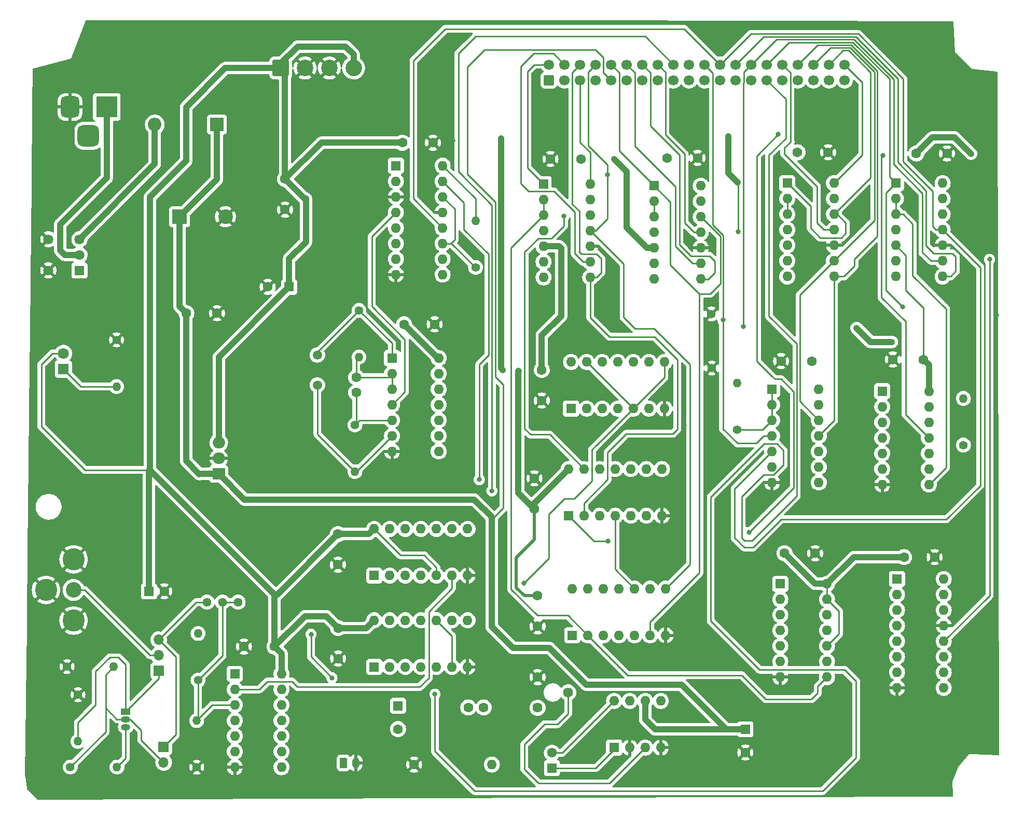
<source format=gbr>
%TF.GenerationSoftware,KiCad,Pcbnew,(6.0.5)*%
%TF.CreationDate,2025-02-02T16:16:03-05:00*%
%TF.ProjectId,full video boardREV2,66756c6c-2076-4696-9465-6f20626f6172,rev?*%
%TF.SameCoordinates,Original*%
%TF.FileFunction,Copper,L2,Bot*%
%TF.FilePolarity,Positive*%
%FSLAX46Y46*%
G04 Gerber Fmt 4.6, Leading zero omitted, Abs format (unit mm)*
G04 Created by KiCad (PCBNEW (6.0.5)) date 2025-02-02 16:16:03*
%MOMM*%
%LPD*%
G01*
G04 APERTURE LIST*
G04 Aperture macros list*
%AMRoundRect*
0 Rectangle with rounded corners*
0 $1 Rounding radius*
0 $2 $3 $4 $5 $6 $7 $8 $9 X,Y pos of 4 corners*
0 Add a 4 corners polygon primitive as box body*
4,1,4,$2,$3,$4,$5,$6,$7,$8,$9,$2,$3,0*
0 Add four circle primitives for the rounded corners*
1,1,$1+$1,$2,$3*
1,1,$1+$1,$4,$5*
1,1,$1+$1,$6,$7*
1,1,$1+$1,$8,$9*
0 Add four rect primitives between the rounded corners*
20,1,$1+$1,$2,$3,$4,$5,0*
20,1,$1+$1,$4,$5,$6,$7,0*
20,1,$1+$1,$6,$7,$8,$9,0*
20,1,$1+$1,$8,$9,$2,$3,0*%
G04 Aperture macros list end*
%TA.AperFunction,ComponentPad*%
%ADD10R,1.600000X1.600000*%
%TD*%
%TA.AperFunction,ComponentPad*%
%ADD11O,1.600000X1.600000*%
%TD*%
%TA.AperFunction,ComponentPad*%
%ADD12C,1.600000*%
%TD*%
%TA.AperFunction,ComponentPad*%
%ADD13R,1.635000X1.635000*%
%TD*%
%TA.AperFunction,ComponentPad*%
%ADD14C,1.635000*%
%TD*%
%TA.AperFunction,ComponentPad*%
%ADD15C,1.400000*%
%TD*%
%TA.AperFunction,ComponentPad*%
%ADD16O,1.400000X1.400000*%
%TD*%
%TA.AperFunction,ComponentPad*%
%ADD17RoundRect,0.250000X0.600000X-0.600000X0.600000X0.600000X-0.600000X0.600000X-0.600000X-0.600000X0*%
%TD*%
%TA.AperFunction,ComponentPad*%
%ADD18C,1.700000*%
%TD*%
%TA.AperFunction,ComponentPad*%
%ADD19R,1.800000X1.800000*%
%TD*%
%TA.AperFunction,ComponentPad*%
%ADD20C,1.800000*%
%TD*%
%TA.AperFunction,ComponentPad*%
%ADD21R,3.500000X3.500000*%
%TD*%
%TA.AperFunction,ComponentPad*%
%ADD22RoundRect,0.750000X-0.750000X-1.000000X0.750000X-1.000000X0.750000X1.000000X-0.750000X1.000000X0*%
%TD*%
%TA.AperFunction,ComponentPad*%
%ADD23RoundRect,0.875000X-0.875000X-0.875000X0.875000X-0.875000X0.875000X0.875000X-0.875000X0.875000X0*%
%TD*%
%TA.AperFunction,ComponentPad*%
%ADD24R,2.200000X2.200000*%
%TD*%
%TA.AperFunction,ComponentPad*%
%ADD25O,2.200000X2.200000*%
%TD*%
%TA.AperFunction,ComponentPad*%
%ADD26R,1.700000X1.700000*%
%TD*%
%TA.AperFunction,ComponentPad*%
%ADD27O,1.700000X1.700000*%
%TD*%
%TA.AperFunction,ComponentPad*%
%ADD28C,1.500000*%
%TD*%
%TA.AperFunction,ComponentPad*%
%ADD29R,2.000000X1.905000*%
%TD*%
%TA.AperFunction,ComponentPad*%
%ADD30O,2.000000X1.905000*%
%TD*%
%TA.AperFunction,ComponentPad*%
%ADD31RoundRect,0.250000X-0.350000X-0.625000X0.350000X-0.625000X0.350000X0.625000X-0.350000X0.625000X0*%
%TD*%
%TA.AperFunction,ComponentPad*%
%ADD32O,1.200000X1.750000*%
%TD*%
%TA.AperFunction,ComponentPad*%
%ADD33C,3.616000*%
%TD*%
%TA.AperFunction,ComponentPad*%
%ADD34C,2.550000*%
%TD*%
%TA.AperFunction,ComponentPad*%
%ADD35C,1.620000*%
%TD*%
%TA.AperFunction,ComponentPad*%
%ADD36R,2.400000X2.400000*%
%TD*%
%TA.AperFunction,ComponentPad*%
%ADD37C,2.400000*%
%TD*%
%TA.AperFunction,ComponentPad*%
%ADD38RoundRect,0.250001X-1.099999X-1.099999X1.099999X-1.099999X1.099999X1.099999X-1.099999X1.099999X0*%
%TD*%
%TA.AperFunction,ComponentPad*%
%ADD39C,2.700000*%
%TD*%
%TA.AperFunction,ComponentPad*%
%ADD40R,1.500000X1.050000*%
%TD*%
%TA.AperFunction,ComponentPad*%
%ADD41O,1.500000X1.050000*%
%TD*%
%TA.AperFunction,ComponentPad*%
%ADD42C,1.440000*%
%TD*%
%TA.AperFunction,ViaPad*%
%ADD43C,0.800000*%
%TD*%
%TA.AperFunction,Conductor*%
%ADD44C,0.250000*%
%TD*%
%TA.AperFunction,Conductor*%
%ADD45C,1.000000*%
%TD*%
%TA.AperFunction,Conductor*%
%ADD46C,0.500000*%
%TD*%
G04 APERTURE END LIST*
D10*
%TO.P,U10,1,~{R}*%
%TO.N,unconnected-(U10-Pad1)*%
X274660200Y-180126400D03*
D11*
%TO.P,U10,2,J*%
%TO.N,unconnected-(U10-Pad2)*%
X274660200Y-182666400D03*
%TO.P,U10,3,~{K}*%
%TO.N,unconnected-(U10-Pad3)*%
X274660200Y-185206400D03*
%TO.P,U10,4,C*%
%TO.N,unconnected-(U10-Pad4)*%
X274660200Y-187746400D03*
%TO.P,U10,5,~{S}*%
%TO.N,unconnected-(U10-Pad5)*%
X274660200Y-190286400D03*
%TO.P,U10,6,Q*%
%TO.N,unconnected-(U10-Pad6)*%
X274660200Y-192826400D03*
%TO.P,U10,7,~{Q}*%
%TO.N,unconnected-(U10-Pad7)*%
X274660200Y-195366400D03*
%TO.P,U10,8,GND*%
%TO.N,GND*%
X274660200Y-197906400D03*
%TO.P,U10,9,~{Q}*%
%TO.N,unconnected-(U10-Pad9)*%
X282280200Y-197906400D03*
%TO.P,U10,10,Q*%
%TO.N,256V*%
X282280200Y-195366400D03*
%TO.P,U10,11,~{S}*%
%TO.N,+5V*%
X282280200Y-192826400D03*
%TO.P,U10,12,C*%
%TO.N,128V*%
X282280200Y-190286400D03*
%TO.P,U10,13,~{K}*%
%TO.N,GND*%
X282280200Y-187746400D03*
%TO.P,U10,14,J*%
%TO.N,+5V*%
X282280200Y-185206400D03*
%TO.P,U10,15,~{R}*%
%TO.N,Net-(U10-Pad15)*%
X282280200Y-182666400D03*
%TO.P,U10,16,VCC*%
%TO.N,+5V*%
X282280200Y-180126400D03*
%TD*%
D10*
%TO.P,U7,1,~{R}*%
%TO.N,+5V*%
X192872200Y-112613200D03*
D11*
%TO.P,U7,2,J*%
X192872200Y-115153200D03*
%TO.P,U7,3,~{K}*%
%TO.N,GND*%
X192872200Y-117693200D03*
%TO.P,U7,4,C*%
%TO.N,Net-(U11-Pad4)*%
X192872200Y-120233200D03*
%TO.P,U7,5,~{S}*%
%TO.N,+5V*%
X192872200Y-122773200D03*
%TO.P,U7,6,Q*%
%TO.N,HCLK*%
X192872200Y-125313200D03*
%TO.P,U7,7,~{Q}*%
%TO.N,unconnected-(U7-Pad7)*%
X192872200Y-127853200D03*
%TO.P,U7,8,GND*%
%TO.N,GND*%
X192872200Y-130393200D03*
%TO.P,U7,9,~{Q}*%
%TO.N,unconnected-(U7-Pad9)*%
X200492200Y-130393200D03*
%TO.P,U7,10,Q*%
%TO.N,256H*%
X200492200Y-127853200D03*
%TO.P,U7,11,~{S}*%
%TO.N,Net-(R4-Pad1)*%
X200492200Y-125313200D03*
%TO.P,U7,12,C*%
%TO.N,128H*%
X200492200Y-122773200D03*
%TO.P,U7,13,~{K}*%
%TO.N,GND*%
X200492200Y-120233200D03*
%TO.P,U7,14,J*%
%TO.N,Net-(R4-Pad1)*%
X200492200Y-117693200D03*
%TO.P,U7,15,~{R}*%
%TO.N,Net-(U4-Pad10)*%
X200492200Y-115153200D03*
%TO.P,U7,16,VCC*%
%TO.N,+5V*%
X200492200Y-112613200D03*
%TD*%
D12*
%TO.P,C18,1*%
%TO.N,+5V*%
X277814400Y-110617000D03*
%TO.P,C18,2*%
%TO.N,GND*%
X282814400Y-110617000D03*
%TD*%
%TO.P,C14,1*%
%TO.N,+5V*%
X223099000Y-111531400D03*
%TO.P,C14,2*%
%TO.N,GND*%
X218099000Y-111531400D03*
%TD*%
%TO.P,C13,1*%
%TO.N,Net-(C13-Pad1)*%
X186385200Y-149682200D03*
%TO.P,C13,2*%
%TO.N,Net-(C13-Pad2)*%
X186385200Y-147182200D03*
%TD*%
D13*
%TO.P,S1,1*%
%TO.N,unconnected-(S1-Pad1)*%
X141227750Y-129717800D03*
D14*
%TO.P,S1,2*%
%TO.N,Net-(J3-Pad1)*%
X141227750Y-127177800D03*
%TO.P,S1,3*%
%TO.N,Net-(D1-Pad2)*%
X141227750Y-124637800D03*
%TO.P,S1,S1,SHIELD*%
%TO.N,GND*%
X136147750Y-129717800D03*
%TO.P,S1,S2,SHIELD*%
X136147750Y-124637800D03*
%TD*%
D15*
%TO.P,R8,1*%
%TO.N,GND*%
X140970000Y-199034400D03*
D16*
%TO.P,R8,2*%
%TO.N,Net-(JP2-Pad1)*%
X140970000Y-206654400D03*
%TD*%
D17*
%TO.P,J4,1,Pin_1*%
%TO.N,unconnected-(J4-Pad1)*%
X217855800Y-98644100D03*
D18*
%TO.P,J4,2,Pin_2*%
%TO.N,1V*%
X217855800Y-96104100D03*
%TO.P,J4,3,Pin_3*%
%TO.N,HBLANK*%
X220395800Y-98644100D03*
%TO.P,J4,4,Pin_4*%
%TO.N,2V*%
X220395800Y-96104100D03*
%TO.P,J4,5,Pin_5*%
%TO.N,HRST*%
X222935800Y-98644100D03*
%TO.P,J4,6,Pin_6*%
%TO.N,4V*%
X222935800Y-96104100D03*
%TO.P,J4,7,Pin_7*%
%TO.N,unconnected-(J4-Pad7)*%
X225475800Y-98644100D03*
%TO.P,J4,8,Pin_8*%
%TO.N,8V*%
X225475800Y-96104100D03*
%TO.P,J4,9,Pin_9*%
%TO.N,+9V*%
X228015800Y-98644100D03*
%TO.P,J4,10,Pin_10*%
%TO.N,16V*%
X228015800Y-96104100D03*
%TO.P,J4,11,Pin_11*%
%TO.N,+9V*%
X230555800Y-98644100D03*
%TO.P,J4,12,Pin_12*%
%TO.N,32V*%
X230555800Y-96104100D03*
%TO.P,J4,13,Pin_13*%
%TO.N,unconnected-(J4-Pad13)*%
X233095800Y-98644100D03*
%TO.P,J4,14,Pin_14*%
%TO.N,64V*%
X233095800Y-96104100D03*
%TO.P,J4,15,Pin_15*%
%TO.N,AUDIN*%
X235635800Y-98644100D03*
%TO.P,J4,16,Pin_16*%
%TO.N,128V*%
X235635800Y-96104100D03*
%TO.P,J4,17,Pin_17*%
%TO.N,unconnected-(J4-Pad17)*%
X238175800Y-98644100D03*
%TO.P,J4,18,Pin_18*%
%TO.N,256V*%
X238175800Y-96104100D03*
%TO.P,J4,19,Pin_19*%
%TO.N,unconnected-(J4-Pad19)*%
X240715800Y-98644100D03*
%TO.P,J4,20,Pin_20*%
%TO.N,unconnected-(J4-Pad20)*%
X240715800Y-96104100D03*
%TO.P,J4,21,Pin_21*%
%TO.N,CSYNC*%
X243255800Y-98644100D03*
%TO.P,J4,22,Pin_22*%
%TO.N,256H*%
X243255800Y-96104100D03*
%TO.P,J4,23,Pin_23*%
%TO.N,unconnected-(J4-Pad23)*%
X245795800Y-98644100D03*
%TO.P,J4,24,Pin_24*%
%TO.N,128H*%
X245795800Y-96104100D03*
%TO.P,J4,25,Pin_25*%
%TO.N,CVID*%
X248335800Y-98644100D03*
%TO.P,J4,26,Pin_26*%
%TO.N,64H*%
X248335800Y-96104100D03*
%TO.P,J4,27,Pin_27*%
%TO.N,unconnected-(J4-Pad27)*%
X250875800Y-98644100D03*
%TO.P,J4,28,Pin_28*%
%TO.N,32H*%
X250875800Y-96104100D03*
%TO.P,J4,29,Pin_29*%
%TO.N,GVID*%
X253415800Y-98644100D03*
%TO.P,J4,30,Pin_30*%
%TO.N,16H*%
X253415800Y-96104100D03*
%TO.P,J4,31,Pin_31*%
%TO.N,unconnected-(J4-Pad31)*%
X255955800Y-98644100D03*
%TO.P,J4,32,Pin_32*%
%TO.N,8H*%
X255955800Y-96104100D03*
%TO.P,J4,33,Pin_33*%
%TO.N,unconnected-(J4-Pad33)*%
X258495800Y-98644100D03*
%TO.P,J4,34,Pin_34*%
%TO.N,4H*%
X258495800Y-96104100D03*
%TO.P,J4,35,Pin_35*%
%TO.N,VRST*%
X261035800Y-98644100D03*
%TO.P,J4,36,Pin_36*%
%TO.N,2H*%
X261035800Y-96104100D03*
%TO.P,J4,37,Pin_37*%
%TO.N,VBLANK*%
X263575800Y-98644100D03*
%TO.P,J4,38,Pin_38*%
%TO.N,1H*%
X263575800Y-96104100D03*
%TO.P,J4,39,Pin_39*%
%TO.N,unconnected-(J4-Pad39)*%
X266115800Y-98644100D03*
%TO.P,J4,40,Pin_40*%
%TO.N,HCLK*%
X266115800Y-96104100D03*
%TD*%
D19*
%TO.P,D2,1,K*%
%TO.N,Net-(D2-Pad1)*%
X138607800Y-145826400D03*
D20*
%TO.P,D2,2,A*%
%TO.N,+5V*%
X138607800Y-143286400D03*
%TD*%
D21*
%TO.P,J3,1*%
%TO.N,Net-(J3-Pad1)*%
X145674600Y-103030100D03*
D22*
%TO.P,J3,2*%
%TO.N,GND*%
X139674600Y-103030100D03*
D23*
%TO.P,J3,3*%
%TO.N,N/C*%
X142674600Y-107730100D03*
%TD*%
D24*
%TO.P,D1,1,K*%
%TO.N,+9V*%
X163677600Y-105892600D03*
D25*
%TO.P,D1,2,A*%
%TO.N,Net-(D1-Pad2)*%
X153517600Y-105892600D03*
%TD*%
D10*
%TO.P,C25,1*%
%TO.N,+5V*%
X175439451Y-132410200D03*
D12*
%TO.P,C25,2*%
%TO.N,GND*%
X171939451Y-132410200D03*
%TD*%
D15*
%TO.P,R6,1*%
%TO.N,Net-(JP1-Pad2)*%
X139725400Y-210845400D03*
D16*
%TO.P,R6,2*%
%TO.N,+5V*%
X147345400Y-210845400D03*
%TD*%
D12*
%TO.P,C10,1*%
%TO.N,+5V*%
X194197600Y-138531600D03*
%TO.P,C10,2*%
%TO.N,GND*%
X199197600Y-138531600D03*
%TD*%
D10*
%TO.P,U5,1*%
%TO.N,N/C*%
X272247200Y-149448600D03*
D11*
%TO.P,U5,2*%
X272247200Y-151988600D03*
%TO.P,U5,3*%
X272247200Y-154528600D03*
%TO.P,U5,4*%
X272247200Y-157068600D03*
%TO.P,U5,5*%
X272247200Y-159608600D03*
%TO.P,U5,6*%
X272247200Y-162148600D03*
%TO.P,U5,7,GND*%
%TO.N,GND*%
X272247200Y-164688600D03*
%TO.P,U5,8,~{Q}*%
%TO.N,HRST*%
X279867200Y-164688600D03*
%TO.P,U5,9,Q*%
%TO.N,Net-(U4-Pad10)*%
X279867200Y-162148600D03*
%TO.P,U5,10,~{S}*%
%TO.N,Net-(R5-Pad1)*%
X279867200Y-159608600D03*
%TO.P,U5,11,C*%
%TO.N,HCLK*%
X279867200Y-157068600D03*
%TO.P,U5,12,D*%
%TO.N,Net-(U5-Pad12)*%
X279867200Y-154528600D03*
%TO.P,U5,13,~{R}*%
%TO.N,Net-(R5-Pad1)*%
X279867200Y-151988600D03*
%TO.P,U5,14,VCC*%
%TO.N,+5V*%
X279867200Y-149448600D03*
%TD*%
D12*
%TO.P,C9,1*%
%TO.N,+5V*%
X193918200Y-108864400D03*
%TO.P,C9,2*%
%TO.N,GND*%
X198918200Y-108864400D03*
%TD*%
D15*
%TO.P,R7,1*%
%TO.N,GND*%
X139192000Y-194437000D03*
D16*
%TO.P,R7,2*%
%TO.N,Net-(JP1-Pad2)*%
X146812000Y-194437000D03*
%TD*%
D10*
%TO.P,C17,1*%
%TO.N,+5V*%
X152563821Y-182143400D03*
D12*
%TO.P,C17,2*%
%TO.N,GND*%
X155063821Y-182143400D03*
%TD*%
D15*
%TO.P,R12,1*%
%TO.N,GND*%
X147269200Y-141071600D03*
D16*
%TO.P,R12,2*%
%TO.N,Net-(D2-Pad1)*%
X147269200Y-148691600D03*
%TD*%
D12*
%TO.P,C8,1*%
%TO.N,+5V*%
X260741800Y-144526000D03*
%TO.P,C8,2*%
%TO.N,GND*%
X255741800Y-144526000D03*
%TD*%
D26*
%TO.P,JP1,1,A*%
%TO.N,CVID*%
X154965400Y-207543400D03*
D27*
%TO.P,JP1,2,B*%
%TO.N,Net-(JP1-Pad2)*%
X154965400Y-210083400D03*
%TD*%
D10*
%TO.P,C24,1*%
%TO.N,Net-(C23-Pad1)*%
X193217800Y-200838549D03*
D12*
%TO.P,C24,2*%
%TO.N,Net-(C24-Pad2)*%
X193217800Y-204638549D03*
%TD*%
D15*
%TO.P,R4,1*%
%TO.N,Net-(R4-Pad1)*%
X205867000Y-129235200D03*
D16*
%TO.P,R4,2*%
%TO.N,+5V*%
X205867000Y-121615200D03*
%TD*%
D12*
%TO.P,C6,1*%
%TO.N,+5V*%
X215468200Y-168692200D03*
%TO.P,C6,2*%
%TO.N,GND*%
X215468200Y-163692200D03*
%TD*%
D15*
%TO.P,R9,1*%
%TO.N,Net-(R10-Pad2)*%
X160578800Y-196646800D03*
D16*
%TO.P,R9,2*%
%TO.N,+5V*%
X160578800Y-189026800D03*
%TD*%
D15*
%TO.P,R10,1*%
%TO.N,GND*%
X160350200Y-210870800D03*
D16*
%TO.P,R10,2*%
%TO.N,Net-(R10-Pad2)*%
X160350200Y-203250800D03*
%TD*%
D10*
%TO.P,U1,1*%
%TO.N,Net-(U1-Pad1)*%
X221660800Y-189321600D03*
D11*
%TO.P,U1,2*%
%TO.N,VRST*%
X224200800Y-189321600D03*
%TO.P,U1,3*%
%TO.N,VBLANK*%
X226740800Y-189321600D03*
%TO.P,U1,4*%
X229280800Y-189321600D03*
%TO.P,U1,5*%
%TO.N,Net-(U1-Pad1)*%
X231820800Y-189321600D03*
%TO.P,U1,6*%
%TO.N,16V*%
X234360800Y-189321600D03*
%TO.P,U1,7,GND*%
%TO.N,GND*%
X236900800Y-189321600D03*
%TO.P,U1,8*%
%TO.N,8V*%
X236900800Y-181701600D03*
%TO.P,U1,9*%
X234360800Y-181701600D03*
%TO.P,U1,10*%
%TO.N,Net-(U1-Pad10)*%
X231820800Y-181701600D03*
%TO.P,U1,11*%
%TO.N,Net-(U1-Pad11)*%
X229280800Y-181701600D03*
%TO.P,U1,12*%
%TO.N,Net-(U1-Pad12)*%
X226740800Y-181701600D03*
%TO.P,U1,13*%
%TO.N,Net-(U1-Pad13)*%
X224200800Y-181701600D03*
%TO.P,U1,14,VCC*%
%TO.N,+5V*%
X221660800Y-181701600D03*
%TD*%
D15*
%TO.P,R1,1*%
%TO.N,Net-(R1-Pad1)*%
X186842400Y-136245600D03*
D16*
%TO.P,R1,2*%
%TO.N,Net-(C13-Pad2)*%
X186842400Y-143865600D03*
%TD*%
D28*
%TO.P,Y1,1,1*%
%TO.N,Net-(R1-Pad1)*%
X180060600Y-143523800D03*
%TO.P,Y1,2,2*%
%TO.N,Net-(R3-Pad2)*%
X180060600Y-148423800D03*
%TD*%
D10*
%TO.P,U15,1,CP1..3*%
%TO.N,1H*%
X256753200Y-115463400D03*
D11*
%TO.P,U15,2,R0(1)*%
%TO.N,HRST*%
X256753200Y-118003400D03*
%TO.P,U15,3,R0(2)*%
X256753200Y-120543400D03*
%TO.P,U15,4*%
%TO.N,N/C*%
X256753200Y-123083400D03*
%TO.P,U15,5,VCC*%
%TO.N,+5V*%
X256753200Y-125623400D03*
%TO.P,U15,6*%
%TO.N,N/C*%
X256753200Y-128163400D03*
%TO.P,U15,7*%
X256753200Y-130703400D03*
%TO.P,U15,8,Q2*%
%TO.N,4H*%
X264373200Y-130703400D03*
%TO.P,U15,9,Q1*%
%TO.N,2H*%
X264373200Y-128163400D03*
%TO.P,U15,10,GND*%
%TO.N,GND*%
X264373200Y-125623400D03*
%TO.P,U15,11,Q3*%
%TO.N,8H*%
X264373200Y-123083400D03*
%TO.P,U15,12,Q0*%
%TO.N,1H*%
X264373200Y-120543400D03*
%TO.P,U15,13*%
%TO.N,N/C*%
X264373200Y-118003400D03*
%TO.P,U15,14,CP0*%
%TO.N,HCLK*%
X264373200Y-115463400D03*
%TD*%
D12*
%TO.P,C5,1*%
%TO.N,+5V*%
X256300600Y-175920400D03*
%TO.P,C5,2*%
%TO.N,GND*%
X261300600Y-175920400D03*
%TD*%
D10*
%TO.P,C21,1*%
%TO.N,+9V*%
X249910600Y-204673949D03*
D12*
%TO.P,C21,2*%
%TO.N,GND*%
X249910600Y-208473949D03*
%TD*%
D29*
%TO.P,U18,1,VI*%
%TO.N,+9V*%
X163957000Y-162941000D03*
D30*
%TO.P,U18,2,GND*%
%TO.N,GND*%
X163957000Y-160401000D03*
%TO.P,U18,3,VO*%
%TO.N,+5V*%
X163957000Y-157861000D03*
%TD*%
D31*
%TO.P,J5,1,Pin_1*%
%TO.N,Net-(C24-Pad2)*%
X184318400Y-210168400D03*
D32*
%TO.P,J5,2,Pin_2*%
%TO.N,GND*%
X186318400Y-210168400D03*
%TD*%
D12*
%TO.P,C7,1*%
%TO.N,+5V*%
X216687400Y-145988400D03*
%TO.P,C7,2*%
%TO.N,GND*%
X216687400Y-150988400D03*
%TD*%
%TO.P,C15,1*%
%TO.N,+5V*%
X237098200Y-111353600D03*
%TO.P,C15,2*%
%TO.N,GND*%
X242098200Y-111353600D03*
%TD*%
%TO.P,C1,1*%
%TO.N,+5V*%
X278979000Y-144272000D03*
%TO.P,C1,2*%
%TO.N,GND*%
X273979000Y-144272000D03*
%TD*%
D15*
%TO.P,R3,1*%
%TO.N,Net-(C13-Pad1)*%
X186182000Y-154965400D03*
D16*
%TO.P,R3,2*%
%TO.N,Net-(R3-Pad2)*%
X186182000Y-162585400D03*
%TD*%
D10*
%TO.P,U13,1,CP1..3*%
%TO.N,1V*%
X216976800Y-115615800D03*
D11*
%TO.P,U13,2,R0(1)*%
%TO.N,VRST*%
X216976800Y-118155800D03*
%TO.P,U13,3,R0(2)*%
X216976800Y-120695800D03*
%TO.P,U13,4*%
%TO.N,N/C*%
X216976800Y-123235800D03*
%TO.P,U13,5,VCC*%
%TO.N,+5V*%
X216976800Y-125775800D03*
%TO.P,U13,6*%
%TO.N,N/C*%
X216976800Y-128315800D03*
%TO.P,U13,7*%
X216976800Y-130855800D03*
%TO.P,U13,8,Q2*%
%TO.N,4V*%
X224596800Y-130855800D03*
%TO.P,U13,9,Q1*%
%TO.N,2V*%
X224596800Y-128315800D03*
%TO.P,U13,10,GND*%
%TO.N,GND*%
X224596800Y-125775800D03*
%TO.P,U13,11,Q3*%
%TO.N,8V*%
X224596800Y-123235800D03*
%TO.P,U13,12,Q0*%
%TO.N,1V*%
X224596800Y-120695800D03*
%TO.P,U13,13*%
%TO.N,N/C*%
X224596800Y-118155800D03*
%TO.P,U13,14,CP0*%
%TO.N,HRST*%
X224596800Y-115615800D03*
%TD*%
D33*
%TO.P,J1,1A,1*%
%TO.N,GND*%
X140265200Y-176914800D03*
%TO.P,J1,1B,1*%
X140265200Y-186914800D03*
%TO.P,J1,1C,1*%
X135765200Y-181914800D03*
D34*
%TO.P,J1,2,2*%
%TO.N,VIDEOOUT*%
X140265200Y-181914800D03*
%TD*%
D15*
%TO.P,REF\u002A\u002A,1*%
%TO.N,GND*%
X244373400Y-136829800D03*
%TD*%
D10*
%TO.P,U6,1*%
%TO.N,Net-(R2-Pad1)*%
X254264000Y-149118400D03*
D11*
%TO.P,U6,2*%
X254264000Y-151658400D03*
%TO.P,U6,3*%
X254264000Y-154198400D03*
%TO.P,U6,4*%
%TO.N,256H*%
X254264000Y-156738400D03*
%TO.P,U6,5*%
%TO.N,128H*%
X254264000Y-159278400D03*
%TO.P,U6,6*%
%TO.N,64H*%
X254264000Y-161818400D03*
%TO.P,U6,7,GND*%
%TO.N,GND*%
X254264000Y-164358400D03*
%TO.P,U6,8*%
%TO.N,Net-(U5-Pad12)*%
X261884000Y-164358400D03*
%TO.P,U6,9*%
%TO.N,N/C*%
X261884000Y-161818400D03*
%TO.P,U6,10*%
X261884000Y-159278400D03*
%TO.P,U6,11*%
%TO.N,4H*%
X261884000Y-156738400D03*
%TO.P,U6,12*%
%TO.N,2H*%
X261884000Y-154198400D03*
%TO.P,U6,13*%
%TO.N,N/C*%
X261884000Y-151658400D03*
%TO.P,U6,14,VCC*%
%TO.N,+5V*%
X261884000Y-149118400D03*
%TD*%
D10*
%TO.P,U14,1,CP1..3*%
%TO.N,16V*%
X235010800Y-115895200D03*
D11*
%TO.P,U14,2,R0(1)*%
%TO.N,VRST*%
X235010800Y-118435200D03*
%TO.P,U14,3,R0(2)*%
X235010800Y-120975200D03*
%TO.P,U14,4*%
%TO.N,N/C*%
X235010800Y-123515200D03*
%TO.P,U14,5,VCC*%
%TO.N,+5V*%
X235010800Y-126055200D03*
%TO.P,U14,6*%
%TO.N,N/C*%
X235010800Y-128595200D03*
%TO.P,U14,7*%
X235010800Y-131135200D03*
%TO.P,U14,8,Q2*%
%TO.N,64V*%
X242630800Y-131135200D03*
%TO.P,U14,9,Q1*%
%TO.N,32V*%
X242630800Y-128595200D03*
%TO.P,U14,10,GND*%
%TO.N,GND*%
X242630800Y-126055200D03*
%TO.P,U14,11,Q3*%
%TO.N,128V*%
X242630800Y-123515200D03*
%TO.P,U14,12,Q0*%
%TO.N,16V*%
X242630800Y-120975200D03*
%TO.P,U14,13*%
%TO.N,N/C*%
X242630800Y-118435200D03*
%TO.P,U14,14,CP0*%
%TO.N,8V*%
X242630800Y-115895200D03*
%TD*%
D15*
%TO.P,R2,1*%
%TO.N,Net-(R2-Pad1)*%
X248539000Y-155778200D03*
D16*
%TO.P,R2,2*%
%TO.N,+5V*%
X248539000Y-148158200D03*
%TD*%
D10*
%TO.P,U17,1,GAIN*%
%TO.N,Net-(C22-Pad1)*%
X228483000Y-207660400D03*
D11*
%TO.P,U17,2,-*%
%TO.N,GND*%
X231023000Y-207660400D03*
%TO.P,U17,3,+*%
%TO.N,Net-(RV2-Pad2)*%
X233563000Y-207660400D03*
%TO.P,U17,4,GND*%
%TO.N,GND*%
X236103000Y-207660400D03*
%TO.P,U17,5*%
%TO.N,Net-(C23-Pad1)*%
X236103000Y-200040400D03*
%TO.P,U17,6,V+*%
%TO.N,+9V*%
X233563000Y-200040400D03*
%TO.P,U17,7,BYPASS*%
%TO.N,unconnected-(U17-Pad7)*%
X231023000Y-200040400D03*
%TO.P,U17,8,GAIN*%
%TO.N,Net-(C22-Pad2)*%
X228483000Y-200040400D03*
%TD*%
D12*
%TO.P,R11,1*%
%TO.N,GND*%
X195834000Y-210439000D03*
D11*
%TO.P,R11,2*%
%TO.N,Net-(C23-Pad2)*%
X208534000Y-210439000D03*
%TD*%
D12*
%TO.P,C16,1*%
%TO.N,+5V*%
X258419600Y-110439200D03*
%TO.P,C16,2*%
%TO.N,GND*%
X263419600Y-110439200D03*
%TD*%
%TO.P,C2,1*%
%TO.N,+5V*%
X183438800Y-188127000D03*
%TO.P,C2,2*%
%TO.N,GND*%
X183438800Y-193127000D03*
%TD*%
D10*
%TO.P,U2,1*%
%TO.N,N/C*%
X255610200Y-180919200D03*
D11*
%TO.P,U2,2*%
X255610200Y-183459200D03*
%TO.P,U2,3*%
X255610200Y-185999200D03*
%TO.P,U2,4*%
X255610200Y-188539200D03*
%TO.P,U2,5*%
X255610200Y-191079200D03*
%TO.P,U2,6*%
X255610200Y-193619200D03*
%TO.P,U2,7,GND*%
%TO.N,GND*%
X255610200Y-196159200D03*
%TO.P,U2,8,~{Q}*%
%TO.N,VRST*%
X263230200Y-196159200D03*
%TO.P,U2,9,Q*%
%TO.N,Net-(U10-Pad15)*%
X263230200Y-193619200D03*
%TO.P,U2,10,~{S}*%
%TO.N,+5V*%
X263230200Y-191079200D03*
%TO.P,U2,11,C*%
%TO.N,HRST*%
X263230200Y-188539200D03*
%TO.P,U2,12,D*%
%TO.N,Net-(U2-Pad12)*%
X263230200Y-185999200D03*
%TO.P,U2,13,~{R}*%
%TO.N,+5V*%
X263230200Y-183459200D03*
%TO.P,U2,14,VCC*%
X263230200Y-180919200D03*
%TD*%
D10*
%TO.P,C22,1*%
%TO.N,Net-(C22-Pad1)*%
X218338400Y-211011780D03*
D12*
%TO.P,C22,2*%
%TO.N,Net-(C22-Pad2)*%
X218338400Y-208511780D03*
%TD*%
D10*
%TO.P,U3,1*%
%TO.N,256V*%
X221051200Y-169789000D03*
D11*
%TO.P,U3,2*%
%TO.N,4V*%
X223591200Y-169789000D03*
%TO.P,U3,3*%
%TO.N,VBLANK*%
X226131200Y-169789000D03*
%TO.P,U3,4*%
%TO.N,Net-(U1-Pad10)*%
X228671200Y-169789000D03*
%TO.P,U3,5*%
%TO.N,4V*%
X231211200Y-169789000D03*
%TO.P,U3,6*%
%TO.N,Net-(U3-Pad6)*%
X233751200Y-169789000D03*
%TO.P,U3,7,GND*%
%TO.N,GND*%
X236291200Y-169789000D03*
%TO.P,U3,8*%
%TO.N,N/C*%
X236291200Y-162169000D03*
%TO.P,U3,9*%
X233751200Y-162169000D03*
%TO.P,U3,10*%
X231211200Y-162169000D03*
%TO.P,U3,11*%
X228671200Y-162169000D03*
%TO.P,U3,12*%
%TO.N,Net-(U2-Pad12)*%
X226131200Y-162169000D03*
%TO.P,U3,13*%
%TO.N,1V*%
X223591200Y-162169000D03*
%TO.P,U3,14,VCC*%
%TO.N,+5V*%
X221051200Y-162169000D03*
%TD*%
D12*
%TO.P,C12,1*%
%TO.N,+5V*%
X216001600Y-182869200D03*
%TO.P,C12,2*%
%TO.N,GND*%
X216001600Y-187869200D03*
%TD*%
%TO.P,C23,1*%
%TO.N,Net-(C23-Pad1)*%
X204693200Y-201117200D03*
%TO.P,C23,2*%
%TO.N,Net-(C23-Pad2)*%
X207193200Y-201117200D03*
%TD*%
D35*
%TO.P,RV2,1,1*%
%TO.N,AUDIN*%
X215990800Y-201153400D03*
%TO.P,RV2,2,2*%
%TO.N,Net-(RV2-Pad2)*%
X220990800Y-198653400D03*
%TO.P,RV2,3,3*%
%TO.N,GND*%
X215990800Y-196153400D03*
%TD*%
D36*
%TO.P,C19,1*%
%TO.N,+9V*%
X157548646Y-120954800D03*
D37*
%TO.P,C19,2*%
%TO.N,GND*%
X165048646Y-120954800D03*
%TD*%
D12*
%TO.P,C3,1*%
%TO.N,+5V*%
X275807800Y-176555400D03*
%TO.P,C3,2*%
%TO.N,GND*%
X280807800Y-176555400D03*
%TD*%
%TO.P,C4,1*%
%TO.N,+5V*%
X183413400Y-172785400D03*
%TO.P,C4,2*%
%TO.N,GND*%
X183413400Y-177785400D03*
%TD*%
D10*
%TO.P,U4,1*%
%TO.N,64H*%
X221457600Y-152288400D03*
D11*
%TO.P,U4,2*%
%TO.N,16H*%
X223997600Y-152288400D03*
%TO.P,U4,3*%
%TO.N,Net-(U4-Pad3)*%
X226537600Y-152288400D03*
%TO.P,U4,4*%
X229077600Y-152288400D03*
%TO.P,U4,5*%
%TO.N,HBLANK*%
X231617600Y-152288400D03*
%TO.P,U4,6*%
%TO.N,Net-(U4-Pad6)*%
X234157600Y-152288400D03*
%TO.P,U4,7,GND*%
%TO.N,GND*%
X236697600Y-152288400D03*
%TO.P,U4,8*%
%TO.N,HBLANK*%
X236697600Y-144668400D03*
%TO.P,U4,9*%
%TO.N,Net-(U4-Pad6)*%
X234157600Y-144668400D03*
%TO.P,U4,10*%
%TO.N,Net-(U4-Pad10)*%
X231617600Y-144668400D03*
%TO.P,U4,11*%
%TO.N,HSYNC*%
X229077600Y-144668400D03*
%TO.P,U4,12*%
%TO.N,32H*%
X226537600Y-144668400D03*
%TO.P,U4,13*%
%TO.N,HBLANK*%
X223997600Y-144668400D03*
%TO.P,U4,14,VCC*%
%TO.N,+5V*%
X221457600Y-144668400D03*
%TD*%
D38*
%TO.P,J2,1,Pin_1*%
%TO.N,+5V*%
X174089100Y-96655800D03*
D39*
%TO.P,J2,2,Pin_2*%
%TO.N,GND*%
X178049100Y-96655800D03*
%TO.P,J2,3,Pin_3*%
X182009100Y-96655800D03*
%TO.P,J2,4,Pin_4*%
%TO.N,+5V*%
X185969100Y-96655800D03*
%TD*%
D40*
%TO.P,Q1,1,E*%
%TO.N,Net-(JP2-Pad1)*%
X148763400Y-201777600D03*
D41*
%TO.P,Q1,2,B*%
%TO.N,Net-(JP1-Pad2)*%
X148763400Y-203047600D03*
%TO.P,Q1,3,C*%
%TO.N,+5V*%
X148763400Y-204317600D03*
%TD*%
D12*
%TO.P,C20,1*%
%TO.N,+9V*%
X158663000Y-136702800D03*
%TO.P,C20,2*%
%TO.N,GND*%
X163663000Y-136702800D03*
%TD*%
D10*
%TO.P,U9,1*%
%TO.N,Net-(U1-Pad13)*%
X166583200Y-195625800D03*
D11*
%TO.P,U9,2*%
%TO.N,CSYNC*%
X166583200Y-198165800D03*
%TO.P,U9,3*%
%TO.N,Net-(R10-Pad2)*%
X166583200Y-200705800D03*
%TO.P,U9,4*%
%TO.N,N/C*%
X166583200Y-203245800D03*
%TO.P,U9,5*%
X166583200Y-205785800D03*
%TO.P,U9,6*%
X166583200Y-208325800D03*
%TO.P,U9,7,GND*%
%TO.N,GND*%
X166583200Y-210865800D03*
%TO.P,U9,8*%
%TO.N,N/C*%
X174203200Y-210865800D03*
%TO.P,U9,9*%
X174203200Y-208325800D03*
%TO.P,U9,10*%
X174203200Y-205785800D03*
%TO.P,U9,11*%
X174203200Y-203245800D03*
%TO.P,U9,12*%
X174203200Y-200705800D03*
%TO.P,U9,13*%
X174203200Y-198165800D03*
%TO.P,U9,14,VCC*%
%TO.N,+5V*%
X174203200Y-195625800D03*
%TD*%
D10*
%TO.P,U11,1*%
%TO.N,Net-(R1-Pad1)*%
X192237200Y-144038400D03*
D11*
%TO.P,U11,2*%
%TO.N,Net-(C13-Pad2)*%
X192237200Y-146578400D03*
%TO.P,U11,3*%
X192237200Y-149118400D03*
%TO.P,U11,4*%
%TO.N,Net-(U11-Pad4)*%
X192237200Y-151658400D03*
%TO.P,U11,5*%
%TO.N,Net-(C13-Pad1)*%
X192237200Y-154198400D03*
%TO.P,U11,6*%
%TO.N,Net-(R3-Pad2)*%
X192237200Y-156738400D03*
%TO.P,U11,7,GND*%
%TO.N,GND*%
X192237200Y-159278400D03*
%TO.P,U11,8*%
%TO.N,N/C*%
X199857200Y-159278400D03*
%TO.P,U11,9*%
X199857200Y-156738400D03*
%TO.P,U11,10*%
X199857200Y-154198400D03*
%TO.P,U11,11*%
X199857200Y-151658400D03*
%TO.P,U11,12*%
X199857200Y-149118400D03*
%TO.P,U11,13*%
X199857200Y-146578400D03*
%TO.P,U11,14,VCC*%
%TO.N,+5V*%
X199857200Y-144038400D03*
%TD*%
D42*
%TO.P,RV1,1,1*%
%TO.N,Net-(R10-Pad2)*%
X167106600Y-183896000D03*
%TO.P,RV1,2,2*%
X164566600Y-183896000D03*
%TO.P,RV1,3,3*%
%TO.N,CVID*%
X162026600Y-183896000D03*
%TD*%
D10*
%TO.P,U16,1,CP1..3*%
%TO.N,16H*%
X274482400Y-115463400D03*
D11*
%TO.P,U16,2,R0(1)*%
%TO.N,HRST*%
X274482400Y-118003400D03*
%TO.P,U16,3,R0(2)*%
X274482400Y-120543400D03*
%TO.P,U16,4*%
%TO.N,N/C*%
X274482400Y-123083400D03*
%TO.P,U16,5,VCC*%
%TO.N,+5V*%
X274482400Y-125623400D03*
%TO.P,U16,6*%
%TO.N,N/C*%
X274482400Y-128163400D03*
%TO.P,U16,7*%
X274482400Y-130703400D03*
%TO.P,U16,8,Q2*%
%TO.N,64H*%
X282102400Y-130703400D03*
%TO.P,U16,9,Q1*%
%TO.N,32H*%
X282102400Y-128163400D03*
%TO.P,U16,10,GND*%
%TO.N,GND*%
X282102400Y-125623400D03*
%TO.P,U16,11,Q3*%
%TO.N,128H*%
X282102400Y-123083400D03*
%TO.P,U16,12,Q0*%
%TO.N,16H*%
X282102400Y-120543400D03*
%TO.P,U16,13*%
%TO.N,N/C*%
X282102400Y-118003400D03*
%TO.P,U16,14,CP0*%
%TO.N,8H*%
X282102400Y-115463400D03*
%TD*%
D10*
%TO.P,U8,1*%
%TO.N,HSYNC*%
X189326600Y-179568000D03*
D11*
%TO.P,U8,2*%
%TO.N,Net-(U3-Pad6)*%
X191866600Y-179568000D03*
%TO.P,U8,3*%
%TO.N,Net-(U1-Pad11)*%
X194406600Y-179568000D03*
%TO.P,U8,4*%
X196946600Y-179568000D03*
%TO.P,U8,5*%
%TO.N,+5V*%
X199486600Y-179568000D03*
%TO.P,U8,6*%
%TO.N,CSYNC*%
X202026600Y-179568000D03*
%TO.P,U8,7,GND*%
%TO.N,GND*%
X204566600Y-179568000D03*
%TO.P,U8,8*%
%TO.N,N/C*%
X204566600Y-171948000D03*
%TO.P,U8,9*%
X202026600Y-171948000D03*
%TO.P,U8,10*%
X199486600Y-171948000D03*
%TO.P,U8,11*%
X196946600Y-171948000D03*
%TO.P,U8,12*%
X194406600Y-171948000D03*
%TO.P,U8,13*%
X191866600Y-171948000D03*
%TO.P,U8,14,VCC*%
%TO.N,+5V*%
X189326600Y-171948000D03*
%TD*%
D15*
%TO.P,REF\u002A\u002A,1*%
%TO.N,GND*%
X244424200Y-145669000D03*
%TD*%
D12*
%TO.P,C26,1*%
%TO.N,+5V*%
X174777400Y-114797200D03*
%TO.P,C26,2*%
%TO.N,GND*%
X174777400Y-119797200D03*
%TD*%
%TO.P,C11,1*%
%TO.N,+5V*%
X173061000Y-191160400D03*
%TO.P,C11,2*%
%TO.N,GND*%
X168061000Y-191160400D03*
%TD*%
D15*
%TO.P,R5,1*%
%TO.N,Net-(R5-Pad1)*%
X285496000Y-158242000D03*
D16*
%TO.P,R5,2*%
%TO.N,+5V*%
X285496000Y-150622000D03*
%TD*%
D10*
%TO.P,U12,1*%
%TO.N,Net-(U12-Pad1)*%
X189326600Y-194477800D03*
D11*
%TO.P,U12,2*%
%TO.N,GVID*%
X191866600Y-194477800D03*
%TO.P,U12,3*%
X194406600Y-194477800D03*
%TO.P,U12,4*%
%TO.N,Net-(U1-Pad12)*%
X196946600Y-194477800D03*
%TO.P,U12,5*%
%TO.N,Net-(U12-Pad1)*%
X199486600Y-194477800D03*
%TO.P,U12,6*%
%TO.N,Net-(U12-Pad10)*%
X202026600Y-194477800D03*
%TO.P,U12,7,GND*%
%TO.N,GND*%
X204566600Y-194477800D03*
%TO.P,U12,8*%
%TO.N,Net-(U12-Pad13)*%
X204566600Y-186857800D03*
%TO.P,U12,9*%
X202026600Y-186857800D03*
%TO.P,U12,10*%
%TO.N,Net-(U12-Pad10)*%
X199486600Y-186857800D03*
%TO.P,U12,11*%
%TO.N,VBLANK*%
X196946600Y-186857800D03*
%TO.P,U12,12*%
%TO.N,HBLANK*%
X194406600Y-186857800D03*
%TO.P,U12,13*%
%TO.N,Net-(U12-Pad13)*%
X191866600Y-186857800D03*
%TO.P,U12,14,VCC*%
%TO.N,+5V*%
X189326600Y-186857800D03*
%TD*%
D26*
%TO.P,JP2,1,A*%
%TO.N,Net-(JP2-Pad1)*%
X154152600Y-195122800D03*
D27*
%TO.P,JP2,2,C*%
%TO.N,VIDEOOUT*%
X154152600Y-192582800D03*
%TO.P,JP2,3,B*%
%TO.N,CVID*%
X154152600Y-190042800D03*
%TD*%
D43*
%TO.N,GND*%
X247573800Y-178689000D03*
X238836200Y-175285400D03*
X218033600Y-160959800D03*
X223037400Y-159740600D03*
X229616000Y-160070800D03*
X198018400Y-116611400D03*
X196418200Y-123063000D03*
%TO.N,1V*%
X220294200Y-120853200D03*
%TO.N,+5V*%
X248691400Y-115366800D03*
X286740600Y-110667800D03*
X248716800Y-123418600D03*
X210032600Y-108178600D03*
X247091200Y-107823000D03*
X210322800Y-145988400D03*
X212837400Y-145988400D03*
X268046200Y-139115800D03*
X228473000Y-111531400D03*
X273837400Y-141401800D03*
%TO.N,GND*%
X283006800Y-205130400D03*
X262509000Y-205333600D03*
X234873800Y-154889200D03*
X266700000Y-133858000D03*
X290931600Y-137033000D03*
X244348000Y-154940000D03*
X176657000Y-184226200D03*
X255879600Y-134112000D03*
X282879800Y-203174600D03*
X273939000Y-205816200D03*
X181051200Y-189306200D03*
X193446400Y-99669600D03*
X262585200Y-203022200D03*
X227838000Y-137693400D03*
X193446400Y-97688400D03*
X266065000Y-137388600D03*
X197713600Y-99593400D03*
X222250000Y-137795000D03*
X262636000Y-207797400D03*
X225501200Y-193954400D03*
X274218400Y-208483200D03*
X170967400Y-186715400D03*
X197662800Y-97688400D03*
X252120400Y-191820800D03*
X251028200Y-169138600D03*
X256743200Y-152095200D03*
X216433400Y-159639000D03*
X239928400Y-154940000D03*
X181127400Y-183108600D03*
X255473200Y-112776000D03*
X220446600Y-157124400D03*
X232308400Y-193624200D03*
X176657000Y-182803800D03*
X247396000Y-199364600D03*
X254304800Y-141147800D03*
X238861600Y-174015400D03*
X226364800Y-154813000D03*
X245516400Y-192963800D03*
X240360200Y-105486200D03*
X202133200Y-108458000D03*
X216230200Y-106045000D03*
X247573800Y-177419000D03*
X274015200Y-203504800D03*
X263550400Y-112776000D03*
X266750800Y-173024800D03*
X176733200Y-191439800D03*
X267843000Y-167716200D03*
X285800800Y-139217400D03*
%TO.N,HBLANK*%
X213766400Y-180797200D03*
%TO.N,8V*%
X227431600Y-114046000D03*
%TO.N,AUDIN*%
X182422800Y-196265800D03*
X179019200Y-189153800D03*
%TO.N,128V*%
X289763200Y-127914400D03*
%TO.N,256V*%
X208534000Y-165735000D03*
X227457000Y-173939200D03*
%TO.N,256H*%
X246270720Y-137828080D03*
%TO.N,32H*%
X249580400Y-138912600D03*
%TO.N,GVID*%
X199237600Y-198958200D03*
%TO.N,16H*%
X275590000Y-135686800D03*
%TO.N,VBLANK*%
X250494800Y-172516800D03*
X255295400Y-107518200D03*
%TO.N,HCLK*%
X272364200Y-110947200D03*
%TO.N,Net-(U4-Pad10)*%
X206476600Y-163906200D03*
%TD*%
D44*
%TO.N,Net-(U4-Pad10)*%
X207975200Y-143560800D02*
X206476600Y-145059400D01*
X207975200Y-127025400D02*
X207975200Y-143560800D01*
X203987400Y-118648400D02*
X203987400Y-123037600D01*
X206476600Y-145059400D02*
X206476600Y-163906200D01*
X200492200Y-115153200D02*
X203987400Y-118648400D01*
X203987400Y-123037600D02*
X207975200Y-127025400D01*
%TO.N,128H*%
X195732400Y-118013400D02*
X195732400Y-95478600D01*
X200492200Y-122773200D02*
X195732400Y-118013400D01*
%TO.N,Net-(R4-Pad1)*%
X201945000Y-125313200D02*
X205867000Y-129235200D01*
X201838800Y-125313200D02*
X201945000Y-125313200D01*
X201838800Y-125313200D02*
X200492200Y-125313200D01*
X202488800Y-124663200D02*
X201838800Y-125313200D01*
X202488800Y-119689800D02*
X202488800Y-124663200D01*
X200492200Y-117693200D02*
X202488800Y-119689800D01*
%TO.N,Net-(U11-Pad4)*%
X192872200Y-120233200D02*
X188925200Y-124180200D01*
X188925200Y-124180200D02*
X188925200Y-135559800D01*
%TO.N,+5V*%
X205867000Y-117988000D02*
X205867000Y-121615200D01*
X200492200Y-112613200D02*
X205867000Y-117988000D01*
%TO.N,1V*%
X218262200Y-124485400D02*
X220294200Y-122453400D01*
X220294200Y-122453400D02*
X220294200Y-120853200D01*
X216103200Y-124485400D02*
X218262200Y-124485400D01*
X213893400Y-128193800D02*
X213893400Y-126695200D01*
X213893400Y-126695200D02*
X216103200Y-124485400D01*
%TO.N,128V*%
X289763200Y-182803400D02*
X282280200Y-190286400D01*
X289763200Y-127914400D02*
X289763200Y-182803400D01*
%TO.N,Net-(C13-Pad1)*%
X186385200Y-154762200D02*
X186182000Y-154965400D01*
X186385200Y-149682200D02*
X186385200Y-154762200D01*
X192237200Y-154198400D02*
X186949000Y-154198400D01*
X186949000Y-154198400D02*
X186182000Y-154965400D01*
%TO.N,Net-(C13-Pad2)*%
X191633400Y-147182200D02*
X192237200Y-146578400D01*
X186385200Y-144322800D02*
X186842400Y-143865600D01*
X186385200Y-147182200D02*
X191633400Y-147182200D01*
X186385200Y-147182200D02*
X186385200Y-144322800D01*
X192237200Y-149118400D02*
X192237200Y-146578400D01*
D45*
%TO.N,+5V*%
X212877400Y-154863800D02*
X212877400Y-146202400D01*
X212877400Y-146202400D02*
X212902800Y-146177000D01*
X280430600Y-108000800D02*
X284073600Y-108000800D01*
X263230200Y-180919200D02*
X261299400Y-180919200D01*
X268046200Y-139115800D02*
X270332200Y-141401800D01*
D44*
X263230200Y-183459200D02*
X265176000Y-185405000D01*
D45*
X230555800Y-113614200D02*
X230555800Y-122758200D01*
X248691400Y-115366800D02*
X247142000Y-113817400D01*
X212877400Y-166101400D02*
X212877400Y-154863800D01*
X174777400Y-97344100D02*
X174089100Y-96655800D01*
X184658000Y-93141800D02*
X185969100Y-94452900D01*
X174777400Y-114797200D02*
X174777400Y-97344100D01*
X284073600Y-108000800D02*
X286740600Y-110667800D01*
X199704400Y-144038400D02*
X194197600Y-138531600D01*
X177963200Y-117983000D02*
X174777400Y-114797200D01*
X210032600Y-145698200D02*
X210032600Y-108178600D01*
X233852800Y-126055200D02*
X235010800Y-126055200D01*
X181519200Y-186207400D02*
X178014000Y-186207400D01*
X247142000Y-113817400D02*
X247142000Y-107873800D01*
X199857200Y-144038400D02*
X199704400Y-144038400D01*
D44*
X189326600Y-171948000D02*
X193629200Y-176250600D01*
X248716800Y-123418600D02*
X248716800Y-115392200D01*
D45*
X216687400Y-140309600D02*
X216687400Y-145988400D01*
D46*
X215468200Y-173710600D02*
X215468200Y-168692200D01*
D45*
X175439451Y-127811149D02*
X178181000Y-125069600D01*
X183438800Y-188127000D02*
X181519200Y-186207400D01*
X158623000Y-103047800D02*
X165015000Y-96655800D01*
X215468200Y-168692200D02*
X212877400Y-166101400D01*
X247142000Y-107873800D02*
X247091200Y-107823000D01*
X174089100Y-95887500D02*
X176834800Y-93141800D01*
X279867200Y-145160200D02*
X278979000Y-144272000D01*
X158623000Y-111836200D02*
X158623000Y-103047800D01*
D44*
X278979000Y-135752200D02*
X278979000Y-144272000D01*
D45*
X178181000Y-125069600D02*
X178181000Y-117983000D01*
X175439451Y-132410200D02*
X175439451Y-127811149D01*
D46*
X212521800Y-181533800D02*
X212521800Y-176657000D01*
D45*
X183413400Y-172785400D02*
X188489200Y-172785400D01*
X210322800Y-145988400D02*
X210032600Y-145698200D01*
D44*
X197485000Y-176250600D02*
X199486600Y-178252200D01*
D45*
X173061000Y-182662200D02*
X152704800Y-162306000D01*
D46*
X213857200Y-182869200D02*
X212521800Y-181533800D01*
D44*
X135001000Y-145084800D02*
X135001000Y-155194000D01*
X148763400Y-209427400D02*
X147345400Y-210845400D01*
D45*
X228473000Y-111531400D02*
X230555800Y-113614200D01*
X215468200Y-167752000D02*
X221051200Y-162169000D01*
D44*
X265176000Y-185405000D02*
X265176000Y-189133400D01*
X148763400Y-204317600D02*
X148763400Y-209427400D01*
D45*
X152704800Y-162306000D02*
X152704800Y-117754400D01*
D44*
X138607800Y-143286400D02*
X136799400Y-143286400D01*
X248716800Y-115392200D02*
X248691400Y-115366800D01*
X135001000Y-155194000D02*
X142113000Y-162306000D01*
D45*
X178181000Y-117983000D02*
X177963200Y-117983000D01*
X174203200Y-192302600D02*
X173061000Y-191160400D01*
X173536600Y-182662200D02*
X173061000Y-182662200D01*
X275807800Y-176555400D02*
X267594000Y-176555400D01*
D46*
X212521800Y-176657000D02*
X215468200Y-173710600D01*
D44*
X276123400Y-132969000D02*
X278892000Y-135737600D01*
D45*
X193918200Y-108864400D02*
X180710200Y-108864400D01*
D44*
X278993600Y-135737600D02*
X278979000Y-135752200D01*
D45*
X178014000Y-186207400D02*
X173061000Y-191160400D01*
X219837000Y-137160000D02*
X216687400Y-140309600D01*
D46*
X216001600Y-182869200D02*
X213857200Y-182869200D01*
D44*
X276123400Y-127264400D02*
X276123400Y-132969000D01*
D45*
X230555800Y-122758200D02*
X233852800Y-126055200D01*
X165015000Y-96655800D02*
X174089100Y-96655800D01*
X270332200Y-141401800D02*
X273837400Y-141401800D01*
D44*
X278892000Y-135737600D02*
X278993600Y-135737600D01*
X199486600Y-178252200D02*
X199486600Y-179568000D01*
D45*
X173061000Y-191160400D02*
X173061000Y-182662200D01*
X152704800Y-117754400D02*
X158623000Y-111836200D01*
X215468200Y-168692200D02*
X215468200Y-167752000D01*
X183438800Y-188127000D02*
X188057400Y-188127000D01*
X152563821Y-162446979D02*
X152704800Y-162306000D01*
X279867200Y-149448600D02*
X279867200Y-145160200D01*
X216976800Y-125775800D02*
X219527200Y-125775800D01*
X219837000Y-126085600D02*
X219837000Y-137160000D01*
D44*
X136799400Y-143286400D02*
X135001000Y-145084800D01*
X274482400Y-125623400D02*
X276123400Y-127264400D01*
D45*
X188057400Y-188127000D02*
X189326600Y-186857800D01*
D44*
X263230200Y-180919200D02*
X263230200Y-183459200D01*
D45*
X174089100Y-96655800D02*
X174089100Y-95887500D01*
D44*
X142113000Y-162306000D02*
X152704800Y-162306000D01*
D45*
X180710200Y-108864400D02*
X174777400Y-114797200D01*
D44*
X193629200Y-176250600D02*
X197485000Y-176250600D01*
D45*
X174203200Y-195625800D02*
X174203200Y-192302600D01*
D44*
X265176000Y-189133400D02*
X263230200Y-191079200D01*
D45*
X176834800Y-93141800D02*
X184658000Y-93141800D01*
X185969100Y-94452900D02*
X185969100Y-96655800D01*
X261299400Y-180919200D02*
X256300600Y-175920400D01*
X267594000Y-176555400D02*
X263230200Y-180919200D01*
X163957000Y-143892651D02*
X175439451Y-132410200D01*
X152563821Y-182143400D02*
X152563821Y-162446979D01*
X183413400Y-172785400D02*
X173536600Y-182662200D01*
X188489200Y-172785400D02*
X189326600Y-171948000D01*
X219527200Y-125775800D02*
X219837000Y-126085600D01*
X277814400Y-110617000D02*
X280430600Y-108000800D01*
X163957000Y-157861000D02*
X163957000Y-143892651D01*
%TO.N,+9V*%
X246761749Y-204673949D02*
X239471200Y-197383400D01*
X235153949Y-204673949D02*
X233563000Y-203083000D01*
X160807400Y-162991800D02*
X158663000Y-160847400D01*
X163677600Y-105892600D02*
X163677600Y-114825846D01*
X157548646Y-120954800D02*
X157548646Y-135588446D01*
X205638400Y-167157400D02*
X168173400Y-167157400D01*
X233563000Y-203083000D02*
X233563000Y-200040400D01*
X239471200Y-197383400D02*
X223951800Y-197383400D01*
X157548646Y-135588446D02*
X158663000Y-136702800D01*
D44*
X225475800Y-93675200D02*
X226745800Y-94945200D01*
D45*
X249910600Y-204673949D02*
X246761749Y-204673949D01*
D44*
X209118200Y-118541800D02*
X204546200Y-113969800D01*
D45*
X223951800Y-197383400D02*
X217957400Y-191389000D01*
X163957000Y-162941000D02*
X160858200Y-162941000D01*
X208483200Y-187909200D02*
X208483200Y-170002200D01*
D44*
X210388200Y-148386800D02*
X209118200Y-147116800D01*
X207365600Y-93675200D02*
X225475800Y-93675200D01*
X226745800Y-97374100D02*
X228015800Y-98644100D01*
X208915000Y-170002200D02*
X210388200Y-168529000D01*
X226745800Y-94945200D02*
X226745800Y-97374100D01*
D45*
X158663000Y-160847400D02*
X158663000Y-136702800D01*
D44*
X208483200Y-170002200D02*
X208915000Y-170002200D01*
X209118200Y-147116800D02*
X209118200Y-118541800D01*
D45*
X249910600Y-204673949D02*
X235153949Y-204673949D01*
X163677600Y-114825846D02*
X157548646Y-120954800D01*
D44*
X204546200Y-113969800D02*
X204546200Y-96494600D01*
D45*
X217957400Y-191389000D02*
X211963000Y-191389000D01*
D44*
X204546200Y-96494600D02*
X207365600Y-93675200D01*
D45*
X160858200Y-162941000D02*
X160807400Y-162991800D01*
X208483200Y-170002200D02*
X205638400Y-167157400D01*
X168173400Y-167157400D02*
X163957000Y-162941000D01*
D44*
X210388200Y-168529000D02*
X210388200Y-148386800D01*
D45*
X211963000Y-191389000D02*
X208483200Y-187909200D01*
D44*
%TO.N,Net-(C22-Pad1)*%
X228483000Y-208016000D02*
X225487220Y-211011780D01*
X228483000Y-207660400D02*
X228483000Y-208016000D01*
X225487220Y-211011780D02*
X218338400Y-211011780D01*
%TO.N,Net-(C22-Pad2)*%
X218338400Y-208511780D02*
X220011620Y-208511780D01*
X220011620Y-208511780D02*
X228483000Y-200040400D01*
D45*
%TO.N,Net-(D1-Pad2)*%
X153517600Y-112347950D02*
X141227750Y-124637800D01*
X153517600Y-105892600D02*
X153517600Y-112347950D01*
D44*
%TO.N,Net-(D2-Pad1)*%
X147269200Y-148691600D02*
X141473000Y-148691600D01*
X141473000Y-148691600D02*
X138607800Y-145826400D01*
%TO.N,VIDEOOUT*%
X142062200Y-181914800D02*
X140265200Y-181914800D01*
X154152600Y-192582800D02*
X152730200Y-192582800D01*
X152730200Y-192582800D02*
X142062200Y-181914800D01*
%TO.N,1V*%
X214350600Y-112989600D02*
X216976800Y-115615800D01*
X215452300Y-96104100D02*
X214350600Y-97205800D01*
X223591200Y-162169000D02*
X217962400Y-156540200D01*
X214833200Y-156540200D02*
X213893400Y-155600400D01*
X214350600Y-97205800D02*
X214350600Y-112989600D01*
X213893400Y-155600400D02*
X213893400Y-128193800D01*
X217962400Y-156540200D02*
X214833200Y-156540200D01*
X217855800Y-96104100D02*
X215452300Y-96104100D01*
%TO.N,HBLANK*%
X236697600Y-147208400D02*
X231617600Y-152288400D01*
X224866200Y-159029400D02*
X224866200Y-164109400D01*
X217805000Y-176707800D02*
X217805000Y-176758600D01*
X225587800Y-158318200D02*
X225577400Y-158318200D01*
X220345000Y-167005000D02*
X217805000Y-169545000D01*
X223997600Y-144668400D02*
X231617600Y-152288400D01*
X224866200Y-164109400D02*
X221970600Y-167005000D01*
X217805000Y-176758600D02*
X213766400Y-180797200D01*
X221970600Y-167005000D02*
X220345000Y-167005000D01*
X231617600Y-152288400D02*
X225587800Y-158318200D01*
X217805000Y-169545000D02*
X217805000Y-176707800D01*
X225577400Y-158318200D02*
X224866200Y-159029400D01*
X236697600Y-144668400D02*
X236697600Y-147208400D01*
%TO.N,2V*%
X222046800Y-120167400D02*
X222046800Y-126974600D01*
X222046800Y-126974600D02*
X223388000Y-128315800D01*
X213258400Y-96393000D02*
X213258400Y-115519200D01*
X215366600Y-94284800D02*
X213258400Y-96393000D01*
X218694000Y-116814600D02*
X222046800Y-120167400D01*
X213258400Y-115519200D02*
X214553800Y-116814600D01*
X218576500Y-94284800D02*
X215366600Y-94284800D01*
X220395800Y-96104100D02*
X218576500Y-94284800D01*
X214553800Y-116814600D02*
X218694000Y-116814600D01*
X223388000Y-128315800D02*
X224596800Y-128315800D01*
%TO.N,HRST*%
X224596800Y-110474600D02*
X222935800Y-108813600D01*
X274482400Y-120543400D02*
X274482400Y-118003400D01*
X279867200Y-164688600D02*
X282651200Y-161904600D01*
X277215600Y-130581400D02*
X277215600Y-122123200D01*
X224596800Y-115615800D02*
X224596800Y-110474600D01*
X222935800Y-108813600D02*
X222935800Y-98644100D01*
X275635800Y-120543400D02*
X274482400Y-120543400D01*
X282651200Y-136017000D02*
X277215600Y-130581400D01*
X256753200Y-120543400D02*
X256753200Y-118003400D01*
X277215600Y-122123200D02*
X275635800Y-120543400D01*
X282651200Y-161904600D02*
X282651200Y-136017000D01*
%TO.N,4V*%
X225602800Y-127025400D02*
X226415600Y-127838200D01*
X222935800Y-96104100D02*
X221665800Y-97374100D01*
X230454200Y-156413200D02*
X238048800Y-156413200D01*
X227406200Y-163906200D02*
X227406200Y-159461200D01*
X235102400Y-140563600D02*
X227736400Y-140563600D01*
X223591200Y-167721200D02*
X227406200Y-163906200D01*
X227736400Y-140563600D02*
X224596800Y-137424000D01*
X221665800Y-97374100D02*
X221665800Y-118897400D01*
X226415600Y-127838200D02*
X226415600Y-130048000D01*
X222758000Y-126619000D02*
X223164400Y-127025400D01*
X226415600Y-130048000D02*
X225607800Y-130855800D01*
X223164400Y-127025400D02*
X225602800Y-127025400D01*
X225607800Y-130855800D02*
X224596800Y-130855800D01*
X224596800Y-137424000D02*
X224596800Y-130855800D01*
X222808800Y-126568200D02*
X222758000Y-126619000D01*
X221665800Y-118897400D02*
X222808800Y-120040400D01*
X238048800Y-156413200D02*
X238810800Y-155651200D01*
X223591200Y-169789000D02*
X223591200Y-167721200D01*
X222808800Y-120040400D02*
X222808800Y-126568200D01*
X238810800Y-144272000D02*
X235102400Y-140563600D01*
X227406200Y-159461200D02*
X230454200Y-156413200D01*
X238810800Y-155651200D02*
X238810800Y-144272000D01*
%TO.N,8V*%
X224596800Y-123235800D02*
X230047800Y-128686800D01*
X240868200Y-145034000D02*
X240868200Y-177734200D01*
X227431600Y-114046000D02*
X227431600Y-121259600D01*
X230047800Y-128686800D02*
X230047800Y-137388600D01*
X227431600Y-121259600D02*
X225455400Y-123235800D01*
X235051600Y-139217400D02*
X240868200Y-145034000D01*
X225455400Y-123235800D02*
X224596800Y-123235800D01*
X227431600Y-112445800D02*
X227431600Y-114046000D01*
X224301289Y-97278611D02*
X224301289Y-109315489D01*
X240868200Y-177734200D02*
X236900800Y-181701600D01*
X225475800Y-96104100D02*
X224301289Y-97278611D01*
X230047800Y-137388600D02*
X231876600Y-139217400D01*
X231876600Y-139217400D02*
X235051600Y-139217400D01*
X224301289Y-109315489D02*
X227431600Y-112445800D01*
%TO.N,16V*%
X235010800Y-115895200D02*
X237667800Y-118552200D01*
X234360800Y-187152200D02*
X242417600Y-179095400D01*
X245821200Y-131851400D02*
X245821200Y-124165600D01*
X242417600Y-179095400D02*
X242417600Y-133527800D01*
X242417600Y-133527800D02*
X244144800Y-133527800D01*
X228015800Y-96104100D02*
X229336600Y-97424900D01*
X244144800Y-133527800D02*
X245821200Y-131851400D01*
X245821200Y-124165600D02*
X242630800Y-120975200D01*
X234360800Y-189321600D02*
X234360800Y-187152200D01*
X229336600Y-110221000D02*
X235010800Y-115895200D01*
X237667800Y-118552200D02*
X237667800Y-128778000D01*
X237667800Y-128778000D02*
X242417600Y-133527800D01*
X229336600Y-97424900D02*
X229336600Y-110221000D01*
%TO.N,32V*%
X231876600Y-109423200D02*
X238455200Y-116001800D01*
X238455200Y-116001800D02*
X238455200Y-125806200D01*
X241244200Y-128595200D02*
X242630800Y-128595200D01*
X238455200Y-125806200D02*
X241244200Y-128595200D01*
X231876600Y-97424900D02*
X231876600Y-109423200D01*
X230555800Y-96104100D02*
X231876600Y-97424900D01*
%TO.N,64V*%
X243789200Y-131216400D02*
X242712000Y-131216400D01*
X239166400Y-125526800D02*
X240995200Y-127355600D01*
X234391200Y-97399500D02*
X234391200Y-106095800D01*
X234391200Y-106095800D02*
X239166400Y-110871000D01*
X240995200Y-127355600D02*
X244068600Y-127355600D01*
X233095800Y-96104100D02*
X234391200Y-97399500D01*
X244932200Y-130073400D02*
X243789200Y-131216400D01*
X244932200Y-128219200D02*
X244932200Y-130073400D01*
X244068600Y-127355600D02*
X244932200Y-128219200D01*
X242712000Y-131216400D02*
X242630800Y-131135200D01*
X239166400Y-110871000D02*
X239166400Y-125526800D01*
%TO.N,AUDIN*%
X179019200Y-189153800D02*
X179019200Y-192862200D01*
X179019200Y-192862200D02*
X182422800Y-196265800D01*
%TO.N,128V*%
X235635800Y-96104100D02*
X236880400Y-97348700D01*
X240004600Y-121970800D02*
X241549000Y-123515200D01*
X240004600Y-110718600D02*
X240004600Y-121970800D01*
X236880400Y-107594400D02*
X240004600Y-110718600D01*
X241549000Y-123515200D02*
X242630800Y-123515200D01*
X236880400Y-97348700D02*
X236880400Y-107594400D01*
%TO.N,256V*%
X208534000Y-119049800D02*
X208534000Y-165735000D01*
X233562500Y-91490800D02*
X232841800Y-91490800D01*
X225201400Y-173939200D02*
X221051200Y-169789000D01*
X203073000Y-113588800D02*
X203428600Y-113944400D01*
X203073000Y-94310200D02*
X203073000Y-113588800D01*
X205892400Y-91490800D02*
X203073000Y-94310200D01*
X203428600Y-113944400D02*
X208534000Y-119049800D01*
X238175800Y-96104100D02*
X233562500Y-91490800D01*
X227457000Y-173939200D02*
X225201400Y-173939200D01*
X232841800Y-91490800D02*
X205892400Y-91490800D01*
%TO.N,CSYNC*%
X170591400Y-198165800D02*
X166583200Y-198165800D01*
X175920400Y-196875400D02*
X171881800Y-196875400D01*
X202026600Y-181640400D02*
X198247000Y-185420000D01*
X176809400Y-197764400D02*
X175920400Y-196875400D01*
X171881800Y-196875400D02*
X170591400Y-198165800D01*
X198247000Y-185420000D02*
X198247000Y-196265800D01*
X196748400Y-197764400D02*
X176809400Y-197764400D01*
X202026600Y-179568000D02*
X202026600Y-181640400D01*
X198247000Y-196265800D02*
X196748400Y-197764400D01*
%TO.N,256H*%
X246227600Y-155575000D02*
X248615200Y-157962600D01*
X246270720Y-155531880D02*
X246227600Y-155575000D01*
X251663200Y-157962600D02*
X252887400Y-156738400D01*
X244621289Y-122329971D02*
X246270720Y-123979403D01*
X252887400Y-156738400D02*
X254264000Y-156738400D01*
X246270720Y-123979403D02*
X246270720Y-137828080D01*
X243255800Y-96104100D02*
X244621289Y-97469589D01*
X244621289Y-97469589D02*
X244621289Y-122329971D01*
X246270720Y-137828080D02*
X246270720Y-155531880D01*
X248615200Y-157962600D02*
X251663200Y-157962600D01*
%TO.N,128H*%
X275691600Y-98425000D02*
X275691600Y-111785400D01*
X275691600Y-111785400D02*
X275640800Y-111836200D01*
X281020600Y-123083400D02*
X282102400Y-123083400D01*
X254264000Y-159278400D02*
X248183400Y-165359000D01*
X250815500Y-91084400D02*
X268351000Y-91084400D01*
X288239200Y-129220200D02*
X282102400Y-123083400D01*
X280466800Y-116763800D02*
X280466800Y-122529600D01*
X200939400Y-90271600D02*
X195732400Y-95478600D01*
X255752600Y-170383200D02*
X282702000Y-170383200D01*
X239963300Y-90271600D02*
X200939400Y-90271600D01*
X248183400Y-173431200D02*
X249732800Y-174980600D01*
X245795800Y-96104100D02*
X250815500Y-91084400D01*
X275640800Y-111937800D02*
X280466800Y-116763800D01*
X275640800Y-111836200D02*
X275640800Y-111937800D01*
X245795800Y-96104100D02*
X239963300Y-90271600D01*
X248183400Y-165359000D02*
X248183400Y-173431200D01*
X288239200Y-164846000D02*
X288239200Y-129220200D01*
X251155200Y-174980600D02*
X255752600Y-170383200D01*
X268351000Y-91084400D02*
X275691600Y-98425000D01*
X249732800Y-174980600D02*
X251155200Y-174980600D01*
X282702000Y-170383200D02*
X288239200Y-164846000D01*
X280466800Y-122529600D02*
X281020600Y-123083400D01*
%TO.N,CVID*%
X156946600Y-205562200D02*
X154965400Y-207543400D01*
X162026600Y-183896000D02*
X160299400Y-183896000D01*
X156946600Y-192836800D02*
X156946600Y-205562200D01*
X154152600Y-190042800D02*
X156946600Y-192836800D01*
X160299400Y-183896000D02*
X154152600Y-190042800D01*
%TO.N,64H*%
X283418200Y-130703400D02*
X282102400Y-130703400D01*
X284251400Y-129870200D02*
X283418200Y-130703400D01*
X280644600Y-126923800D02*
X283718000Y-126923800D01*
X283718000Y-126923800D02*
X284251400Y-127457200D01*
X267932200Y-91554600D02*
X274777200Y-98399600D01*
X280519511Y-126798711D02*
X280644600Y-126923800D01*
X279425400Y-116687600D02*
X279425400Y-125653800D01*
X284251400Y-127457200D02*
X284251400Y-129870200D01*
X279425400Y-125653800D02*
X280519511Y-126747911D01*
X280519511Y-126747911D02*
X280519511Y-126798711D01*
X252885300Y-91554600D02*
X267932200Y-91554600D01*
X274777200Y-112039400D02*
X279425400Y-116687600D01*
X248335800Y-96104100D02*
X252885300Y-91554600D01*
X274777200Y-98399600D02*
X274777200Y-112039400D01*
%TO.N,32H*%
X280221122Y-128163400D02*
X282102400Y-128163400D01*
X278815800Y-126542800D02*
X278815800Y-126822200D01*
X254975780Y-92004120D02*
X267645838Y-92004120D01*
X278815800Y-126542800D02*
X278815800Y-126758078D01*
X249631200Y-97348700D02*
X249631200Y-97739200D01*
X250875800Y-96104100D02*
X249631200Y-97348700D01*
X278815800Y-125933200D02*
X278815800Y-126542800D01*
X250875800Y-96104100D02*
X254975780Y-92004120D01*
X249580400Y-99111310D02*
X249580400Y-138912600D01*
X278815800Y-117094000D02*
X278815800Y-125933200D01*
X274116800Y-98475082D02*
X274116800Y-112395000D01*
X249631200Y-99060510D02*
X249580400Y-99111310D01*
X274116800Y-112395000D02*
X278815800Y-117094000D01*
X267645838Y-92004120D02*
X274116800Y-98475082D01*
X278815800Y-126758078D02*
X280221122Y-128163400D01*
X249631200Y-97739200D02*
X249631200Y-99060510D01*
%TO.N,GVID*%
X251028200Y-173837600D02*
X258259520Y-166606280D01*
X258259520Y-166606280D02*
X258259520Y-141698920D01*
X256133600Y-159105600D02*
X256133600Y-161539100D01*
X256133600Y-161539100D02*
X254528500Y-163144200D01*
X249326400Y-166700200D02*
X249326400Y-173431200D01*
X252222000Y-194945000D02*
X244246400Y-186969400D01*
X256489200Y-108127800D02*
X256489200Y-101717500D01*
X199237600Y-198958200D02*
X199237600Y-208254600D01*
X255066800Y-158038800D02*
X256133600Y-159105600D01*
X266090400Y-194945000D02*
X252222000Y-194945000D01*
X253771400Y-110845600D02*
X256489200Y-108127800D01*
X244246400Y-186969400D02*
X244246400Y-166751000D01*
X252958600Y-158038800D02*
X255066800Y-158038800D01*
X249326400Y-173431200D02*
X249732800Y-173837600D01*
X244246400Y-166751000D02*
X252958600Y-158038800D01*
X253771400Y-137210800D02*
X253771400Y-110845600D01*
X252882400Y-163144200D02*
X249326400Y-166700200D01*
X267970000Y-196824600D02*
X266090400Y-194945000D01*
X258259520Y-141698920D02*
X253771400Y-137210800D01*
X267970000Y-209296000D02*
X267970000Y-196824600D01*
X205740000Y-214757000D02*
X262509000Y-214757000D01*
X199237600Y-208254600D02*
X205740000Y-214757000D01*
X254528500Y-163144200D02*
X252882400Y-163144200D01*
X262509000Y-214757000D02*
X267970000Y-209296000D01*
X249732800Y-173837600D02*
X251028200Y-173837600D01*
X256489200Y-101717500D02*
X253415800Y-98644100D01*
%TO.N,16H*%
X275590000Y-135686800D02*
X272897600Y-132994400D01*
X272897600Y-132994400D02*
X272897600Y-117048200D01*
X267459640Y-92453640D02*
X273431000Y-98425000D01*
X253415800Y-96104100D02*
X257066260Y-92453640D01*
X273431000Y-114412000D02*
X274482400Y-115463400D01*
X257066260Y-92453640D02*
X267459640Y-92453640D01*
X272897600Y-117048200D02*
X274482400Y-115463400D01*
X273431000Y-98425000D02*
X273431000Y-114412000D01*
%TO.N,8H*%
X261594600Y-116027200D02*
X261594600Y-121945400D01*
X256311400Y-109702600D02*
X256235200Y-109702600D01*
X257251200Y-108661200D02*
X257302000Y-108712000D01*
X261594600Y-121945400D02*
X262732600Y-123083400D01*
X256235200Y-110667800D02*
X261594600Y-116027200D01*
X262732600Y-123083400D02*
X264373200Y-123083400D01*
X255955800Y-96104100D02*
X257251200Y-97399500D01*
X257251200Y-97399500D02*
X257251200Y-108661200D01*
X256235200Y-109702600D02*
X256235200Y-110667800D01*
X257302000Y-108712000D02*
X256311400Y-109702600D01*
%TO.N,4H*%
X267197960Y-92903160D02*
X271416720Y-97121920D01*
X266019200Y-130703400D02*
X264373200Y-130703400D01*
X264373200Y-154249200D02*
X261884000Y-156738400D01*
X271416720Y-97121920D02*
X271416720Y-124188280D01*
X258495800Y-96104100D02*
X261696740Y-92903160D01*
X261696740Y-92903160D02*
X267197960Y-92903160D01*
X264373200Y-130703400D02*
X264373200Y-154249200D01*
X271416720Y-124188280D02*
X267716000Y-127889000D01*
X267716000Y-129006600D02*
X266019200Y-130703400D01*
X267716000Y-127889000D02*
X267716000Y-129006600D01*
%TO.N,VRST*%
X253238000Y-199745600D02*
X260705600Y-199745600D01*
X216976800Y-120695800D02*
X216976800Y-118155800D01*
X261721600Y-198729600D02*
X261721600Y-197667800D01*
X261721600Y-197667800D02*
X263230200Y-196159200D01*
X220959600Y-186080400D02*
X215950800Y-186080400D01*
X224200800Y-189321600D02*
X230738600Y-195859400D01*
X211658200Y-126014400D02*
X216976800Y-120695800D01*
X224200800Y-189321600D02*
X220959600Y-186080400D01*
X249351800Y-195859400D02*
X253238000Y-199745600D01*
X215950800Y-186080400D02*
X211658200Y-181787800D01*
X260705600Y-199745600D02*
X261721600Y-198729600D01*
X235010800Y-118435200D02*
X235010800Y-120975200D01*
X230738600Y-195859400D02*
X249351800Y-195859400D01*
X211658200Y-181787800D02*
X211658200Y-126014400D01*
%TO.N,2H*%
X270967200Y-97332800D02*
X270967200Y-121569400D01*
X258775200Y-133761400D02*
X258775200Y-151089600D01*
X270967200Y-121569400D02*
X264373200Y-128163400D01*
X261035800Y-96104100D02*
X263787220Y-93352680D01*
X266987080Y-93352680D02*
X270967200Y-97332800D01*
X258775200Y-151089600D02*
X261884000Y-154198400D01*
X263787220Y-93352680D02*
X266987080Y-93352680D01*
X264373200Y-128163400D02*
X258775200Y-133761400D01*
%TO.N,VBLANK*%
X257810000Y-165125400D02*
X257810000Y-165201600D01*
X251790200Y-144424400D02*
X251790200Y-144551400D01*
X254711200Y-147472400D02*
X255727200Y-147472400D01*
X257810000Y-165201600D02*
X250494800Y-172516800D01*
X255295400Y-107518200D02*
X251790200Y-111023400D01*
X251790200Y-144551400D02*
X254279400Y-147040600D01*
X254279400Y-147040600D02*
X254711200Y-147472400D01*
X255727200Y-147472400D02*
X257810000Y-149555200D01*
X257810000Y-149555200D02*
X257810000Y-165125400D01*
X251790200Y-111023400D02*
X251790200Y-144424400D01*
%TO.N,1H*%
X264917000Y-120543400D02*
X264373200Y-120543400D01*
X270357600Y-97409000D02*
X270357600Y-114559000D01*
X263575800Y-96104100D02*
X265877700Y-93802200D01*
X266293600Y-123672600D02*
X266293600Y-121920000D01*
X260578600Y-119288800D02*
X260578600Y-122834400D01*
X266750800Y-93802200D02*
X270357600Y-97409000D01*
X270357600Y-114559000D02*
X264373200Y-120543400D01*
X256753200Y-115463400D02*
X260578600Y-119288800D01*
X262128000Y-124383800D02*
X265582400Y-124383800D01*
X266293600Y-121920000D02*
X264917000Y-120543400D01*
X265877700Y-93802200D02*
X266750800Y-93802200D01*
X265582400Y-124383800D02*
X266293600Y-123672600D01*
X260578600Y-122834400D02*
X262128000Y-124383800D01*
%TO.N,HCLK*%
X268986000Y-110850600D02*
X264373200Y-115463400D01*
X268986000Y-98974300D02*
X268986000Y-110850600D01*
X276047200Y-153248600D02*
X276047200Y-139954000D01*
X266115800Y-96104100D02*
X268986000Y-98974300D01*
X272135600Y-111175800D02*
X272364200Y-110947200D01*
X276047200Y-139954000D02*
X276047200Y-138049000D01*
X272135600Y-134137400D02*
X272135600Y-111175800D01*
X276047200Y-138049000D02*
X272135600Y-134137400D01*
X279867200Y-157068600D02*
X276047200Y-153248600D01*
D45*
%TO.N,Net-(J3-Pad1)*%
X145674600Y-114599200D02*
X145674600Y-103030100D01*
X141227750Y-127177800D02*
X138811000Y-127177800D01*
X138074400Y-126441200D02*
X138074400Y-122199400D01*
X138811000Y-127177800D02*
X138074400Y-126441200D01*
X138074400Y-122199400D02*
X145674600Y-114599200D01*
D44*
%TO.N,Net-(JP1-Pad2)*%
X147345400Y-203047600D02*
X145491200Y-201193400D01*
X145491200Y-195757800D02*
X146812000Y-194437000D01*
X149504400Y-203047600D02*
X151307800Y-204851000D01*
X151307800Y-204851000D02*
X151307800Y-206425800D01*
X139725400Y-210845400D02*
X145491200Y-205079600D01*
X148763400Y-203047600D02*
X149504400Y-203047600D01*
X148763400Y-203047600D02*
X147345400Y-203047600D01*
X145491200Y-205079600D02*
X145491200Y-201193400D01*
X145491200Y-201193400D02*
X145491200Y-195757800D01*
X151307800Y-206425800D02*
X154965400Y-210083400D01*
%TO.N,Net-(JP2-Pad1)*%
X143865600Y-200685400D02*
X143865600Y-195224400D01*
X147548600Y-192913000D02*
X148763400Y-194127800D01*
X146177000Y-192913000D02*
X147548600Y-192913000D01*
X143865600Y-195224400D02*
X146177000Y-192913000D01*
X154152600Y-196388400D02*
X148763400Y-201777600D01*
X148763400Y-194127800D02*
X148763400Y-201777600D01*
X140970000Y-203581000D02*
X143865600Y-200685400D01*
X154152600Y-195122800D02*
X154152600Y-196388400D01*
X140970000Y-206654400D02*
X140970000Y-203581000D01*
%TO.N,Net-(R1-Pad1)*%
X186842400Y-136245600D02*
X192237200Y-141640400D01*
X192237200Y-141640400D02*
X192237200Y-144038400D01*
X180060600Y-143027400D02*
X180060600Y-143523800D01*
X186842400Y-136245600D02*
X180060600Y-143027400D01*
%TO.N,Net-(R3-Pad2)*%
X186390200Y-162585400D02*
X186182000Y-162585400D01*
X180060600Y-156464000D02*
X186182000Y-162585400D01*
X180060600Y-148423800D02*
X180060600Y-156464000D01*
X192237200Y-156738400D02*
X186390200Y-162585400D01*
%TO.N,Net-(R2-Pad1)*%
X254264000Y-151658400D02*
X254264000Y-149118400D01*
X248539000Y-155778200D02*
X252684200Y-155778200D01*
X254264000Y-154198400D02*
X254264000Y-151658400D01*
X252684200Y-155778200D02*
X254264000Y-154198400D01*
%TO.N,Net-(R10-Pad2)*%
X164566600Y-192659000D02*
X160578800Y-196646800D01*
X167106600Y-183896000D02*
X164566600Y-183896000D01*
X162895200Y-200705800D02*
X160350200Y-203250800D01*
X166583200Y-200705800D02*
X162895200Y-200705800D01*
X160578800Y-203022200D02*
X160350200Y-203250800D01*
X164566600Y-183896000D02*
X164566600Y-192659000D01*
X160578800Y-196646800D02*
X160578800Y-203022200D01*
%TO.N,Net-(RV2-Pad2)*%
X219252800Y-203835000D02*
X220990800Y-202097000D01*
X220990800Y-202097000D02*
X220990800Y-198653400D01*
X213817200Y-211175600D02*
X213817200Y-207162400D01*
X217144600Y-203835000D02*
X219252800Y-203835000D01*
X216128600Y-213487000D02*
X213817200Y-211175600D01*
X227736400Y-213487000D02*
X216128600Y-213487000D01*
X233563000Y-207660400D02*
X227736400Y-213487000D01*
X213817200Y-207162400D02*
X217144600Y-203835000D01*
%TO.N,Net-(U11-Pad4)*%
X192237200Y-151658400D02*
X194335400Y-149560200D01*
X194335400Y-140970000D02*
X188925200Y-135559800D01*
X194335400Y-149560200D02*
X194335400Y-140970000D01*
%TO.N,Net-(U1-Pad10)*%
X228671200Y-178552000D02*
X231820800Y-181701600D01*
X228671200Y-169789000D02*
X228671200Y-178552000D01*
%TO.N,Net-(U12-Pad10)*%
X202026600Y-189397800D02*
X199486600Y-186857800D01*
X202026600Y-194477800D02*
X202026600Y-189397800D01*
%TD*%
%TA.AperFunction,Conductor*%
%TO.N,GND*%
G36*
X221900286Y-88849701D02*
G01*
X283779880Y-89049563D01*
X283847935Y-89069785D01*
X283894254Y-89123590D01*
X283905343Y-89169860D01*
X284123464Y-93984731D01*
X284124400Y-94005400D01*
X286893000Y-96774000D01*
X290908478Y-97217427D01*
X290921337Y-97218847D01*
X290986851Y-97246206D01*
X291027173Y-97304640D01*
X291033507Y-97343742D01*
X291337644Y-208784667D01*
X291317827Y-208852842D01*
X291264299Y-208899481D01*
X291207729Y-208910950D01*
X286996304Y-208780025D01*
X286435800Y-208762600D01*
X286429182Y-208770321D01*
X284624079Y-210876275D01*
X284607000Y-210896200D01*
X284603167Y-210905627D01*
X284516086Y-211119800D01*
X283667200Y-213207600D01*
X283826513Y-215392453D01*
X283835180Y-215511320D01*
X283820185Y-215580715D01*
X283770053Y-215630987D01*
X283709965Y-215646482D01*
X219077193Y-215877078D01*
X134396296Y-216179201D01*
X134328104Y-216159442D01*
X134302965Y-216138343D01*
X132690128Y-214378885D01*
X132658438Y-214312666D01*
X132360932Y-212354084D01*
X132359510Y-212333805D01*
X132491811Y-200048661D01*
X140320294Y-200048661D01*
X140329590Y-200060676D01*
X140359189Y-200081401D01*
X140368677Y-200086879D01*
X140550277Y-200171559D01*
X140560571Y-200175307D01*
X140754122Y-200227169D01*
X140764909Y-200229071D01*
X140964525Y-200246535D01*
X140975475Y-200246535D01*
X141175091Y-200229071D01*
X141185878Y-200227169D01*
X141379429Y-200175307D01*
X141389723Y-200171559D01*
X141571323Y-200086879D01*
X141580811Y-200081401D01*
X141611248Y-200060089D01*
X141619623Y-200049612D01*
X141612554Y-200036164D01*
X140982812Y-199406422D01*
X140968868Y-199398808D01*
X140967035Y-199398939D01*
X140960420Y-199403190D01*
X140326724Y-200036886D01*
X140320294Y-200048661D01*
X132491811Y-200048661D01*
X132502675Y-199039875D01*
X139757865Y-199039875D01*
X139775329Y-199239491D01*
X139777231Y-199250278D01*
X139829093Y-199443829D01*
X139832841Y-199454123D01*
X139917521Y-199635723D01*
X139922999Y-199645211D01*
X139944311Y-199675648D01*
X139954788Y-199684023D01*
X139968236Y-199676954D01*
X140597978Y-199047212D01*
X140604356Y-199035532D01*
X141334408Y-199035532D01*
X141334539Y-199037365D01*
X141338790Y-199043980D01*
X141972486Y-199677676D01*
X141984261Y-199684106D01*
X141996276Y-199674810D01*
X142017001Y-199645211D01*
X142022479Y-199635723D01*
X142107159Y-199454123D01*
X142110907Y-199443829D01*
X142162769Y-199250278D01*
X142164671Y-199239491D01*
X142182135Y-199039875D01*
X142182135Y-199028925D01*
X142164671Y-198829309D01*
X142162769Y-198818522D01*
X142110907Y-198624971D01*
X142107159Y-198614677D01*
X142022479Y-198433077D01*
X142017001Y-198423589D01*
X141995689Y-198393152D01*
X141985212Y-198384777D01*
X141971764Y-198391846D01*
X141342022Y-199021588D01*
X141334408Y-199035532D01*
X140604356Y-199035532D01*
X140605592Y-199033268D01*
X140605461Y-199031435D01*
X140601210Y-199024820D01*
X139967514Y-198391124D01*
X139955739Y-198384694D01*
X139943724Y-198393990D01*
X139922999Y-198423589D01*
X139917521Y-198433077D01*
X139832841Y-198614677D01*
X139829093Y-198624971D01*
X139777231Y-198818522D01*
X139775329Y-198829309D01*
X139757865Y-199028925D01*
X139757865Y-199039875D01*
X132502675Y-199039875D01*
X132513667Y-198019188D01*
X140320377Y-198019188D01*
X140327446Y-198032636D01*
X140957188Y-198662378D01*
X140971132Y-198669992D01*
X140972965Y-198669861D01*
X140979580Y-198665610D01*
X141613276Y-198031914D01*
X141619706Y-198020139D01*
X141610410Y-198008124D01*
X141580811Y-197987399D01*
X141571323Y-197981921D01*
X141389723Y-197897241D01*
X141379429Y-197893493D01*
X141185878Y-197841631D01*
X141175091Y-197839729D01*
X140975475Y-197822265D01*
X140964525Y-197822265D01*
X140764909Y-197839729D01*
X140754122Y-197841631D01*
X140560571Y-197893493D01*
X140550277Y-197897241D01*
X140368677Y-197981921D01*
X140359189Y-197987399D01*
X140328752Y-198008711D01*
X140320377Y-198019188D01*
X132513667Y-198019188D01*
X132541322Y-195451261D01*
X138542294Y-195451261D01*
X138551590Y-195463276D01*
X138581189Y-195484001D01*
X138590677Y-195489479D01*
X138772277Y-195574159D01*
X138782571Y-195577907D01*
X138976122Y-195629769D01*
X138986909Y-195631671D01*
X139186525Y-195649135D01*
X139197475Y-195649135D01*
X139397091Y-195631671D01*
X139407878Y-195629769D01*
X139601429Y-195577907D01*
X139611723Y-195574159D01*
X139793323Y-195489479D01*
X139802811Y-195484001D01*
X139833248Y-195462689D01*
X139841623Y-195452212D01*
X139834554Y-195438764D01*
X139204812Y-194809022D01*
X139190868Y-194801408D01*
X139189035Y-194801539D01*
X139182420Y-194805790D01*
X138548724Y-195439486D01*
X138542294Y-195451261D01*
X132541322Y-195451261D01*
X132552186Y-194442475D01*
X137979865Y-194442475D01*
X137997329Y-194642091D01*
X137999231Y-194652878D01*
X138051093Y-194846429D01*
X138054841Y-194856723D01*
X138139521Y-195038323D01*
X138144999Y-195047811D01*
X138166311Y-195078248D01*
X138176788Y-195086623D01*
X138190236Y-195079554D01*
X138819978Y-194449812D01*
X138826356Y-194438132D01*
X139556408Y-194438132D01*
X139556539Y-194439965D01*
X139560790Y-194446580D01*
X140194486Y-195080276D01*
X140206261Y-195086706D01*
X140218276Y-195077410D01*
X140239001Y-195047811D01*
X140244479Y-195038323D01*
X140329159Y-194856723D01*
X140332907Y-194846429D01*
X140384769Y-194652878D01*
X140386671Y-194642091D01*
X140404135Y-194442475D01*
X140404135Y-194431525D01*
X140386671Y-194231909D01*
X140384769Y-194221122D01*
X140332907Y-194027571D01*
X140329159Y-194017277D01*
X140244479Y-193835677D01*
X140239001Y-193826189D01*
X140217689Y-193795752D01*
X140207212Y-193787377D01*
X140193764Y-193794446D01*
X139564022Y-194424188D01*
X139556408Y-194438132D01*
X138826356Y-194438132D01*
X138827592Y-194435868D01*
X138827461Y-194434035D01*
X138823210Y-194427420D01*
X138189514Y-193793724D01*
X138177739Y-193787294D01*
X138165724Y-193796590D01*
X138144999Y-193826189D01*
X138139521Y-193835677D01*
X138054841Y-194017277D01*
X138051093Y-194027571D01*
X137999231Y-194221122D01*
X137997329Y-194231909D01*
X137979865Y-194431525D01*
X137979865Y-194442475D01*
X132552186Y-194442475D01*
X132563178Y-193421788D01*
X138542377Y-193421788D01*
X138549446Y-193435236D01*
X139179188Y-194064978D01*
X139193132Y-194072592D01*
X139194965Y-194072461D01*
X139201580Y-194068210D01*
X139835276Y-193434514D01*
X139841706Y-193422739D01*
X139832410Y-193410724D01*
X139802811Y-193389999D01*
X139793323Y-193384521D01*
X139611723Y-193299841D01*
X139601429Y-193296093D01*
X139407878Y-193244231D01*
X139397091Y-193242329D01*
X139197475Y-193224865D01*
X139186525Y-193224865D01*
X138986909Y-193242329D01*
X138976122Y-193244231D01*
X138782571Y-193296093D01*
X138772277Y-193299841D01*
X138590677Y-193384521D01*
X138581189Y-193389999D01*
X138550752Y-193411311D01*
X138542377Y-193421788D01*
X132563178Y-193421788D01*
X132613761Y-188724756D01*
X138820702Y-188724756D01*
X138827159Y-188734116D01*
X138849177Y-188753424D01*
X138855719Y-188758444D01*
X139101282Y-188922524D01*
X139108419Y-188926645D01*
X139373306Y-189057272D01*
X139380910Y-189060422D01*
X139660582Y-189155358D01*
X139668534Y-189157489D01*
X139958210Y-189215109D01*
X139966368Y-189216183D01*
X140261081Y-189235499D01*
X140269319Y-189235499D01*
X140564032Y-189216183D01*
X140572190Y-189215109D01*
X140861866Y-189157489D01*
X140869818Y-189155358D01*
X141149490Y-189060422D01*
X141157094Y-189057272D01*
X141421981Y-188926645D01*
X141429118Y-188922524D01*
X141674681Y-188758444D01*
X141681223Y-188753424D01*
X141701375Y-188735752D01*
X141709772Y-188722515D01*
X141703938Y-188712749D01*
X140278010Y-187286820D01*
X140264069Y-187279208D01*
X140262234Y-187279339D01*
X140255620Y-187283590D01*
X138828216Y-188710995D01*
X138820702Y-188724756D01*
X132613761Y-188724756D01*
X132633209Y-186918919D01*
X137944501Y-186918919D01*
X137963817Y-187213632D01*
X137964891Y-187221790D01*
X138022511Y-187511466D01*
X138024642Y-187519418D01*
X138119575Y-187799081D01*
X138122730Y-187806700D01*
X138253356Y-188071581D01*
X138257477Y-188078719D01*
X138421556Y-188324281D01*
X138426576Y-188330823D01*
X138444248Y-188350975D01*
X138457485Y-188359372D01*
X138467251Y-188353538D01*
X139893180Y-186927610D01*
X139899557Y-186915931D01*
X140629608Y-186915931D01*
X140629739Y-186917766D01*
X140633990Y-186924380D01*
X142061395Y-188351784D01*
X142075156Y-188359298D01*
X142084516Y-188352841D01*
X142103824Y-188330823D01*
X142108844Y-188324281D01*
X142272923Y-188078719D01*
X142277044Y-188071581D01*
X142407670Y-187806700D01*
X142410825Y-187799081D01*
X142505758Y-187519418D01*
X142507889Y-187511466D01*
X142565509Y-187221790D01*
X142566583Y-187213632D01*
X142585899Y-186918919D01*
X142585899Y-186910681D01*
X142566583Y-186615968D01*
X142565509Y-186607810D01*
X142507889Y-186318134D01*
X142505758Y-186310182D01*
X142410825Y-186030519D01*
X142407670Y-186022900D01*
X142277044Y-185758019D01*
X142272923Y-185750881D01*
X142108844Y-185505319D01*
X142103824Y-185498777D01*
X142086152Y-185478625D01*
X142072915Y-185470228D01*
X142063149Y-185476062D01*
X140637220Y-186901990D01*
X140629608Y-186915931D01*
X139899557Y-186915931D01*
X139900792Y-186913669D01*
X139900661Y-186911834D01*
X139896410Y-186905220D01*
X138469005Y-185477816D01*
X138455244Y-185470302D01*
X138445884Y-185476759D01*
X138426576Y-185498777D01*
X138421556Y-185505319D01*
X138257477Y-185750881D01*
X138253356Y-185758019D01*
X138122730Y-186022900D01*
X138119575Y-186030519D01*
X138024642Y-186310182D01*
X138022511Y-186318134D01*
X137964891Y-186607810D01*
X137963817Y-186615968D01*
X137944501Y-186910681D01*
X137944501Y-186918919D01*
X132633209Y-186918919D01*
X132652721Y-185107085D01*
X138820628Y-185107085D01*
X138826462Y-185116851D01*
X140252390Y-186542780D01*
X140266331Y-186550392D01*
X140268166Y-186550261D01*
X140274780Y-186546010D01*
X141702184Y-185118605D01*
X141709698Y-185104844D01*
X141703241Y-185095484D01*
X141681223Y-185076176D01*
X141674681Y-185071156D01*
X141429118Y-184907076D01*
X141421981Y-184902955D01*
X141157094Y-184772328D01*
X141149490Y-184769178D01*
X140869818Y-184674242D01*
X140861866Y-184672111D01*
X140572190Y-184614491D01*
X140564032Y-184613417D01*
X140269319Y-184594101D01*
X140261081Y-184594101D01*
X139966368Y-184613417D01*
X139958210Y-184614491D01*
X139668534Y-184672111D01*
X139660582Y-184674242D01*
X139380919Y-184769175D01*
X139373300Y-184772330D01*
X139108419Y-184902956D01*
X139101281Y-184907077D01*
X138855719Y-185071156D01*
X138849177Y-185076176D01*
X138829025Y-185093848D01*
X138820628Y-185107085D01*
X132652721Y-185107085D01*
X132667608Y-183724756D01*
X134320702Y-183724756D01*
X134327159Y-183734116D01*
X134349177Y-183753424D01*
X134355719Y-183758444D01*
X134601282Y-183922524D01*
X134608419Y-183926645D01*
X134873306Y-184057272D01*
X134880910Y-184060422D01*
X135160582Y-184155358D01*
X135168534Y-184157489D01*
X135458210Y-184215109D01*
X135466368Y-184216183D01*
X135761081Y-184235499D01*
X135769319Y-184235499D01*
X136064032Y-184216183D01*
X136072190Y-184215109D01*
X136361866Y-184157489D01*
X136369818Y-184155358D01*
X136649490Y-184060422D01*
X136657094Y-184057272D01*
X136921981Y-183926645D01*
X136929118Y-183922524D01*
X137174681Y-183758444D01*
X137181223Y-183753424D01*
X137201375Y-183735752D01*
X137209772Y-183722515D01*
X137203938Y-183712749D01*
X135778010Y-182286820D01*
X135764069Y-182279208D01*
X135762234Y-182279339D01*
X135755620Y-182283590D01*
X134328216Y-183710995D01*
X134320702Y-183724756D01*
X132667608Y-183724756D01*
X132687055Y-181918919D01*
X133444501Y-181918919D01*
X133463817Y-182213632D01*
X133464891Y-182221790D01*
X133522511Y-182511466D01*
X133524642Y-182519418D01*
X133619575Y-182799081D01*
X133622730Y-182806700D01*
X133753356Y-183071581D01*
X133757477Y-183078719D01*
X133921556Y-183324281D01*
X133926576Y-183330823D01*
X133944248Y-183350975D01*
X133957485Y-183359372D01*
X133967251Y-183353538D01*
X135393180Y-181927610D01*
X135399557Y-181915931D01*
X136129608Y-181915931D01*
X136129739Y-181917766D01*
X136133990Y-181924380D01*
X137561395Y-183351784D01*
X137575156Y-183359298D01*
X137584516Y-183352841D01*
X137603824Y-183330823D01*
X137608844Y-183324281D01*
X137772923Y-183078719D01*
X137777044Y-183071581D01*
X137907670Y-182806700D01*
X137910825Y-182799081D01*
X138005758Y-182519418D01*
X138007889Y-182511466D01*
X138065509Y-182221790D01*
X138066583Y-182213632D01*
X138085899Y-181918919D01*
X138085899Y-181910681D01*
X138066583Y-181615968D01*
X138065509Y-181607810D01*
X138007889Y-181318134D01*
X138005758Y-181310182D01*
X137910825Y-181030519D01*
X137907670Y-181022900D01*
X137777044Y-180758019D01*
X137772923Y-180750881D01*
X137608844Y-180505319D01*
X137603824Y-180498777D01*
X137586152Y-180478625D01*
X137572915Y-180470228D01*
X137563149Y-180476062D01*
X136137220Y-181901990D01*
X136129608Y-181915931D01*
X135399557Y-181915931D01*
X135400792Y-181913669D01*
X135400661Y-181911834D01*
X135396410Y-181905220D01*
X133969005Y-180477816D01*
X133955244Y-180470302D01*
X133945884Y-180476759D01*
X133926576Y-180498777D01*
X133921556Y-180505319D01*
X133757477Y-180750881D01*
X133753356Y-180758019D01*
X133622730Y-181022900D01*
X133619575Y-181030519D01*
X133524642Y-181310182D01*
X133522511Y-181318134D01*
X133464891Y-181607810D01*
X133463817Y-181615968D01*
X133444501Y-181910681D01*
X133444501Y-181918919D01*
X132687055Y-181918919D01*
X132706567Y-180107085D01*
X134320628Y-180107085D01*
X134326462Y-180116851D01*
X135752390Y-181542780D01*
X135766331Y-181550392D01*
X135768166Y-181550261D01*
X135774780Y-181546010D01*
X137202184Y-180118605D01*
X137209698Y-180104844D01*
X137203241Y-180095484D01*
X137181223Y-180076176D01*
X137174681Y-180071156D01*
X136929118Y-179907076D01*
X136921981Y-179902955D01*
X136657094Y-179772328D01*
X136649490Y-179769178D01*
X136369818Y-179674242D01*
X136361866Y-179672111D01*
X136072190Y-179614491D01*
X136064032Y-179613417D01*
X135769319Y-179594101D01*
X135761081Y-179594101D01*
X135466368Y-179613417D01*
X135458210Y-179614491D01*
X135168534Y-179672111D01*
X135160582Y-179674242D01*
X134880919Y-179769175D01*
X134873300Y-179772330D01*
X134608419Y-179902956D01*
X134601281Y-179907077D01*
X134355719Y-180071156D01*
X134349177Y-180076176D01*
X134329025Y-180093848D01*
X134320628Y-180107085D01*
X132706567Y-180107085D01*
X132721454Y-178724756D01*
X138820702Y-178724756D01*
X138827159Y-178734116D01*
X138849177Y-178753424D01*
X138855719Y-178758444D01*
X139101282Y-178922524D01*
X139108419Y-178926645D01*
X139373306Y-179057272D01*
X139380910Y-179060422D01*
X139660582Y-179155358D01*
X139668534Y-179157489D01*
X139958210Y-179215109D01*
X139966368Y-179216183D01*
X140261081Y-179235499D01*
X140269319Y-179235499D01*
X140564032Y-179216183D01*
X140572190Y-179215109D01*
X140861866Y-179157489D01*
X140869818Y-179155358D01*
X141149490Y-179060422D01*
X141157094Y-179057272D01*
X141421981Y-178926645D01*
X141429118Y-178922524D01*
X141674681Y-178758444D01*
X141681223Y-178753424D01*
X141701375Y-178735752D01*
X141709772Y-178722515D01*
X141703938Y-178712749D01*
X140278010Y-177286820D01*
X140264069Y-177279208D01*
X140262234Y-177279339D01*
X140255620Y-177283590D01*
X138828216Y-178710995D01*
X138820702Y-178724756D01*
X132721454Y-178724756D01*
X132740901Y-176918919D01*
X137944501Y-176918919D01*
X137963817Y-177213632D01*
X137964891Y-177221790D01*
X138022511Y-177511466D01*
X138024642Y-177519418D01*
X138119575Y-177799081D01*
X138122730Y-177806700D01*
X138253356Y-178071581D01*
X138257477Y-178078719D01*
X138421556Y-178324281D01*
X138426576Y-178330823D01*
X138444248Y-178350975D01*
X138457485Y-178359372D01*
X138467251Y-178353538D01*
X139893180Y-176927610D01*
X139899557Y-176915931D01*
X140629608Y-176915931D01*
X140629739Y-176917766D01*
X140633990Y-176924380D01*
X142061395Y-178351784D01*
X142075156Y-178359298D01*
X142084516Y-178352841D01*
X142103824Y-178330823D01*
X142108844Y-178324281D01*
X142272923Y-178078719D01*
X142277044Y-178071581D01*
X142407670Y-177806700D01*
X142410825Y-177799081D01*
X142505758Y-177519418D01*
X142507889Y-177511466D01*
X142565509Y-177221790D01*
X142566583Y-177213632D01*
X142585899Y-176918919D01*
X142585899Y-176910681D01*
X142566583Y-176615968D01*
X142565509Y-176607810D01*
X142507889Y-176318134D01*
X142505758Y-176310182D01*
X142410825Y-176030519D01*
X142407670Y-176022900D01*
X142277044Y-175758019D01*
X142272923Y-175750881D01*
X142108844Y-175505319D01*
X142103820Y-175498772D01*
X142086152Y-175478625D01*
X142072915Y-175470228D01*
X142063149Y-175476062D01*
X140637220Y-176901990D01*
X140629608Y-176915931D01*
X139899557Y-176915931D01*
X139900792Y-176913669D01*
X139900661Y-176911834D01*
X139896410Y-176905220D01*
X138469005Y-175477816D01*
X138455244Y-175470302D01*
X138445884Y-175476759D01*
X138426580Y-175498772D01*
X138421556Y-175505319D01*
X138257477Y-175750881D01*
X138253356Y-175758019D01*
X138122730Y-176022900D01*
X138119575Y-176030519D01*
X138024642Y-176310182D01*
X138022511Y-176318134D01*
X137964891Y-176607810D01*
X137963817Y-176615968D01*
X137944501Y-176910681D01*
X137944501Y-176918919D01*
X132740901Y-176918919D01*
X132760413Y-175107085D01*
X138820628Y-175107085D01*
X138826462Y-175116851D01*
X140252390Y-176542780D01*
X140266331Y-176550392D01*
X140268166Y-176550261D01*
X140274780Y-176546010D01*
X141702184Y-175118605D01*
X141709698Y-175104844D01*
X141703241Y-175095484D01*
X141681223Y-175076176D01*
X141674681Y-175071156D01*
X141429118Y-174907076D01*
X141421981Y-174902955D01*
X141157094Y-174772328D01*
X141149490Y-174769178D01*
X140869818Y-174674242D01*
X140861866Y-174672111D01*
X140572190Y-174614491D01*
X140564032Y-174613417D01*
X140269319Y-174594101D01*
X140261081Y-174594101D01*
X139966368Y-174613417D01*
X139958210Y-174614491D01*
X139668534Y-174672111D01*
X139660582Y-174674242D01*
X139380919Y-174769175D01*
X139373300Y-174772330D01*
X139108419Y-174902956D01*
X139101281Y-174907077D01*
X138855719Y-175071156D01*
X138849177Y-175076176D01*
X138829025Y-175093848D01*
X138820628Y-175107085D01*
X132760413Y-175107085D01*
X132832013Y-168458503D01*
X134085543Y-168458503D01*
X134086102Y-168462747D01*
X134086102Y-168462751D01*
X134098894Y-168559911D01*
X134123068Y-168743534D01*
X134124201Y-168747674D01*
X134124201Y-168747676D01*
X134127835Y-168760959D01*
X134198929Y-169020836D01*
X134200613Y-169024784D01*
X134294204Y-169244203D01*
X134311723Y-169285276D01*
X134343976Y-169339166D01*
X134455161Y-169524943D01*
X134459361Y-169531961D01*
X134639113Y-169756328D01*
X134847651Y-169954223D01*
X135081117Y-170121986D01*
X135084912Y-170123995D01*
X135084913Y-170123996D01*
X135106669Y-170135515D01*
X135335192Y-170256512D01*
X135359499Y-170265407D01*
X135544766Y-170333205D01*
X135605173Y-170355311D01*
X135886064Y-170416555D01*
X135914641Y-170418804D01*
X136109082Y-170434107D01*
X136109091Y-170434107D01*
X136111539Y-170434300D01*
X136267071Y-170434300D01*
X136269207Y-170434154D01*
X136269218Y-170434154D01*
X136477348Y-170419965D01*
X136477354Y-170419964D01*
X136481625Y-170419673D01*
X136485820Y-170418804D01*
X136485822Y-170418804D01*
X136704133Y-170373594D01*
X136763142Y-170361374D01*
X137034143Y-170265407D01*
X137289612Y-170133550D01*
X137293113Y-170131089D01*
X137293117Y-170131087D01*
X137455322Y-170017087D01*
X137524823Y-169968241D01*
X137641741Y-169859594D01*
X137732279Y-169775461D01*
X137732281Y-169775458D01*
X137735422Y-169772540D01*
X137917513Y-169550068D01*
X138067727Y-169304942D01*
X138087220Y-169260537D01*
X138181557Y-169045630D01*
X138183283Y-169041698D01*
X138185859Y-169032657D01*
X138231827Y-168871282D01*
X138262044Y-168765206D01*
X138298031Y-168512342D01*
X138301946Y-168484836D01*
X138301946Y-168484834D01*
X138302551Y-168480584D01*
X138302576Y-168475981D01*
X138304035Y-168197383D01*
X138304035Y-168197376D01*
X138304057Y-168193097D01*
X138300477Y-168165900D01*
X138276477Y-167983604D01*
X138266532Y-167908066D01*
X138190671Y-167630764D01*
X138162429Y-167564552D01*
X138079563Y-167370276D01*
X138079561Y-167370272D01*
X138077877Y-167366324D01*
X137948949Y-167150901D01*
X137932443Y-167123321D01*
X137932440Y-167123317D01*
X137930239Y-167119639D01*
X137750487Y-166895272D01*
X137556236Y-166710935D01*
X137545058Y-166700327D01*
X137545055Y-166700325D01*
X137541949Y-166697377D01*
X137322280Y-166539528D01*
X137311972Y-166532121D01*
X137311971Y-166532120D01*
X137308483Y-166529614D01*
X137293718Y-166521796D01*
X137245794Y-166496422D01*
X137054408Y-166395088D01*
X136879908Y-166331230D01*
X136788458Y-166297764D01*
X136788456Y-166297763D01*
X136784427Y-166296289D01*
X136503536Y-166235045D01*
X136472485Y-166232601D01*
X136280518Y-166217493D01*
X136280509Y-166217493D01*
X136278061Y-166217300D01*
X136122529Y-166217300D01*
X136120393Y-166217446D01*
X136120382Y-166217446D01*
X135912252Y-166231635D01*
X135912246Y-166231636D01*
X135907975Y-166231927D01*
X135903780Y-166232796D01*
X135903778Y-166232796D01*
X135833509Y-166247348D01*
X135626458Y-166290226D01*
X135355457Y-166386193D01*
X135319040Y-166404989D01*
X135123211Y-166506064D01*
X135099988Y-166518050D01*
X135096487Y-166520511D01*
X135096483Y-166520513D01*
X134982383Y-166600704D01*
X134864777Y-166683359D01*
X134786397Y-166756194D01*
X134764447Y-166776592D01*
X134654178Y-166879060D01*
X134472087Y-167101532D01*
X134321873Y-167346658D01*
X134320147Y-167350591D01*
X134320146Y-167350592D01*
X134239165Y-167535073D01*
X134206317Y-167609902D01*
X134205142Y-167614029D01*
X134205141Y-167614030D01*
X134188815Y-167671342D01*
X134127556Y-167886394D01*
X134105125Y-168044006D01*
X134087698Y-168166459D01*
X134087049Y-168171016D01*
X134087027Y-168175305D01*
X134087026Y-168175312D01*
X134085565Y-168454217D01*
X134085543Y-168458503D01*
X132832013Y-168458503D01*
X133083946Y-145064743D01*
X134362780Y-145064743D01*
X134363526Y-145072635D01*
X134366941Y-145108761D01*
X134367500Y-145120619D01*
X134367500Y-155115233D01*
X134366973Y-155126416D01*
X134365298Y-155133909D01*
X134365547Y-155141835D01*
X134365547Y-155141836D01*
X134367438Y-155201986D01*
X134367500Y-155205945D01*
X134367500Y-155233856D01*
X134367997Y-155237790D01*
X134367997Y-155237791D01*
X134368005Y-155237856D01*
X134368938Y-155249693D01*
X134370327Y-155293889D01*
X134375978Y-155313339D01*
X134379987Y-155332700D01*
X134382526Y-155352797D01*
X134385445Y-155360168D01*
X134385445Y-155360170D01*
X134398804Y-155393912D01*
X134402649Y-155405142D01*
X134412771Y-155439983D01*
X134414982Y-155447593D01*
X134419015Y-155454412D01*
X134419017Y-155454417D01*
X134425293Y-155465028D01*
X134433988Y-155482776D01*
X134441448Y-155501617D01*
X134446110Y-155508033D01*
X134446110Y-155508034D01*
X134467436Y-155537387D01*
X134473952Y-155547307D01*
X134488531Y-155571958D01*
X134496458Y-155585362D01*
X134510779Y-155599683D01*
X134523619Y-155614716D01*
X134535528Y-155631107D01*
X134541634Y-155636158D01*
X134569605Y-155659298D01*
X134578384Y-155667288D01*
X141609348Y-162698253D01*
X141616888Y-162706539D01*
X141621000Y-162713018D01*
X141626777Y-162718443D01*
X141670651Y-162759643D01*
X141673493Y-162762398D01*
X141693230Y-162782135D01*
X141696427Y-162784615D01*
X141705447Y-162792318D01*
X141737679Y-162822586D01*
X141744625Y-162826405D01*
X141744628Y-162826407D01*
X141755434Y-162832348D01*
X141771953Y-162843199D01*
X141787959Y-162855614D01*
X141795228Y-162858759D01*
X141795232Y-162858762D01*
X141828537Y-162873174D01*
X141839187Y-162878391D01*
X141877940Y-162899695D01*
X141885615Y-162901666D01*
X141885616Y-162901666D01*
X141897562Y-162904733D01*
X141916267Y-162911137D01*
X141934855Y-162919181D01*
X141942678Y-162920420D01*
X141942688Y-162920423D01*
X141978524Y-162926099D01*
X141990144Y-162928505D01*
X142025289Y-162937528D01*
X142032970Y-162939500D01*
X142053224Y-162939500D01*
X142072934Y-162941051D01*
X142092943Y-162944220D01*
X142100835Y-162943474D01*
X142136961Y-162940059D01*
X142148819Y-162939500D01*
X151429321Y-162939500D01*
X151497442Y-162959502D01*
X151543935Y-163013158D01*
X151555321Y-163065500D01*
X151555321Y-180801125D01*
X151535319Y-180869246D01*
X151504886Y-180901951D01*
X151400560Y-180980139D01*
X151313206Y-181096695D01*
X151262076Y-181233084D01*
X151255321Y-181295266D01*
X151255321Y-182991534D01*
X151262076Y-183053716D01*
X151313206Y-183190105D01*
X151400560Y-183306661D01*
X151517116Y-183394015D01*
X151653505Y-183445145D01*
X151715687Y-183451900D01*
X153411955Y-183451900D01*
X153474137Y-183445145D01*
X153610526Y-183394015D01*
X153727082Y-183306661D01*
X153784940Y-183229462D01*
X154342314Y-183229462D01*
X154351610Y-183241477D01*
X154402815Y-183277331D01*
X154412310Y-183282814D01*
X154609768Y-183374890D01*
X154620060Y-183378636D01*
X154830509Y-183435025D01*
X154841302Y-183436928D01*
X155058346Y-183455917D01*
X155069296Y-183455917D01*
X155286340Y-183436928D01*
X155297133Y-183435025D01*
X155507582Y-183378636D01*
X155517874Y-183374890D01*
X155715332Y-183282814D01*
X155724827Y-183277331D01*
X155776869Y-183240891D01*
X155785245Y-183230412D01*
X155778177Y-183216966D01*
X155076633Y-182515422D01*
X155062689Y-182507808D01*
X155060856Y-182507939D01*
X155054241Y-182512190D01*
X154348744Y-183217687D01*
X154342314Y-183229462D01*
X153784940Y-183229462D01*
X153814436Y-183190105D01*
X153865566Y-183053716D01*
X153872321Y-182991534D01*
X153872321Y-182988215D01*
X153895974Y-182921290D01*
X153941977Y-182885596D01*
X153940962Y-182883666D01*
X153951821Y-182877958D01*
X153952066Y-182877768D01*
X153952224Y-182877747D01*
X153990255Y-182857756D01*
X154691799Y-182156212D01*
X154698177Y-182144532D01*
X155428229Y-182144532D01*
X155428360Y-182146365D01*
X155432611Y-182152980D01*
X156138108Y-182858477D01*
X156149883Y-182864907D01*
X156161898Y-182855611D01*
X156197752Y-182804406D01*
X156203235Y-182794911D01*
X156295311Y-182597453D01*
X156299057Y-182587161D01*
X156355446Y-182376712D01*
X156357349Y-182365919D01*
X156376338Y-182148875D01*
X156376338Y-182137925D01*
X156357349Y-181920881D01*
X156355446Y-181910088D01*
X156299057Y-181699639D01*
X156295311Y-181689347D01*
X156203235Y-181491889D01*
X156197752Y-181482394D01*
X156161312Y-181430352D01*
X156150833Y-181421976D01*
X156137387Y-181429044D01*
X155435843Y-182130588D01*
X155428229Y-182144532D01*
X154698177Y-182144532D01*
X154699413Y-182142268D01*
X154699282Y-182140435D01*
X154695031Y-182133820D01*
X153989534Y-181428323D01*
X153947792Y-181405529D01*
X153937792Y-181403353D01*
X153887594Y-181353147D01*
X153872370Y-181299586D01*
X153872321Y-181298681D01*
X153872321Y-181295266D01*
X153865566Y-181233084D01*
X153814436Y-181096695D01*
X153784228Y-181056388D01*
X154342397Y-181056388D01*
X154349465Y-181069834D01*
X155051009Y-181771378D01*
X155064953Y-181778992D01*
X155066786Y-181778861D01*
X155073401Y-181774610D01*
X155778898Y-181069113D01*
X155785328Y-181057338D01*
X155776032Y-181045323D01*
X155724827Y-181009469D01*
X155715332Y-181003986D01*
X155517874Y-180911910D01*
X155507582Y-180908164D01*
X155297133Y-180851775D01*
X155286340Y-180849872D01*
X155069296Y-180830883D01*
X155058346Y-180830883D01*
X154841302Y-180849872D01*
X154830509Y-180851775D01*
X154620060Y-180908164D01*
X154609768Y-180911910D01*
X154412310Y-181003986D01*
X154402815Y-181009469D01*
X154350773Y-181045909D01*
X154342397Y-181056388D01*
X153784228Y-181056388D01*
X153727082Y-180980139D01*
X153622756Y-180901951D01*
X153580241Y-180845092D01*
X153572321Y-180801125D01*
X153572321Y-164903946D01*
X153592323Y-164835825D01*
X153645979Y-164789332D01*
X153716253Y-164779228D01*
X153780833Y-164808722D01*
X153787416Y-164814851D01*
X172015595Y-183043029D01*
X172049621Y-183105341D01*
X172052500Y-183132124D01*
X172052500Y-190279660D01*
X172029713Y-190351931D01*
X171923477Y-190503651D01*
X171921154Y-190508633D01*
X171921151Y-190508638D01*
X171851398Y-190658226D01*
X171826716Y-190711157D01*
X171825294Y-190716465D01*
X171825293Y-190716467D01*
X171789033Y-190851790D01*
X171767457Y-190932313D01*
X171747502Y-191160400D01*
X171767457Y-191388487D01*
X171768881Y-191393800D01*
X171768881Y-191393802D01*
X171822020Y-191592116D01*
X171826716Y-191609643D01*
X171829039Y-191614624D01*
X171829039Y-191614625D01*
X171921151Y-191812162D01*
X171921154Y-191812167D01*
X171923477Y-191817149D01*
X171962312Y-191872611D01*
X172042819Y-191987586D01*
X172054802Y-192004700D01*
X172216700Y-192166598D01*
X172221208Y-192169755D01*
X172221211Y-192169757D01*
X172283777Y-192213566D01*
X172404251Y-192297923D01*
X172409233Y-192300246D01*
X172409238Y-192300249D01*
X172605677Y-192391849D01*
X172611757Y-192394684D01*
X172617065Y-192396106D01*
X172617067Y-192396107D01*
X172678784Y-192412644D01*
X172832913Y-192453943D01*
X172891771Y-192459092D01*
X172957888Y-192484955D01*
X172969884Y-192495518D01*
X173157795Y-192683429D01*
X173191821Y-192745741D01*
X173194700Y-192772524D01*
X173194700Y-194745060D01*
X173171913Y-194817331D01*
X173065677Y-194969051D01*
X173063354Y-194974033D01*
X173063351Y-194974038D01*
X172974480Y-195164624D01*
X172968916Y-195176557D01*
X172967494Y-195181865D01*
X172967493Y-195181867D01*
X172911877Y-195389428D01*
X172909657Y-195397713D01*
X172889702Y-195625800D01*
X172909657Y-195853887D01*
X172911081Y-195859200D01*
X172911081Y-195859202D01*
X172960926Y-196045223D01*
X172968705Y-196074255D01*
X172968916Y-196075043D01*
X172968758Y-196075085D01*
X172973113Y-196143663D01*
X172938593Y-196205702D01*
X172876012Y-196239230D01*
X172850210Y-196241900D01*
X171960567Y-196241900D01*
X171949384Y-196241373D01*
X171941891Y-196239698D01*
X171933965Y-196239947D01*
X171933964Y-196239947D01*
X171873814Y-196241838D01*
X171869855Y-196241900D01*
X171841944Y-196241900D01*
X171838010Y-196242397D01*
X171838009Y-196242397D01*
X171837944Y-196242405D01*
X171826107Y-196243338D01*
X171794290Y-196244338D01*
X171789829Y-196244478D01*
X171781910Y-196244727D01*
X171764254Y-196249856D01*
X171762458Y-196250378D01*
X171743106Y-196254386D01*
X171736035Y-196255280D01*
X171723003Y-196256926D01*
X171715634Y-196259843D01*
X171715632Y-196259844D01*
X171681897Y-196273200D01*
X171670669Y-196277045D01*
X171628207Y-196289382D01*
X171621385Y-196293416D01*
X171621379Y-196293419D01*
X171610768Y-196299694D01*
X171593018Y-196308390D01*
X171581556Y-196312928D01*
X171581551Y-196312931D01*
X171574183Y-196315848D01*
X171556770Y-196328499D01*
X171538425Y-196341827D01*
X171528507Y-196348343D01*
X171519769Y-196353511D01*
X171490437Y-196370858D01*
X171476113Y-196385182D01*
X171461081Y-196398021D01*
X171444693Y-196409928D01*
X171418478Y-196441616D01*
X171416512Y-196443993D01*
X171408522Y-196452773D01*
X170365900Y-197495395D01*
X170303588Y-197529421D01*
X170276805Y-197532300D01*
X167802594Y-197532300D01*
X167734473Y-197512298D01*
X167699381Y-197478571D01*
X167592557Y-197326011D01*
X167592555Y-197326008D01*
X167589398Y-197321500D01*
X167427500Y-197159602D01*
X167422989Y-197156443D01*
X167418776Y-197152908D01*
X167419727Y-197151774D01*
X167379729Y-197101729D01*
X167372424Y-197031110D01*
X167404458Y-196967751D01*
X167465662Y-196931770D01*
X167482717Y-196928718D01*
X167493516Y-196927545D01*
X167629905Y-196876415D01*
X167746461Y-196789061D01*
X167833815Y-196672505D01*
X167884945Y-196536116D01*
X167891700Y-196473934D01*
X167891700Y-194777666D01*
X167884945Y-194715484D01*
X167833815Y-194579095D01*
X167746461Y-194462539D01*
X167629905Y-194375185D01*
X167493516Y-194324055D01*
X167431334Y-194317300D01*
X165735066Y-194317300D01*
X165672884Y-194324055D01*
X165536495Y-194375185D01*
X165419939Y-194462539D01*
X165332585Y-194579095D01*
X165281455Y-194715484D01*
X165274700Y-194777666D01*
X165274700Y-196473934D01*
X165281455Y-196536116D01*
X165332585Y-196672505D01*
X165419939Y-196789061D01*
X165536495Y-196876415D01*
X165672884Y-196927545D01*
X165683674Y-196928717D01*
X165685806Y-196929603D01*
X165688422Y-196930225D01*
X165688321Y-196930648D01*
X165749235Y-196955955D01*
X165789663Y-197014317D01*
X165792122Y-197085271D01*
X165755829Y-197146290D01*
X165747169Y-197153289D01*
X165743407Y-197156446D01*
X165738900Y-197159602D01*
X165577002Y-197321500D01*
X165573845Y-197326008D01*
X165573843Y-197326011D01*
X165525602Y-197394907D01*
X165445677Y-197509051D01*
X165443354Y-197514033D01*
X165443351Y-197514038D01*
X165378631Y-197652832D01*
X165348916Y-197716557D01*
X165347494Y-197721865D01*
X165347493Y-197721867D01*
X165299514Y-197900925D01*
X165289657Y-197937713D01*
X165269702Y-198165800D01*
X165289657Y-198393887D01*
X165291081Y-198399200D01*
X165291081Y-198399202D01*
X165344134Y-198597195D01*
X165348916Y-198615043D01*
X165351239Y-198620024D01*
X165351239Y-198620025D01*
X165443351Y-198817562D01*
X165443354Y-198817567D01*
X165445677Y-198822549D01*
X165508730Y-198912598D01*
X165550045Y-198971601D01*
X165577002Y-199010100D01*
X165738900Y-199171998D01*
X165743408Y-199175155D01*
X165743411Y-199175157D01*
X165779763Y-199200611D01*
X165926451Y-199303323D01*
X165931433Y-199305646D01*
X165931438Y-199305649D01*
X165965657Y-199321605D01*
X166018942Y-199368522D01*
X166038403Y-199436799D01*
X166017861Y-199504759D01*
X165965657Y-199549995D01*
X165931438Y-199565951D01*
X165931433Y-199565954D01*
X165926451Y-199568277D01*
X165873457Y-199605384D01*
X165743411Y-199696443D01*
X165743408Y-199696445D01*
X165738900Y-199699602D01*
X165577002Y-199861500D01*
X165573845Y-199866008D01*
X165573843Y-199866011D01*
X165467019Y-200018571D01*
X165411562Y-200062899D01*
X165363806Y-200072300D01*
X162973968Y-200072300D01*
X162962785Y-200071773D01*
X162955292Y-200070098D01*
X162947366Y-200070347D01*
X162947365Y-200070347D01*
X162887202Y-200072238D01*
X162883244Y-200072300D01*
X162855344Y-200072300D01*
X162851354Y-200072804D01*
X162839520Y-200073736D01*
X162795311Y-200075126D01*
X162787695Y-200077339D01*
X162787693Y-200077339D01*
X162775852Y-200080779D01*
X162756493Y-200084788D01*
X162755183Y-200084954D01*
X162736403Y-200087326D01*
X162729037Y-200090242D01*
X162729031Y-200090244D01*
X162695298Y-200103600D01*
X162684068Y-200107445D01*
X162671825Y-200111002D01*
X162641607Y-200119781D01*
X162634784Y-200123816D01*
X162624166Y-200130095D01*
X162606413Y-200138792D01*
X162598768Y-200141819D01*
X162587583Y-200146248D01*
X162571349Y-200158043D01*
X162551812Y-200172237D01*
X162541895Y-200178751D01*
X162503838Y-200201258D01*
X162489517Y-200215579D01*
X162474484Y-200228419D01*
X162458093Y-200240328D01*
X162434798Y-200268487D01*
X162429902Y-200274405D01*
X162421912Y-200283184D01*
X161427395Y-201277701D01*
X161365083Y-201311727D01*
X161294268Y-201306662D01*
X161237432Y-201264115D01*
X161212621Y-201197595D01*
X161212300Y-201188606D01*
X161212300Y-197744115D01*
X161232302Y-197675994D01*
X161266030Y-197640902D01*
X161267441Y-197639914D01*
X161358576Y-197576101D01*
X161508101Y-197426576D01*
X161629389Y-197253358D01*
X161631874Y-197248030D01*
X161716433Y-197066692D01*
X161716434Y-197066691D01*
X161718756Y-197061710D01*
X161727715Y-197028277D01*
X161772062Y-196862770D01*
X161772062Y-196862768D01*
X161773486Y-196857455D01*
X161791916Y-196646800D01*
X161782994Y-196544817D01*
X161773965Y-196441616D01*
X161773964Y-196441612D01*
X161773486Y-196436145D01*
X161772064Y-196430839D01*
X161771253Y-196426239D01*
X161779121Y-196355679D01*
X161806243Y-196315262D01*
X164958853Y-193162652D01*
X164967139Y-193155112D01*
X164973618Y-193151000D01*
X165008187Y-193114188D01*
X165020243Y-193101349D01*
X165022998Y-193098507D01*
X165042735Y-193078770D01*
X165045215Y-193075573D01*
X165052920Y-193066551D01*
X165083186Y-193034321D01*
X165087005Y-193027375D01*
X165087007Y-193027372D01*
X165092948Y-193016566D01*
X165103799Y-193000047D01*
X165111358Y-192990301D01*
X165116214Y-192984041D01*
X165119359Y-192976772D01*
X165119362Y-192976768D01*
X165133774Y-192943463D01*
X165138991Y-192932813D01*
X165160295Y-192894060D01*
X165165333Y-192874437D01*
X165171737Y-192855734D01*
X165176633Y-192844420D01*
X165176633Y-192844419D01*
X165179781Y-192837145D01*
X165181020Y-192829322D01*
X165181023Y-192829312D01*
X165186699Y-192793476D01*
X165189105Y-192781856D01*
X165198128Y-192746711D01*
X165198128Y-192746710D01*
X165200100Y-192739030D01*
X165200100Y-192718776D01*
X165201651Y-192699065D01*
X165203580Y-192686886D01*
X165204820Y-192679057D01*
X165200659Y-192635038D01*
X165200100Y-192623181D01*
X165200100Y-192246462D01*
X167339493Y-192246462D01*
X167348789Y-192258477D01*
X167399994Y-192294331D01*
X167409489Y-192299814D01*
X167606947Y-192391890D01*
X167617239Y-192395636D01*
X167827688Y-192452025D01*
X167838481Y-192453928D01*
X168055525Y-192472917D01*
X168066475Y-192472917D01*
X168283519Y-192453928D01*
X168294312Y-192452025D01*
X168504761Y-192395636D01*
X168515053Y-192391890D01*
X168712511Y-192299814D01*
X168722006Y-192294331D01*
X168774048Y-192257891D01*
X168782424Y-192247412D01*
X168775356Y-192233966D01*
X168073812Y-191532422D01*
X168059868Y-191524808D01*
X168058035Y-191524939D01*
X168051420Y-191529190D01*
X167345923Y-192234687D01*
X167339493Y-192246462D01*
X165200100Y-192246462D01*
X165200100Y-191165875D01*
X166748483Y-191165875D01*
X166767472Y-191382919D01*
X166769375Y-191393712D01*
X166825764Y-191604161D01*
X166829510Y-191614453D01*
X166921586Y-191811911D01*
X166927069Y-191821406D01*
X166963509Y-191873448D01*
X166973988Y-191881824D01*
X166987434Y-191874756D01*
X167688978Y-191173212D01*
X167695356Y-191161532D01*
X168425408Y-191161532D01*
X168425539Y-191163365D01*
X168429790Y-191169980D01*
X169135287Y-191875477D01*
X169147062Y-191881907D01*
X169159077Y-191872611D01*
X169194931Y-191821406D01*
X169200414Y-191811911D01*
X169292490Y-191614453D01*
X169296236Y-191604161D01*
X169352625Y-191393712D01*
X169354528Y-191382919D01*
X169373517Y-191165875D01*
X169373517Y-191154925D01*
X169354528Y-190937881D01*
X169352625Y-190927088D01*
X169296236Y-190716639D01*
X169292490Y-190706347D01*
X169200414Y-190508889D01*
X169194931Y-190499394D01*
X169158491Y-190447352D01*
X169148012Y-190438976D01*
X169134566Y-190446044D01*
X168433022Y-191147588D01*
X168425408Y-191161532D01*
X167695356Y-191161532D01*
X167696592Y-191159268D01*
X167696461Y-191157435D01*
X167692210Y-191150820D01*
X166986713Y-190445323D01*
X166974938Y-190438893D01*
X166962923Y-190448189D01*
X166927069Y-190499394D01*
X166921586Y-190508889D01*
X166829510Y-190706347D01*
X166825764Y-190716639D01*
X166769375Y-190927088D01*
X166767472Y-190937881D01*
X166748483Y-191154925D01*
X166748483Y-191165875D01*
X165200100Y-191165875D01*
X165200100Y-190073388D01*
X167339576Y-190073388D01*
X167346644Y-190086834D01*
X168048188Y-190788378D01*
X168062132Y-190795992D01*
X168063965Y-190795861D01*
X168070580Y-190791610D01*
X168776077Y-190086113D01*
X168782507Y-190074338D01*
X168773211Y-190062323D01*
X168722006Y-190026469D01*
X168712511Y-190020986D01*
X168515053Y-189928910D01*
X168504761Y-189925164D01*
X168294312Y-189868775D01*
X168283519Y-189866872D01*
X168066475Y-189847883D01*
X168055525Y-189847883D01*
X167838481Y-189866872D01*
X167827688Y-189868775D01*
X167617239Y-189925164D01*
X167606947Y-189928910D01*
X167409489Y-190020986D01*
X167399994Y-190026469D01*
X167347952Y-190062909D01*
X167339576Y-190073388D01*
X165200100Y-190073388D01*
X165200100Y-185017731D01*
X165220102Y-184949610D01*
X165253830Y-184914518D01*
X165270344Y-184902955D01*
X165359281Y-184840681D01*
X165511281Y-184688681D01*
X165585118Y-184583230D01*
X165640575Y-184538901D01*
X165688331Y-184529500D01*
X165984869Y-184529500D01*
X166052990Y-184549502D01*
X166088082Y-184583230D01*
X166161919Y-184688681D01*
X166313919Y-184840681D01*
X166490003Y-184963976D01*
X166494981Y-184966297D01*
X166494984Y-184966299D01*
X166605281Y-185017731D01*
X166684823Y-185054822D01*
X166690131Y-185056244D01*
X166690133Y-185056245D01*
X166887143Y-185109034D01*
X166887145Y-185109034D01*
X166892458Y-185110458D01*
X167106600Y-185129193D01*
X167320742Y-185110458D01*
X167326055Y-185109034D01*
X167326057Y-185109034D01*
X167523067Y-185056245D01*
X167523069Y-185056244D01*
X167528377Y-185054822D01*
X167607919Y-185017731D01*
X167718216Y-184966299D01*
X167718219Y-184966297D01*
X167723197Y-184963976D01*
X167899281Y-184840681D01*
X168051281Y-184688681D01*
X168174576Y-184512596D01*
X168265422Y-184317777D01*
X168268204Y-184307397D01*
X168319634Y-184115457D01*
X168319634Y-184115455D01*
X168321058Y-184110142D01*
X168339793Y-183896000D01*
X168321058Y-183681858D01*
X168319423Y-183675757D01*
X168266845Y-183479533D01*
X168266844Y-183479531D01*
X168265422Y-183474223D01*
X168255013Y-183451900D01*
X168176899Y-183284385D01*
X168176897Y-183284382D01*
X168174576Y-183279404D01*
X168051281Y-183103319D01*
X167899281Y-182951319D01*
X167723197Y-182828024D01*
X167718219Y-182825703D01*
X167718216Y-182825701D01*
X167533359Y-182739501D01*
X167533358Y-182739500D01*
X167528377Y-182737178D01*
X167523069Y-182735756D01*
X167523067Y-182735755D01*
X167326057Y-182682966D01*
X167326055Y-182682966D01*
X167320742Y-182681542D01*
X167106600Y-182662807D01*
X166892458Y-182681542D01*
X166887145Y-182682966D01*
X166887143Y-182682966D01*
X166690133Y-182735755D01*
X166690131Y-182735756D01*
X166684823Y-182737178D01*
X166679843Y-182739500D01*
X166679841Y-182739501D01*
X166494985Y-182825701D01*
X166494982Y-182825703D01*
X166490004Y-182828024D01*
X166313919Y-182951319D01*
X166161919Y-183103319D01*
X166096120Y-183197291D01*
X166088082Y-183208770D01*
X166032625Y-183253099D01*
X165984869Y-183262500D01*
X165688331Y-183262500D01*
X165620210Y-183242498D01*
X165585118Y-183208770D01*
X165577080Y-183197291D01*
X165511281Y-183103319D01*
X165359281Y-182951319D01*
X165183197Y-182828024D01*
X165178219Y-182825703D01*
X165178216Y-182825701D01*
X164993359Y-182739501D01*
X164993358Y-182739500D01*
X164988377Y-182737178D01*
X164983069Y-182735756D01*
X164983067Y-182735755D01*
X164786057Y-182682966D01*
X164786055Y-182682966D01*
X164780742Y-182681542D01*
X164566600Y-182662807D01*
X164352458Y-182681542D01*
X164347145Y-182682966D01*
X164347143Y-182682966D01*
X164150133Y-182735755D01*
X164150131Y-182735756D01*
X164144823Y-182737178D01*
X164139843Y-182739500D01*
X164139841Y-182739501D01*
X163954985Y-182825701D01*
X163954982Y-182825703D01*
X163950004Y-182828024D01*
X163773919Y-182951319D01*
X163621919Y-183103319D01*
X163498624Y-183279404D01*
X163496303Y-183284382D01*
X163496301Y-183284385D01*
X163410795Y-183467753D01*
X163363877Y-183521038D01*
X163295600Y-183540499D01*
X163227640Y-183519957D01*
X163182405Y-183467753D01*
X163096899Y-183284385D01*
X163096897Y-183284382D01*
X163094576Y-183279404D01*
X162971281Y-183103319D01*
X162819281Y-182951319D01*
X162643197Y-182828024D01*
X162638219Y-182825703D01*
X162638216Y-182825701D01*
X162453359Y-182739501D01*
X162453358Y-182739500D01*
X162448377Y-182737178D01*
X162443069Y-182735756D01*
X162443067Y-182735755D01*
X162246057Y-182682966D01*
X162246055Y-182682966D01*
X162240742Y-182681542D01*
X162026600Y-182662807D01*
X161812458Y-182681542D01*
X161807145Y-182682966D01*
X161807143Y-182682966D01*
X161610133Y-182735755D01*
X161610131Y-182735756D01*
X161604823Y-182737178D01*
X161599843Y-182739500D01*
X161599841Y-182739501D01*
X161414985Y-182825701D01*
X161414982Y-182825703D01*
X161410004Y-182828024D01*
X161233919Y-182951319D01*
X161081919Y-183103319D01*
X161016120Y-183197291D01*
X161008082Y-183208770D01*
X160952625Y-183253099D01*
X160904869Y-183262500D01*
X160378167Y-183262500D01*
X160366984Y-183261973D01*
X160359491Y-183260298D01*
X160351565Y-183260547D01*
X160351564Y-183260547D01*
X160291401Y-183262438D01*
X160287443Y-183262500D01*
X160259544Y-183262500D01*
X160255554Y-183263004D01*
X160243720Y-183263936D01*
X160199511Y-183265326D01*
X160191897Y-183267538D01*
X160191892Y-183267539D01*
X160180059Y-183270977D01*
X160160696Y-183274988D01*
X160140603Y-183277526D01*
X160133236Y-183280443D01*
X160133231Y-183280444D01*
X160099492Y-183293802D01*
X160088265Y-183297646D01*
X160045807Y-183309982D01*
X160038981Y-183314019D01*
X160028372Y-183320293D01*
X160010624Y-183328988D01*
X159991783Y-183336448D01*
X159985367Y-183341110D01*
X159985366Y-183341110D01*
X159956013Y-183362436D01*
X159946093Y-183368952D01*
X159914865Y-183387420D01*
X159914862Y-183387422D01*
X159908038Y-183391458D01*
X159893717Y-183405779D01*
X159878684Y-183418619D01*
X159862293Y-183430528D01*
X159848583Y-183447101D01*
X159834102Y-183464605D01*
X159826112Y-183473384D01*
X154609945Y-188689550D01*
X154547633Y-188723576D01*
X154498754Y-188724502D01*
X154285973Y-188686600D01*
X154285967Y-188686599D01*
X154280884Y-188685694D01*
X154207052Y-188684792D01*
X154062681Y-188683028D01*
X154062679Y-188683028D01*
X154057511Y-188682965D01*
X153836691Y-188716755D01*
X153624356Y-188786157D01*
X153619764Y-188788547D01*
X153619765Y-188788547D01*
X153436550Y-188883923D01*
X153426207Y-188889307D01*
X153422074Y-188892410D01*
X153422071Y-188892412D01*
X153251700Y-189020330D01*
X153247565Y-189023435D01*
X153205065Y-189067909D01*
X153116712Y-189160365D01*
X153093229Y-189184938D01*
X153090315Y-189189210D01*
X153090314Y-189189211D01*
X153035929Y-189268937D01*
X152967343Y-189369480D01*
X152943418Y-189421022D01*
X152880776Y-189555974D01*
X152873288Y-189572105D01*
X152813589Y-189787370D01*
X152789851Y-190009495D01*
X152790148Y-190014648D01*
X152790148Y-190014651D01*
X152802074Y-190221486D01*
X152802710Y-190232515D01*
X152803847Y-190237561D01*
X152803848Y-190237567D01*
X152822288Y-190319388D01*
X152851822Y-190450439D01*
X152908316Y-190589567D01*
X152930578Y-190644392D01*
X152935866Y-190657416D01*
X153052587Y-190847888D01*
X153198850Y-191016738D01*
X153370726Y-191159432D01*
X153441195Y-191200611D01*
X153444045Y-191202276D01*
X153492769Y-191253914D01*
X153505840Y-191323697D01*
X153479109Y-191389469D01*
X153438655Y-191422827D01*
X153426207Y-191429307D01*
X153422074Y-191432410D01*
X153422071Y-191432412D01*
X153255604Y-191557399D01*
X153247565Y-191563435D01*
X153243993Y-191567173D01*
X153129913Y-191686551D01*
X153093229Y-191724938D01*
X153090315Y-191729210D01*
X153090314Y-191729211D01*
X153047116Y-191792537D01*
X152992205Y-191837540D01*
X152921680Y-191845711D01*
X152853933Y-191810628D01*
X142565852Y-181522547D01*
X142558312Y-181514261D01*
X142554200Y-181507782D01*
X142504548Y-181461156D01*
X142501707Y-181458402D01*
X142481970Y-181438665D01*
X142478773Y-181436185D01*
X142469751Y-181428480D01*
X142455291Y-181414901D01*
X142437521Y-181398214D01*
X142430575Y-181394395D01*
X142430572Y-181394393D01*
X142419766Y-181388452D01*
X142403247Y-181377601D01*
X142397863Y-181373425D01*
X142387241Y-181365186D01*
X142379972Y-181362041D01*
X142379968Y-181362038D01*
X142346663Y-181347626D01*
X142336013Y-181342409D01*
X142297260Y-181321105D01*
X142277637Y-181316067D01*
X142258934Y-181309663D01*
X142247620Y-181304767D01*
X142247619Y-181304767D01*
X142240345Y-181301619D01*
X142232522Y-181300380D01*
X142232512Y-181300377D01*
X142196676Y-181294701D01*
X142185056Y-181292295D01*
X142149911Y-181283272D01*
X142149910Y-181283272D01*
X142142230Y-181281300D01*
X142121976Y-181281300D01*
X142102265Y-181279749D01*
X142090086Y-181277820D01*
X142082257Y-181276580D01*
X142074365Y-181277326D01*
X142038239Y-181280741D01*
X142026381Y-181281300D01*
X142018738Y-181281300D01*
X141950617Y-181261298D01*
X141904124Y-181207642D01*
X141901305Y-181200966D01*
X141881170Y-181149187D01*
X141881166Y-181149179D01*
X141879475Y-181144830D01*
X141874578Y-181136261D01*
X141782179Y-180974597D01*
X141747935Y-180914683D01*
X141583821Y-180706506D01*
X141390740Y-180524874D01*
X141216547Y-180404031D01*
X141176775Y-180376440D01*
X141176772Y-180376438D01*
X141172933Y-180373775D01*
X141168743Y-180371709D01*
X141168740Y-180371707D01*
X140939372Y-180258596D01*
X140939369Y-180258595D01*
X140935184Y-180256531D01*
X140682717Y-180175715D01*
X140539076Y-180152322D01*
X140425690Y-180133856D01*
X140425689Y-180133856D01*
X140421078Y-180133105D01*
X140288547Y-180131370D01*
X140160692Y-180129696D01*
X140160689Y-180129696D01*
X140156015Y-180129635D01*
X139893350Y-180165382D01*
X139888860Y-180166691D01*
X139888854Y-180166692D01*
X139780630Y-180198237D01*
X139638854Y-180239561D01*
X139634607Y-180241519D01*
X139634604Y-180241520D01*
X139605130Y-180255108D01*
X139398118Y-180350542D01*
X139383994Y-180359802D01*
X139180343Y-180493321D01*
X139180338Y-180493325D01*
X139176430Y-180495887D01*
X138978660Y-180672403D01*
X138809154Y-180876212D01*
X138671634Y-181102838D01*
X138669825Y-181107152D01*
X138669824Y-181107154D01*
X138572568Y-181339083D01*
X138569122Y-181347300D01*
X138567971Y-181351832D01*
X138567970Y-181351835D01*
X138507911Y-181588318D01*
X138503870Y-181604230D01*
X138477312Y-181867983D01*
X138477536Y-181872650D01*
X138477536Y-181872655D01*
X138482762Y-181981441D01*
X138490030Y-182132763D01*
X138507873Y-182222467D01*
X138538555Y-182376712D01*
X138541746Y-182392756D01*
X138543325Y-182397154D01*
X138543327Y-182397161D01*
X138621504Y-182614900D01*
X138631323Y-182642249D01*
X138756794Y-182875761D01*
X138759589Y-182879505D01*
X138759591Y-182879507D01*
X138762697Y-182883666D01*
X138915401Y-183088162D01*
X138918710Y-183091442D01*
X138918715Y-183091448D01*
X139100345Y-183271499D01*
X139103662Y-183274787D01*
X139107424Y-183277545D01*
X139107427Y-183277548D01*
X139313665Y-183428768D01*
X139317439Y-183431535D01*
X139321582Y-183433715D01*
X139321584Y-183433716D01*
X139547887Y-183552780D01*
X139547892Y-183552782D01*
X139552037Y-183554963D01*
X139556460Y-183556508D01*
X139556461Y-183556508D01*
X139701198Y-183607052D01*
X139802302Y-183642359D01*
X139806895Y-183643231D01*
X140058147Y-183690933D01*
X140058150Y-183690933D01*
X140062736Y-183691804D01*
X140188611Y-183696750D01*
X140322950Y-183702028D01*
X140322955Y-183702028D01*
X140327618Y-183702211D01*
X140430597Y-183690933D01*
X140586475Y-183673862D01*
X140586480Y-183673861D01*
X140591128Y-183673352D01*
X140669069Y-183652832D01*
X140842956Y-183607052D01*
X140842959Y-183607051D01*
X140847479Y-183605861D01*
X140851776Y-183604015D01*
X141086744Y-183503065D01*
X141086746Y-183503064D01*
X141091038Y-183501220D01*
X141198008Y-183435025D01*
X141312482Y-183364187D01*
X141312486Y-183364184D01*
X141316455Y-183361728D01*
X141494559Y-183210951D01*
X141515211Y-183193468D01*
X141515212Y-183193467D01*
X141518777Y-183190449D01*
X141605284Y-183091807D01*
X141690478Y-182994662D01*
X141690481Y-182994657D01*
X141693560Y-182991147D01*
X141716673Y-182955214D01*
X141823943Y-182788445D01*
X141877617Y-182741973D01*
X141947895Y-182731898D01*
X142012464Y-182761416D01*
X142019009Y-182767513D01*
X152226543Y-192975047D01*
X152234087Y-192983337D01*
X152238200Y-192989818D01*
X152243977Y-192995243D01*
X152287867Y-193036458D01*
X152290709Y-193039213D01*
X152310430Y-193058934D01*
X152313625Y-193061412D01*
X152322647Y-193069118D01*
X152354879Y-193099386D01*
X152361828Y-193103206D01*
X152372632Y-193109146D01*
X152389156Y-193119999D01*
X152405159Y-193132413D01*
X152445743Y-193149976D01*
X152456373Y-193155183D01*
X152495140Y-193176495D01*
X152502817Y-193178466D01*
X152502822Y-193178468D01*
X152514758Y-193181532D01*
X152533466Y-193187937D01*
X152552055Y-193195981D01*
X152559883Y-193197221D01*
X152559890Y-193197223D01*
X152595724Y-193202899D01*
X152607344Y-193205305D01*
X152642489Y-193214328D01*
X152650170Y-193216300D01*
X152670424Y-193216300D01*
X152690134Y-193217851D01*
X152710143Y-193221020D01*
X152718035Y-193220274D01*
X152754161Y-193216859D01*
X152766019Y-193216300D01*
X152876874Y-193216300D01*
X152944995Y-193236302D01*
X152984307Y-193276465D01*
X153052587Y-193387888D01*
X153198850Y-193556738D01*
X153204695Y-193561591D01*
X153207581Y-193563987D01*
X153247216Y-193622890D01*
X153248713Y-193693871D01*
X153211597Y-193754393D01*
X153171325Y-193778912D01*
X153078347Y-193813768D01*
X153055895Y-193822185D01*
X152939339Y-193909539D01*
X152851985Y-194026095D01*
X152800855Y-194162484D01*
X152797025Y-194197743D01*
X152794507Y-194220924D01*
X152794100Y-194224666D01*
X152794100Y-196020934D01*
X152800855Y-196083116D01*
X152851985Y-196219505D01*
X152939339Y-196336061D01*
X153025028Y-196400281D01*
X153034365Y-196407279D01*
X153076880Y-196464138D01*
X153081906Y-196534957D01*
X153047895Y-196597200D01*
X149611995Y-200033100D01*
X149549683Y-200067126D01*
X149478868Y-200062061D01*
X149422032Y-200019514D01*
X149397221Y-199952994D01*
X149396900Y-199944005D01*
X149396900Y-194206568D01*
X149397427Y-194195385D01*
X149399102Y-194187892D01*
X149398304Y-194162484D01*
X149396962Y-194119802D01*
X149396900Y-194115844D01*
X149396900Y-194087944D01*
X149396396Y-194083953D01*
X149395463Y-194072111D01*
X149395341Y-194068210D01*
X149394074Y-194027911D01*
X149391459Y-194018909D01*
X149388421Y-194008452D01*
X149384412Y-193989093D01*
X149384246Y-193987783D01*
X149381874Y-193969003D01*
X149378958Y-193961637D01*
X149378956Y-193961631D01*
X149365600Y-193927898D01*
X149361755Y-193916668D01*
X149351630Y-193881817D01*
X149351630Y-193881816D01*
X149349419Y-193874207D01*
X149339105Y-193856766D01*
X149330408Y-193839013D01*
X149325872Y-193827558D01*
X149322952Y-193820183D01*
X149296963Y-193784412D01*
X149290447Y-193774492D01*
X149267942Y-193736438D01*
X149253621Y-193722117D01*
X149240780Y-193707083D01*
X149233531Y-193697106D01*
X149228872Y-193690693D01*
X149194795Y-193662502D01*
X149186016Y-193654512D01*
X148052252Y-192520747D01*
X148044712Y-192512461D01*
X148040600Y-192505982D01*
X148018080Y-192484834D01*
X147990949Y-192459357D01*
X147988107Y-192456602D01*
X147968370Y-192436865D01*
X147965173Y-192434385D01*
X147956151Y-192426680D01*
X147947077Y-192418159D01*
X147923921Y-192396414D01*
X147916975Y-192392595D01*
X147916972Y-192392593D01*
X147906166Y-192386652D01*
X147889647Y-192375801D01*
X147884972Y-192372175D01*
X147873641Y-192363386D01*
X147866372Y-192360241D01*
X147866368Y-192360238D01*
X147833063Y-192345826D01*
X147822413Y-192340609D01*
X147783660Y-192319305D01*
X147764037Y-192314267D01*
X147745334Y-192307863D01*
X147734020Y-192302967D01*
X147734019Y-192302967D01*
X147726745Y-192299819D01*
X147718922Y-192298580D01*
X147718912Y-192298577D01*
X147683076Y-192292901D01*
X147671456Y-192290495D01*
X147636311Y-192281472D01*
X147636310Y-192281472D01*
X147628630Y-192279500D01*
X147608376Y-192279500D01*
X147588665Y-192277949D01*
X147576486Y-192276020D01*
X147568657Y-192274780D01*
X147560765Y-192275526D01*
X147555539Y-192276020D01*
X147539386Y-192277547D01*
X147524639Y-192278941D01*
X147512781Y-192279500D01*
X146255767Y-192279500D01*
X146244584Y-192278973D01*
X146237091Y-192277298D01*
X146229165Y-192277547D01*
X146229164Y-192277547D01*
X146169014Y-192279438D01*
X146165055Y-192279500D01*
X146137144Y-192279500D01*
X146133210Y-192279997D01*
X146133209Y-192279997D01*
X146133144Y-192280005D01*
X146121307Y-192280938D01*
X146089490Y-192281938D01*
X146085029Y-192282078D01*
X146077110Y-192282327D01*
X146059454Y-192287456D01*
X146057658Y-192287978D01*
X146038306Y-192291986D01*
X146031235Y-192292880D01*
X146018203Y-192294526D01*
X146010834Y-192297443D01*
X146010832Y-192297444D01*
X145977097Y-192310800D01*
X145965869Y-192314645D01*
X145923407Y-192326982D01*
X145916585Y-192331016D01*
X145916579Y-192331019D01*
X145905968Y-192337294D01*
X145888218Y-192345990D01*
X145876756Y-192350528D01*
X145876751Y-192350531D01*
X145869383Y-192353448D01*
X145855531Y-192363512D01*
X145833625Y-192379427D01*
X145823707Y-192385943D01*
X145807318Y-192395636D01*
X145785637Y-192408458D01*
X145771313Y-192422782D01*
X145756281Y-192435621D01*
X145739893Y-192447528D01*
X145716762Y-192475489D01*
X145711712Y-192481593D01*
X145703722Y-192490373D01*
X143473347Y-194720748D01*
X143465061Y-194728288D01*
X143458582Y-194732400D01*
X143453157Y-194738177D01*
X143411957Y-194782051D01*
X143409202Y-194784893D01*
X143389465Y-194804630D01*
X143386985Y-194807827D01*
X143379282Y-194816847D01*
X143349014Y-194849079D01*
X143345195Y-194856025D01*
X143345193Y-194856028D01*
X143339252Y-194866834D01*
X143328401Y-194883353D01*
X143315986Y-194899359D01*
X143312841Y-194906628D01*
X143312838Y-194906632D01*
X143298426Y-194939937D01*
X143293209Y-194950587D01*
X143271905Y-194989340D01*
X143269934Y-194997015D01*
X143269934Y-194997016D01*
X143266867Y-195008962D01*
X143260463Y-195027666D01*
X143255742Y-195038577D01*
X143252419Y-195046255D01*
X143251180Y-195054078D01*
X143251177Y-195054088D01*
X143245501Y-195089924D01*
X143243095Y-195101544D01*
X143234072Y-195136689D01*
X143232100Y-195144370D01*
X143232100Y-195164624D01*
X143230549Y-195184334D01*
X143227380Y-195204343D01*
X143231339Y-195246219D01*
X143231541Y-195248361D01*
X143232100Y-195260219D01*
X143232100Y-200370806D01*
X143212098Y-200438927D01*
X143195195Y-200459901D01*
X141886133Y-201768962D01*
X140577747Y-203077348D01*
X140569461Y-203084888D01*
X140562982Y-203089000D01*
X140521881Y-203132769D01*
X140516357Y-203138651D01*
X140513602Y-203141493D01*
X140493865Y-203161230D01*
X140491385Y-203164427D01*
X140483682Y-203173447D01*
X140453414Y-203205679D01*
X140449595Y-203212625D01*
X140449593Y-203212628D01*
X140443652Y-203223434D01*
X140432801Y-203239953D01*
X140420386Y-203255959D01*
X140417241Y-203263228D01*
X140417238Y-203263232D01*
X140402826Y-203296537D01*
X140397609Y-203307187D01*
X140376305Y-203345940D01*
X140374334Y-203353615D01*
X140374334Y-203353616D01*
X140371267Y-203365562D01*
X140364863Y-203384266D01*
X140356819Y-203402855D01*
X140355580Y-203410678D01*
X140355577Y-203410688D01*
X140349901Y-203446524D01*
X140347495Y-203458144D01*
X140343453Y-203473887D01*
X140336500Y-203500970D01*
X140336500Y-203521224D01*
X140334949Y-203540934D01*
X140331780Y-203560943D01*
X140332526Y-203568835D01*
X140335941Y-203604961D01*
X140336500Y-203616819D01*
X140336500Y-205557085D01*
X140316498Y-205625206D01*
X140282770Y-205660298D01*
X140190224Y-205725099D01*
X140040699Y-205874624D01*
X139919411Y-206047842D01*
X139917090Y-206052820D01*
X139917088Y-206052823D01*
X139834594Y-206229733D01*
X139830044Y-206239490D01*
X139828622Y-206244798D01*
X139828621Y-206244800D01*
X139777454Y-206435758D01*
X139775314Y-206443745D01*
X139756884Y-206654400D01*
X139775314Y-206865055D01*
X139776738Y-206870368D01*
X139776738Y-206870370D01*
X139826692Y-207056799D01*
X139830044Y-207069310D01*
X139832366Y-207074291D01*
X139832367Y-207074292D01*
X139910785Y-207242459D01*
X139919411Y-207260958D01*
X140040699Y-207434176D01*
X140190224Y-207583701D01*
X140363442Y-207704989D01*
X140368420Y-207707310D01*
X140368423Y-207707312D01*
X140550108Y-207792033D01*
X140555090Y-207794356D01*
X140560398Y-207795778D01*
X140560400Y-207795779D01*
X140754030Y-207847662D01*
X140754032Y-207847662D01*
X140759345Y-207849086D01*
X140970000Y-207867516D01*
X141180655Y-207849086D01*
X141185968Y-207847662D01*
X141185970Y-207847662D01*
X141379600Y-207795779D01*
X141379602Y-207795778D01*
X141384910Y-207794356D01*
X141389892Y-207792033D01*
X141571577Y-207707312D01*
X141571580Y-207707310D01*
X141576558Y-207704989D01*
X141708901Y-207612322D01*
X141776172Y-207589635D01*
X141845033Y-207606920D01*
X141893617Y-207658690D01*
X141906499Y-207728508D01*
X141879591Y-207794207D01*
X141870264Y-207804631D01*
X140056938Y-209617957D01*
X139994626Y-209651983D01*
X139945961Y-209652947D01*
X139941361Y-209652136D01*
X139936055Y-209650714D01*
X139930588Y-209650236D01*
X139930584Y-209650235D01*
X139730875Y-209632763D01*
X139725400Y-209632284D01*
X139514745Y-209650714D01*
X139509432Y-209652138D01*
X139509430Y-209652138D01*
X139315800Y-209704021D01*
X139315798Y-209704022D01*
X139310490Y-209705444D01*
X139305509Y-209707766D01*
X139305508Y-209707767D01*
X139123823Y-209792488D01*
X139123820Y-209792490D01*
X139118842Y-209794811D01*
X138945624Y-209916099D01*
X138796099Y-210065624D01*
X138674811Y-210238842D01*
X138672490Y-210243820D01*
X138672488Y-210243823D01*
X138658829Y-210273115D01*
X138585444Y-210430490D01*
X138584022Y-210435798D01*
X138584021Y-210435800D01*
X138542743Y-210589853D01*
X138530714Y-210634745D01*
X138512284Y-210845400D01*
X138530714Y-211056055D01*
X138532138Y-211061368D01*
X138532138Y-211061370D01*
X138583833Y-211254296D01*
X138585444Y-211260310D01*
X138587766Y-211265291D01*
X138587767Y-211265292D01*
X138672326Y-211446628D01*
X138674811Y-211451958D01*
X138796099Y-211625176D01*
X138945624Y-211774701D01*
X139118842Y-211895989D01*
X139123820Y-211898310D01*
X139123823Y-211898312D01*
X139305508Y-211983033D01*
X139310490Y-211985356D01*
X139315798Y-211986778D01*
X139315800Y-211986779D01*
X139509430Y-212038662D01*
X139509432Y-212038662D01*
X139514745Y-212040086D01*
X139725400Y-212058516D01*
X139936055Y-212040086D01*
X139941368Y-212038662D01*
X139941370Y-212038662D01*
X140135000Y-211986779D01*
X140135002Y-211986778D01*
X140140310Y-211985356D01*
X140145292Y-211983033D01*
X140326977Y-211898312D01*
X140326980Y-211898310D01*
X140331958Y-211895989D01*
X140505176Y-211774701D01*
X140654701Y-211625176D01*
X140775989Y-211451958D01*
X140778475Y-211446628D01*
X140863033Y-211265292D01*
X140863034Y-211265291D01*
X140865356Y-211260310D01*
X140866968Y-211254296D01*
X140918662Y-211061370D01*
X140918662Y-211061368D01*
X140920086Y-211056055D01*
X140938516Y-210845400D01*
X140920086Y-210634745D01*
X140918662Y-210629429D01*
X140917852Y-210624837D01*
X140925721Y-210554277D01*
X140952843Y-210513861D01*
X145883447Y-205583257D01*
X145891737Y-205575713D01*
X145898218Y-205571600D01*
X145944859Y-205521932D01*
X145947613Y-205519091D01*
X145967335Y-205499369D01*
X145969812Y-205496176D01*
X145977517Y-205487155D01*
X145977901Y-205486746D01*
X146007786Y-205454921D01*
X146011607Y-205447971D01*
X146017546Y-205437168D01*
X146028402Y-205420641D01*
X146035957Y-205410902D01*
X146035958Y-205410900D01*
X146040814Y-205404640D01*
X146058374Y-205364060D01*
X146063591Y-205353412D01*
X146081075Y-205321609D01*
X146081076Y-205321607D01*
X146084895Y-205314660D01*
X146088712Y-205299796D01*
X146089933Y-205295038D01*
X146096337Y-205276334D01*
X146101233Y-205265020D01*
X146101233Y-205265019D01*
X146104381Y-205257745D01*
X146105620Y-205249922D01*
X146105623Y-205249912D01*
X146111299Y-205214076D01*
X146113705Y-205202456D01*
X146122728Y-205167311D01*
X146122728Y-205167310D01*
X146124700Y-205159630D01*
X146124700Y-205139376D01*
X146126251Y-205119665D01*
X146128180Y-205107486D01*
X146129420Y-205099657D01*
X146125259Y-205055638D01*
X146124700Y-205043781D01*
X146124700Y-203026995D01*
X146144702Y-202958874D01*
X146198358Y-202912381D01*
X146268632Y-202902277D01*
X146333212Y-202931771D01*
X146339795Y-202937900D01*
X146841748Y-203439853D01*
X146849288Y-203448139D01*
X146853400Y-203454618D01*
X146859177Y-203460043D01*
X146903051Y-203501243D01*
X146905893Y-203503998D01*
X146925630Y-203523735D01*
X146928827Y-203526215D01*
X146937847Y-203533918D01*
X146970079Y-203564186D01*
X146977025Y-203568005D01*
X146977028Y-203568007D01*
X146987834Y-203573948D01*
X147004353Y-203584799D01*
X147020359Y-203597214D01*
X147027628Y-203600359D01*
X147027632Y-203600362D01*
X147060937Y-203614774D01*
X147071587Y-203619991D01*
X147110340Y-203641295D01*
X147118015Y-203643266D01*
X147118016Y-203643266D01*
X147129962Y-203646333D01*
X147148667Y-203652737D01*
X147167255Y-203660781D01*
X147175078Y-203662020D01*
X147175088Y-203662023D01*
X147210924Y-203667699D01*
X147222544Y-203670105D01*
X147257689Y-203679128D01*
X147265370Y-203681100D01*
X147285624Y-203681100D01*
X147305334Y-203682651D01*
X147325343Y-203685820D01*
X147333235Y-203685074D01*
X147358867Y-203682651D01*
X147369362Y-203681659D01*
X147381219Y-203681100D01*
X147496235Y-203681100D01*
X147564356Y-203701102D01*
X147610849Y-203754758D01*
X147620953Y-203825032D01*
X147607071Y-203867029D01*
X147581044Y-203915165D01*
X147560417Y-203981800D01*
X147544113Y-204034471D01*
X147521110Y-204108780D01*
X147499924Y-204310350D01*
X147502070Y-204333931D01*
X147517440Y-204502808D01*
X147518294Y-204512196D01*
X147520032Y-204518102D01*
X147520033Y-204518106D01*
X147540322Y-204587041D01*
X147575519Y-204706629D01*
X147578372Y-204712086D01*
X147578373Y-204712089D01*
X147585360Y-204725453D01*
X147669419Y-204886245D01*
X147673279Y-204891045D01*
X147673279Y-204891046D01*
X147694877Y-204917908D01*
X147796419Y-205044201D01*
X147951681Y-205174481D01*
X147957073Y-205177445D01*
X147957077Y-205177448D01*
X148021885Y-205213076D01*
X148064602Y-205236560D01*
X148114659Y-205286904D01*
X148129900Y-205346974D01*
X148129900Y-209112805D01*
X148109898Y-209180926D01*
X148092995Y-209201901D01*
X147676937Y-209617958D01*
X147614625Y-209651983D01*
X147565959Y-209652947D01*
X147561365Y-209652137D01*
X147556055Y-209650714D01*
X147550582Y-209650235D01*
X147550581Y-209650235D01*
X147350875Y-209632763D01*
X147345400Y-209632284D01*
X147134745Y-209650714D01*
X147129432Y-209652138D01*
X147129430Y-209652138D01*
X146935800Y-209704021D01*
X146935798Y-209704022D01*
X146930490Y-209705444D01*
X146925509Y-209707766D01*
X146925508Y-209707767D01*
X146743823Y-209792488D01*
X146743820Y-209792490D01*
X146738842Y-209794811D01*
X146565624Y-209916099D01*
X146416099Y-210065624D01*
X146294811Y-210238842D01*
X146292490Y-210243820D01*
X146292488Y-210243823D01*
X146278829Y-210273115D01*
X146205444Y-210430490D01*
X146204022Y-210435798D01*
X146204021Y-210435800D01*
X146162743Y-210589853D01*
X146150714Y-210634745D01*
X146132284Y-210845400D01*
X146150714Y-211056055D01*
X146152138Y-211061368D01*
X146152138Y-211061370D01*
X146203833Y-211254296D01*
X146205444Y-211260310D01*
X146207766Y-211265291D01*
X146207767Y-211265292D01*
X146292326Y-211446628D01*
X146294811Y-211451958D01*
X146416099Y-211625176D01*
X146565624Y-211774701D01*
X146738842Y-211895989D01*
X146743820Y-211898310D01*
X146743823Y-211898312D01*
X146925508Y-211983033D01*
X146930490Y-211985356D01*
X146935798Y-211986778D01*
X146935800Y-211986779D01*
X147129430Y-212038662D01*
X147129432Y-212038662D01*
X147134745Y-212040086D01*
X147345400Y-212058516D01*
X147556055Y-212040086D01*
X147561368Y-212038662D01*
X147561370Y-212038662D01*
X147755000Y-211986779D01*
X147755002Y-211986778D01*
X147760310Y-211985356D01*
X147765292Y-211983033D01*
X147946977Y-211898312D01*
X147946980Y-211898310D01*
X147951958Y-211895989D01*
X147967565Y-211885061D01*
X159700494Y-211885061D01*
X159709790Y-211897076D01*
X159739389Y-211917801D01*
X159748877Y-211923279D01*
X159930477Y-212007959D01*
X159940771Y-212011707D01*
X160134322Y-212063569D01*
X160145109Y-212065471D01*
X160344725Y-212082935D01*
X160355675Y-212082935D01*
X160555291Y-212065471D01*
X160566078Y-212063569D01*
X160759629Y-212011707D01*
X160769923Y-212007959D01*
X160951523Y-211923279D01*
X160961011Y-211917801D01*
X160991448Y-211896489D01*
X160999823Y-211886012D01*
X160992754Y-211872564D01*
X160363012Y-211242822D01*
X160349068Y-211235208D01*
X160347235Y-211235339D01*
X160340620Y-211239590D01*
X159706924Y-211873286D01*
X159700494Y-211885061D01*
X147967565Y-211885061D01*
X148125176Y-211774701D01*
X148274701Y-211625176D01*
X148395989Y-211451958D01*
X148398475Y-211446628D01*
X148483033Y-211265292D01*
X148483034Y-211265291D01*
X148485356Y-211260310D01*
X148486968Y-211254296D01*
X148538662Y-211061370D01*
X148538662Y-211061368D01*
X148540086Y-211056055D01*
X148558516Y-210845400D01*
X148542436Y-210661607D01*
X148540565Y-210640216D01*
X148540564Y-210640212D01*
X148540086Y-210634745D01*
X148538664Y-210629439D01*
X148537853Y-210624839D01*
X148545721Y-210554279D01*
X148572843Y-210513862D01*
X149155653Y-209931052D01*
X149163939Y-209923512D01*
X149170418Y-209919400D01*
X149176683Y-209912729D01*
X149217043Y-209869749D01*
X149219798Y-209866907D01*
X149239535Y-209847170D01*
X149242015Y-209843973D01*
X149249720Y-209834951D01*
X149279986Y-209802721D01*
X149283805Y-209795775D01*
X149283807Y-209795772D01*
X149289748Y-209784966D01*
X149300599Y-209768447D01*
X149308158Y-209758701D01*
X149313014Y-209752441D01*
X149316159Y-209745172D01*
X149316162Y-209745168D01*
X149330574Y-209711863D01*
X149335791Y-209701213D01*
X149357095Y-209662460D01*
X149362133Y-209642837D01*
X149368537Y-209624134D01*
X149373433Y-209612820D01*
X149373433Y-209612819D01*
X149376581Y-209605545D01*
X149377820Y-209597722D01*
X149377823Y-209597712D01*
X149383499Y-209561876D01*
X149385905Y-209550256D01*
X149394928Y-209515111D01*
X149394928Y-209515110D01*
X149396900Y-209507430D01*
X149396900Y-209487176D01*
X149398451Y-209467465D01*
X149400380Y-209455286D01*
X149401620Y-209447457D01*
X149397459Y-209403438D01*
X149396900Y-209391581D01*
X149396900Y-205346667D01*
X149416902Y-205278546D01*
X149463747Y-205235415D01*
X149503881Y-205214076D01*
X149563098Y-205182590D01*
X149600972Y-205151701D01*
X149664783Y-205099657D01*
X149720163Y-205054490D01*
X149728675Y-205044201D01*
X149845427Y-204903072D01*
X149845429Y-204903069D01*
X149849356Y-204898322D01*
X149945756Y-204720035D01*
X149963220Y-204663619D01*
X150002470Y-204604461D01*
X150067474Y-204575913D01*
X150137593Y-204587041D01*
X150172679Y-204611784D01*
X150637395Y-205076500D01*
X150671421Y-205138812D01*
X150674300Y-205165595D01*
X150674300Y-206347033D01*
X150673773Y-206358216D01*
X150672098Y-206365709D01*
X150672347Y-206373635D01*
X150672347Y-206373636D01*
X150674238Y-206433786D01*
X150674300Y-206437745D01*
X150674300Y-206465656D01*
X150674797Y-206469590D01*
X150674797Y-206469591D01*
X150674805Y-206469656D01*
X150675738Y-206481493D01*
X150677127Y-206525689D01*
X150682778Y-206545139D01*
X150686787Y-206564500D01*
X150689326Y-206584597D01*
X150692245Y-206591968D01*
X150692245Y-206591970D01*
X150705604Y-206625712D01*
X150709449Y-206636942D01*
X150718105Y-206666737D01*
X150721782Y-206679393D01*
X150725815Y-206686212D01*
X150725817Y-206686217D01*
X150732093Y-206696828D01*
X150740788Y-206714576D01*
X150748248Y-206733417D01*
X150752910Y-206739833D01*
X150752910Y-206739834D01*
X150774236Y-206769187D01*
X150780752Y-206779107D01*
X150803258Y-206817162D01*
X150817579Y-206831483D01*
X150830419Y-206846516D01*
X150842328Y-206862907D01*
X150873383Y-206888598D01*
X150876405Y-206891098D01*
X150885184Y-206899088D01*
X153615178Y-209629082D01*
X153649204Y-209691394D01*
X153647500Y-209751848D01*
X153626389Y-209827970D01*
X153625841Y-209833100D01*
X153625840Y-209833104D01*
X153622077Y-209868321D01*
X153602651Y-210050095D01*
X153602948Y-210055248D01*
X153602948Y-210055251D01*
X153613274Y-210234337D01*
X153615510Y-210273115D01*
X153616647Y-210278161D01*
X153616648Y-210278167D01*
X153636519Y-210366339D01*
X153664622Y-210491039D01*
X153722975Y-210634745D01*
X153735548Y-210665709D01*
X153748666Y-210698016D01*
X153751365Y-210702420D01*
X153861878Y-210882761D01*
X153865387Y-210888488D01*
X154011650Y-211057338D01*
X154183526Y-211200032D01*
X154376400Y-211312738D01*
X154381225Y-211314580D01*
X154381226Y-211314581D01*
X154415550Y-211327688D01*
X154585092Y-211392430D01*
X154590160Y-211393461D01*
X154590163Y-211393462D01*
X154675240Y-211410771D01*
X154803997Y-211436967D01*
X154809172Y-211437157D01*
X154809174Y-211437157D01*
X155022073Y-211444964D01*
X155022077Y-211444964D01*
X155027237Y-211445153D01*
X155032357Y-211444497D01*
X155032359Y-211444497D01*
X155243688Y-211417425D01*
X155243689Y-211417425D01*
X155248816Y-211416768D01*
X155268805Y-211410771D01*
X155457829Y-211354061D01*
X155457834Y-211354059D01*
X155462784Y-211352574D01*
X155663394Y-211254296D01*
X155845260Y-211124573D01*
X155852513Y-211117346D01*
X155999835Y-210970537D01*
X156003496Y-210966889D01*
X156015593Y-210950055D01*
X156068609Y-210876275D01*
X159138065Y-210876275D01*
X159155529Y-211075891D01*
X159157431Y-211086678D01*
X159209293Y-211280229D01*
X159213041Y-211290523D01*
X159297721Y-211472123D01*
X159303199Y-211481611D01*
X159324511Y-211512048D01*
X159334988Y-211520423D01*
X159348436Y-211513354D01*
X159978178Y-210883612D01*
X159984556Y-210871932D01*
X160714608Y-210871932D01*
X160714739Y-210873765D01*
X160718990Y-210880380D01*
X161352686Y-211514076D01*
X161364461Y-211520506D01*
X161376476Y-211511210D01*
X161397201Y-211481611D01*
X161402679Y-211472123D01*
X161487359Y-211290523D01*
X161491107Y-211280229D01*
X161530739Y-211132322D01*
X165300473Y-211132322D01*
X165347964Y-211309561D01*
X165351710Y-211319853D01*
X165443786Y-211517311D01*
X165449269Y-211526807D01*
X165574228Y-211705267D01*
X165581284Y-211713675D01*
X165735325Y-211867716D01*
X165743733Y-211874772D01*
X165922193Y-211999731D01*
X165931689Y-212005214D01*
X166129147Y-212097290D01*
X166139439Y-212101036D01*
X166311703Y-212147194D01*
X166325799Y-212146858D01*
X166329200Y-212138916D01*
X166329200Y-212133767D01*
X166837200Y-212133767D01*
X166841173Y-212147298D01*
X166849722Y-212148527D01*
X167026961Y-212101036D01*
X167037253Y-212097290D01*
X167234711Y-212005214D01*
X167244207Y-211999731D01*
X167422667Y-211874772D01*
X167431075Y-211867716D01*
X167585116Y-211713675D01*
X167592172Y-211705267D01*
X167717131Y-211526807D01*
X167722614Y-211517311D01*
X167814690Y-211319853D01*
X167818436Y-211309561D01*
X167864594Y-211137297D01*
X167864258Y-211123201D01*
X167856316Y-211119800D01*
X166855315Y-211119800D01*
X166840076Y-211124275D01*
X166838871Y-211125665D01*
X166837200Y-211133348D01*
X166837200Y-212133767D01*
X166329200Y-212133767D01*
X166329200Y-211137915D01*
X166324725Y-211122676D01*
X166323335Y-211121471D01*
X166315652Y-211119800D01*
X165315233Y-211119800D01*
X165301702Y-211123773D01*
X165300473Y-211132322D01*
X161530739Y-211132322D01*
X161542969Y-211086678D01*
X161544871Y-211075891D01*
X161562335Y-210876275D01*
X161562335Y-210865325D01*
X161544871Y-210665709D01*
X161542969Y-210654922D01*
X161491107Y-210461371D01*
X161487359Y-210451077D01*
X161402679Y-210269477D01*
X161397201Y-210259989D01*
X161375889Y-210229552D01*
X161365412Y-210221177D01*
X161351964Y-210228246D01*
X160722222Y-210857988D01*
X160714608Y-210871932D01*
X159984556Y-210871932D01*
X159985792Y-210869668D01*
X159985661Y-210867835D01*
X159981410Y-210861220D01*
X159347714Y-210227524D01*
X159335939Y-210221094D01*
X159323924Y-210230390D01*
X159303199Y-210259989D01*
X159297721Y-210269477D01*
X159213041Y-210451077D01*
X159209293Y-210461371D01*
X159157431Y-210654922D01*
X159155529Y-210665709D01*
X159138065Y-210865325D01*
X159138065Y-210876275D01*
X156068609Y-210876275D01*
X156130835Y-210789677D01*
X156133853Y-210785477D01*
X156189783Y-210672312D01*
X156230536Y-210589853D01*
X156230537Y-210589851D01*
X156232830Y-210585211D01*
X156276909Y-210440132D01*
X156296265Y-210376423D01*
X156296265Y-210376421D01*
X156297770Y-210371469D01*
X156326929Y-210149990D01*
X156328115Y-210101464D01*
X156328474Y-210086765D01*
X156328474Y-210086761D01*
X156328556Y-210083400D01*
X156310252Y-209860761D01*
X156308953Y-209855588D01*
X159700577Y-209855588D01*
X159707646Y-209869036D01*
X160337388Y-210498778D01*
X160351332Y-210506392D01*
X160353165Y-210506261D01*
X160359780Y-210502010D01*
X160993476Y-209868314D01*
X160999906Y-209856539D01*
X160990610Y-209844524D01*
X160961011Y-209823799D01*
X160951523Y-209818321D01*
X160769923Y-209733641D01*
X160759629Y-209729893D01*
X160566078Y-209678031D01*
X160555291Y-209676129D01*
X160355675Y-209658665D01*
X160344725Y-209658665D01*
X160145109Y-209676129D01*
X160134322Y-209678031D01*
X159940771Y-209729893D01*
X159930477Y-209733641D01*
X159748877Y-209818321D01*
X159739389Y-209823799D01*
X159708952Y-209845111D01*
X159700577Y-209855588D01*
X156308953Y-209855588D01*
X156255831Y-209644102D01*
X156166754Y-209439240D01*
X156110037Y-209351569D01*
X156048222Y-209256017D01*
X156048220Y-209256014D01*
X156045414Y-209251677D01*
X156017193Y-209220662D01*
X155898198Y-209089888D01*
X155867146Y-209026042D01*
X155875541Y-208955543D01*
X155920717Y-208900775D01*
X155947161Y-208887106D01*
X156053697Y-208847167D01*
X156062105Y-208844015D01*
X156178661Y-208756661D01*
X156266015Y-208640105D01*
X156317145Y-208503716D01*
X156323900Y-208441534D01*
X156323900Y-207132994D01*
X156343902Y-207064873D01*
X156360805Y-207043899D01*
X156840205Y-206564500D01*
X157338853Y-206065852D01*
X157347139Y-206058312D01*
X157353618Y-206054200D01*
X157400244Y-206004548D01*
X157402998Y-206001707D01*
X157422735Y-205981970D01*
X157425215Y-205978773D01*
X157432920Y-205969751D01*
X157457759Y-205943300D01*
X157463186Y-205937521D01*
X157467005Y-205930575D01*
X157467007Y-205930572D01*
X157472948Y-205919766D01*
X157483799Y-205903247D01*
X157491358Y-205893501D01*
X157496214Y-205887241D01*
X157499359Y-205879972D01*
X157499362Y-205879968D01*
X157513774Y-205846663D01*
X157518991Y-205836013D01*
X157540295Y-205797260D01*
X157545333Y-205777637D01*
X157551737Y-205758934D01*
X157556633Y-205747620D01*
X157556633Y-205747619D01*
X157559781Y-205740345D01*
X157561020Y-205732522D01*
X157561023Y-205732512D01*
X157566699Y-205696676D01*
X157569105Y-205685056D01*
X157578128Y-205649911D01*
X157578128Y-205649910D01*
X157580100Y-205642230D01*
X157580100Y-205621976D01*
X157581651Y-205602265D01*
X157583580Y-205590086D01*
X157584820Y-205582257D01*
X157580659Y-205538238D01*
X157580100Y-205526381D01*
X157580100Y-192915568D01*
X157580627Y-192904385D01*
X157582302Y-192896892D01*
X157581295Y-192864834D01*
X157580162Y-192828802D01*
X157580100Y-192824844D01*
X157580100Y-192796944D01*
X157579596Y-192792953D01*
X157578663Y-192781111D01*
X157578346Y-192771003D01*
X157577274Y-192736911D01*
X157575062Y-192729297D01*
X157575061Y-192729292D01*
X157571623Y-192717459D01*
X157567612Y-192698095D01*
X157566067Y-192685864D01*
X157565074Y-192678003D01*
X157562157Y-192670636D01*
X157562156Y-192670631D01*
X157548798Y-192636892D01*
X157544954Y-192625665D01*
X157538210Y-192602454D01*
X157532618Y-192583207D01*
X157522307Y-192565772D01*
X157513612Y-192548024D01*
X157506152Y-192529183D01*
X157480164Y-192493413D01*
X157473648Y-192483493D01*
X157455180Y-192452265D01*
X157455178Y-192452262D01*
X157451142Y-192445438D01*
X157436821Y-192431117D01*
X157423980Y-192416083D01*
X157422432Y-192413952D01*
X157412072Y-192399693D01*
X157377995Y-192371502D01*
X157369216Y-192363512D01*
X155503818Y-190498113D01*
X155469792Y-190435801D01*
X155472355Y-190372389D01*
X155476151Y-190359897D01*
X155484970Y-190330869D01*
X155514129Y-190109390D01*
X155514923Y-190076899D01*
X155515674Y-190046165D01*
X155515674Y-190046161D01*
X155515756Y-190042800D01*
X155497452Y-189820161D01*
X155469421Y-189708565D01*
X155472225Y-189637623D01*
X155502530Y-189588774D01*
X156064504Y-189026800D01*
X159365684Y-189026800D01*
X159384114Y-189237455D01*
X159385538Y-189242768D01*
X159385538Y-189242770D01*
X159433301Y-189421022D01*
X159438844Y-189441710D01*
X159441166Y-189446691D01*
X159441167Y-189446692D01*
X159507596Y-189589148D01*
X159528211Y-189633358D01*
X159649499Y-189806576D01*
X159799024Y-189956101D01*
X159972242Y-190077389D01*
X159977220Y-190079710D01*
X159977223Y-190079712D01*
X160144321Y-190157631D01*
X160163890Y-190166756D01*
X160169198Y-190168178D01*
X160169200Y-190168179D01*
X160362830Y-190220062D01*
X160362832Y-190220062D01*
X160368145Y-190221486D01*
X160578800Y-190239916D01*
X160789455Y-190221486D01*
X160794768Y-190220062D01*
X160794770Y-190220062D01*
X160988400Y-190168179D01*
X160988402Y-190168178D01*
X160993710Y-190166756D01*
X161013279Y-190157631D01*
X161180377Y-190079712D01*
X161180380Y-190079710D01*
X161185358Y-190077389D01*
X161358576Y-189956101D01*
X161508101Y-189806576D01*
X161629389Y-189633358D01*
X161650005Y-189589148D01*
X161716433Y-189446692D01*
X161716434Y-189446691D01*
X161718756Y-189441710D01*
X161724300Y-189421022D01*
X161772062Y-189242770D01*
X161772062Y-189242768D01*
X161773486Y-189237455D01*
X161791916Y-189026800D01*
X161773486Y-188816145D01*
X161766086Y-188788529D01*
X161720179Y-188617200D01*
X161720178Y-188617198D01*
X161718756Y-188611890D01*
X161708875Y-188590700D01*
X161631712Y-188425223D01*
X161631710Y-188425220D01*
X161629389Y-188420242D01*
X161508101Y-188247024D01*
X161358576Y-188097499D01*
X161185358Y-187976211D01*
X161180380Y-187973890D01*
X161180377Y-187973888D01*
X160998692Y-187889167D01*
X160998691Y-187889166D01*
X160993710Y-187886844D01*
X160988402Y-187885422D01*
X160988400Y-187885421D01*
X160794770Y-187833538D01*
X160794768Y-187833538D01*
X160789455Y-187832114D01*
X160578800Y-187813684D01*
X160368145Y-187832114D01*
X160362832Y-187833538D01*
X160362830Y-187833538D01*
X160169200Y-187885421D01*
X160169198Y-187885422D01*
X160163890Y-187886844D01*
X160158909Y-187889166D01*
X160158908Y-187889167D01*
X159977223Y-187973888D01*
X159977220Y-187973890D01*
X159972242Y-187976211D01*
X159799024Y-188097499D01*
X159649499Y-188247024D01*
X159528211Y-188420242D01*
X159525890Y-188425220D01*
X159525888Y-188425223D01*
X159448725Y-188590700D01*
X159438844Y-188611890D01*
X159437422Y-188617198D01*
X159437421Y-188617200D01*
X159391514Y-188788529D01*
X159384114Y-188816145D01*
X159365684Y-189026800D01*
X156064504Y-189026800D01*
X158009710Y-187081595D01*
X160524900Y-184566405D01*
X160587212Y-184532379D01*
X160613995Y-184529500D01*
X160904869Y-184529500D01*
X160972990Y-184549502D01*
X161008082Y-184583230D01*
X161081919Y-184688681D01*
X161233919Y-184840681D01*
X161410003Y-184963976D01*
X161414981Y-184966297D01*
X161414984Y-184966299D01*
X161525281Y-185017731D01*
X161604823Y-185054822D01*
X161610131Y-185056244D01*
X161610133Y-185056245D01*
X161807143Y-185109034D01*
X161807145Y-185109034D01*
X161812458Y-185110458D01*
X162026600Y-185129193D01*
X162240742Y-185110458D01*
X162246055Y-185109034D01*
X162246057Y-185109034D01*
X162443067Y-185056245D01*
X162443069Y-185056244D01*
X162448377Y-185054822D01*
X162527919Y-185017731D01*
X162638216Y-184966299D01*
X162638219Y-184966297D01*
X162643197Y-184963976D01*
X162819281Y-184840681D01*
X162971281Y-184688681D01*
X163094576Y-184512596D01*
X163182405Y-184324247D01*
X163229323Y-184270962D01*
X163297600Y-184251501D01*
X163365560Y-184272043D01*
X163410795Y-184324247D01*
X163498624Y-184512596D01*
X163621919Y-184688681D01*
X163773919Y-184840681D01*
X163862856Y-184902955D01*
X163879370Y-184914518D01*
X163923699Y-184969975D01*
X163933100Y-185017731D01*
X163933100Y-192344406D01*
X163913098Y-192412527D01*
X163896195Y-192433501D01*
X160910338Y-195419357D01*
X160848026Y-195453383D01*
X160799361Y-195454347D01*
X160794761Y-195453536D01*
X160789455Y-195452114D01*
X160783988Y-195451636D01*
X160783984Y-195451635D01*
X160584275Y-195434163D01*
X160578800Y-195433684D01*
X160368145Y-195452114D01*
X160362832Y-195453538D01*
X160362830Y-195453538D01*
X160169200Y-195505421D01*
X160169198Y-195505422D01*
X160163890Y-195506844D01*
X160158909Y-195509166D01*
X160158908Y-195509167D01*
X159977223Y-195593888D01*
X159977220Y-195593890D01*
X159972242Y-195596211D01*
X159799024Y-195717499D01*
X159649499Y-195867024D01*
X159528211Y-196040242D01*
X159525890Y-196045220D01*
X159525888Y-196045223D01*
X159448725Y-196210700D01*
X159438844Y-196231890D01*
X159437422Y-196237198D01*
X159437421Y-196237200D01*
X159387969Y-196421757D01*
X159384114Y-196436145D01*
X159365684Y-196646800D01*
X159384114Y-196857455D01*
X159385538Y-196862768D01*
X159385538Y-196862770D01*
X159429886Y-197028277D01*
X159438844Y-197061710D01*
X159441166Y-197066691D01*
X159441167Y-197066692D01*
X159525727Y-197248030D01*
X159528211Y-197253358D01*
X159649499Y-197426576D01*
X159799024Y-197576101D01*
X159890159Y-197639914D01*
X159891570Y-197640902D01*
X159935899Y-197696359D01*
X159945300Y-197744115D01*
X159945300Y-202025905D01*
X159925298Y-202094026D01*
X159872550Y-202140100D01*
X159748623Y-202197888D01*
X159748620Y-202197890D01*
X159743642Y-202200211D01*
X159570424Y-202321499D01*
X159420899Y-202471024D01*
X159299611Y-202644242D01*
X159297290Y-202649220D01*
X159297288Y-202649223D01*
X159289807Y-202665266D01*
X159210244Y-202835890D01*
X159208822Y-202841198D01*
X159208821Y-202841200D01*
X159158773Y-203027981D01*
X159155514Y-203040145D01*
X159137084Y-203250800D01*
X159155514Y-203461455D01*
X159156938Y-203466768D01*
X159156938Y-203466770D01*
X159204815Y-203645447D01*
X159210244Y-203665710D01*
X159212566Y-203670691D01*
X159212567Y-203670692D01*
X159286496Y-203829232D01*
X159299611Y-203857358D01*
X159420899Y-204030576D01*
X159570424Y-204180101D01*
X159743642Y-204301389D01*
X159748620Y-204303710D01*
X159748623Y-204303712D01*
X159930308Y-204388433D01*
X159935290Y-204390756D01*
X159940598Y-204392178D01*
X159940600Y-204392179D01*
X160134230Y-204444062D01*
X160134232Y-204444062D01*
X160139545Y-204445486D01*
X160350200Y-204463916D01*
X160560855Y-204445486D01*
X160566168Y-204444062D01*
X160566170Y-204444062D01*
X160759800Y-204392179D01*
X160759802Y-204392178D01*
X160765110Y-204390756D01*
X160770092Y-204388433D01*
X160951777Y-204303712D01*
X160951780Y-204303710D01*
X160956758Y-204301389D01*
X161129976Y-204180101D01*
X161279501Y-204030576D01*
X161400789Y-203857358D01*
X161413905Y-203829232D01*
X161487833Y-203670692D01*
X161487834Y-203670691D01*
X161490156Y-203665710D01*
X161495586Y-203645447D01*
X161543462Y-203466770D01*
X161543462Y-203466768D01*
X161544886Y-203461455D01*
X161563316Y-203250800D01*
X161544886Y-203040145D01*
X161543462Y-203034829D01*
X161542652Y-203030237D01*
X161550521Y-202959677D01*
X161577643Y-202919261D01*
X163120699Y-201376205D01*
X163183011Y-201342179D01*
X163209794Y-201339300D01*
X165363806Y-201339300D01*
X165431927Y-201359302D01*
X165467019Y-201393029D01*
X165573843Y-201545589D01*
X165577002Y-201550100D01*
X165738900Y-201711998D01*
X165743408Y-201715155D01*
X165743411Y-201715157D01*
X165747730Y-201718181D01*
X165926451Y-201843323D01*
X165931433Y-201845646D01*
X165931438Y-201845649D01*
X165965657Y-201861605D01*
X166018942Y-201908522D01*
X166038403Y-201976799D01*
X166017861Y-202044759D01*
X165965657Y-202089995D01*
X165931438Y-202105951D01*
X165931433Y-202105954D01*
X165926451Y-202108277D01*
X165847742Y-202163390D01*
X165743411Y-202236443D01*
X165743408Y-202236445D01*
X165738900Y-202239602D01*
X165577002Y-202401500D01*
X165573845Y-202406008D01*
X165573843Y-202406011D01*
X165538260Y-202456829D01*
X165445677Y-202589051D01*
X165443354Y-202594033D01*
X165443351Y-202594038D01*
X165383307Y-202722805D01*
X165348916Y-202796557D01*
X165347494Y-202801865D01*
X165347493Y-202801867D01*
X165338377Y-202835890D01*
X165289657Y-203017713D01*
X165269702Y-203245800D01*
X165289657Y-203473887D01*
X165291081Y-203479200D01*
X165291081Y-203479202D01*
X165345596Y-203682651D01*
X165348916Y-203695043D01*
X165351239Y-203700024D01*
X165351239Y-203700025D01*
X165443351Y-203897562D01*
X165443354Y-203897567D01*
X165445677Y-203902549D01*
X165577002Y-204090100D01*
X165738900Y-204251998D01*
X165743408Y-204255155D01*
X165743411Y-204255157D01*
X165804932Y-204298234D01*
X165926451Y-204383323D01*
X165931433Y-204385646D01*
X165931438Y-204385649D01*
X165965657Y-204401605D01*
X166018942Y-204448522D01*
X166038403Y-204516799D01*
X166017861Y-204584759D01*
X165965657Y-204629995D01*
X165931438Y-204645951D01*
X165931433Y-204645954D01*
X165926451Y-204648277D01*
X165852492Y-204700064D01*
X165743411Y-204776443D01*
X165743408Y-204776445D01*
X165738900Y-204779602D01*
X165577002Y-204941500D01*
X165445677Y-205129051D01*
X165443354Y-205134033D01*
X165443351Y-205134038D01*
X165355886Y-205321609D01*
X165348916Y-205336557D01*
X165347494Y-205341865D01*
X165347493Y-205341867D01*
X165302414Y-205510103D01*
X165289657Y-205557713D01*
X165269702Y-205785800D01*
X165289657Y-206013887D01*
X165291081Y-206019200D01*
X165291081Y-206019202D01*
X165339607Y-206200300D01*
X165348916Y-206235043D01*
X165351239Y-206240024D01*
X165351239Y-206240025D01*
X165443351Y-206437562D01*
X165443354Y-206437567D01*
X165445677Y-206442549D01*
X165577002Y-206630100D01*
X165738900Y-206791998D01*
X165743408Y-206795155D01*
X165743411Y-206795157D01*
X165773321Y-206816100D01*
X165926451Y-206923323D01*
X165931433Y-206925646D01*
X165931438Y-206925649D01*
X165965657Y-206941605D01*
X166018942Y-206988522D01*
X166038403Y-207056799D01*
X166017861Y-207124759D01*
X165965657Y-207169995D01*
X165931438Y-207185951D01*
X165931433Y-207185954D01*
X165926451Y-207188277D01*
X165854421Y-207238713D01*
X165743411Y-207316443D01*
X165743408Y-207316445D01*
X165738900Y-207319602D01*
X165577002Y-207481500D01*
X165573845Y-207486008D01*
X165573843Y-207486011D01*
X165557411Y-207509479D01*
X165445677Y-207669051D01*
X165443354Y-207674033D01*
X165443351Y-207674038D01*
X165356628Y-207860018D01*
X165348916Y-207876557D01*
X165347494Y-207881865D01*
X165347493Y-207881867D01*
X165291081Y-208092398D01*
X165289657Y-208097713D01*
X165269702Y-208325800D01*
X165289657Y-208553887D01*
X165291081Y-208559200D01*
X165291081Y-208559202D01*
X165343991Y-208756661D01*
X165348916Y-208775043D01*
X165351239Y-208780024D01*
X165351239Y-208780025D01*
X165443351Y-208977562D01*
X165443354Y-208977567D01*
X165445677Y-208982549D01*
X165476131Y-209026042D01*
X165561165Y-209147482D01*
X165577002Y-209170100D01*
X165738900Y-209331998D01*
X165743408Y-209335155D01*
X165743411Y-209335157D01*
X165786651Y-209365434D01*
X165926451Y-209463323D01*
X165931433Y-209465646D01*
X165931438Y-209465649D01*
X165966249Y-209481881D01*
X166019534Y-209528798D01*
X166038995Y-209597075D01*
X166018453Y-209665035D01*
X165966249Y-209710271D01*
X165931689Y-209726386D01*
X165922193Y-209731869D01*
X165743733Y-209856828D01*
X165735325Y-209863884D01*
X165581284Y-210017925D01*
X165574228Y-210026333D01*
X165449269Y-210204793D01*
X165443786Y-210214289D01*
X165351710Y-210411747D01*
X165347964Y-210422039D01*
X165301806Y-210594303D01*
X165302142Y-210608399D01*
X165310084Y-210611800D01*
X167851167Y-210611800D01*
X167864698Y-210607827D01*
X167865927Y-210599278D01*
X167818436Y-210422039D01*
X167814690Y-210411747D01*
X167722614Y-210214289D01*
X167717131Y-210204793D01*
X167592172Y-210026333D01*
X167585116Y-210017925D01*
X167431075Y-209863884D01*
X167422667Y-209856828D01*
X167244207Y-209731869D01*
X167234711Y-209726386D01*
X167200151Y-209710271D01*
X167146866Y-209663354D01*
X167127405Y-209595077D01*
X167147947Y-209527117D01*
X167200151Y-209481881D01*
X167234962Y-209465649D01*
X167234967Y-209465646D01*
X167239949Y-209463323D01*
X167379749Y-209365434D01*
X167422989Y-209335157D01*
X167422992Y-209335155D01*
X167427500Y-209331998D01*
X167589398Y-209170100D01*
X167605236Y-209147482D01*
X167690269Y-209026042D01*
X167720723Y-208982549D01*
X167723046Y-208977567D01*
X167723049Y-208977562D01*
X167815161Y-208780025D01*
X167815161Y-208780024D01*
X167817484Y-208775043D01*
X167822410Y-208756661D01*
X167875319Y-208559202D01*
X167875319Y-208559200D01*
X167876743Y-208553887D01*
X167896698Y-208325800D01*
X167876743Y-208097713D01*
X167875319Y-208092398D01*
X167818907Y-207881867D01*
X167818906Y-207881865D01*
X167817484Y-207876557D01*
X167809772Y-207860018D01*
X167723049Y-207674038D01*
X167723046Y-207674033D01*
X167720723Y-207669051D01*
X167608989Y-207509479D01*
X167592557Y-207486011D01*
X167592555Y-207486008D01*
X167589398Y-207481500D01*
X167427500Y-207319602D01*
X167422992Y-207316445D01*
X167422989Y-207316443D01*
X167311979Y-207238713D01*
X167239949Y-207188277D01*
X167234967Y-207185954D01*
X167234962Y-207185951D01*
X167200743Y-207169995D01*
X167147458Y-207123078D01*
X167127997Y-207054801D01*
X167148539Y-206986841D01*
X167200743Y-206941605D01*
X167234962Y-206925649D01*
X167234967Y-206925646D01*
X167239949Y-206923323D01*
X167393079Y-206816100D01*
X167422989Y-206795157D01*
X167422992Y-206795155D01*
X167427500Y-206791998D01*
X167589398Y-206630100D01*
X167720723Y-206442549D01*
X167723046Y-206437567D01*
X167723049Y-206437562D01*
X167815161Y-206240025D01*
X167815161Y-206240024D01*
X167817484Y-206235043D01*
X167826794Y-206200300D01*
X167875319Y-206019202D01*
X167875319Y-206019200D01*
X167876743Y-206013887D01*
X167896698Y-205785800D01*
X167876743Y-205557713D01*
X167863986Y-205510103D01*
X167818907Y-205341867D01*
X167818906Y-205341865D01*
X167817484Y-205336557D01*
X167810514Y-205321609D01*
X167723049Y-205134038D01*
X167723046Y-205134033D01*
X167720723Y-205129051D01*
X167589398Y-204941500D01*
X167427500Y-204779602D01*
X167422992Y-204776445D01*
X167422989Y-204776443D01*
X167313908Y-204700064D01*
X167239949Y-204648277D01*
X167234967Y-204645954D01*
X167234962Y-204645951D01*
X167200743Y-204629995D01*
X167147458Y-204583078D01*
X167127997Y-204514801D01*
X167148539Y-204446841D01*
X167200743Y-204401605D01*
X167234962Y-204385649D01*
X167234967Y-204385646D01*
X167239949Y-204383323D01*
X167361468Y-204298234D01*
X167422989Y-204255157D01*
X167422992Y-204255155D01*
X167427500Y-204251998D01*
X167589398Y-204090100D01*
X167720723Y-203902549D01*
X167723046Y-203897567D01*
X167723049Y-203897562D01*
X167815161Y-203700025D01*
X167815161Y-203700024D01*
X167817484Y-203695043D01*
X167820805Y-203682651D01*
X167875319Y-203479202D01*
X167875319Y-203479200D01*
X167876743Y-203473887D01*
X167896698Y-203245800D01*
X167876743Y-203017713D01*
X167828023Y-202835890D01*
X167818907Y-202801867D01*
X167818906Y-202801865D01*
X167817484Y-202796557D01*
X167783093Y-202722805D01*
X167723049Y-202594038D01*
X167723046Y-202594033D01*
X167720723Y-202589051D01*
X167628140Y-202456829D01*
X167592557Y-202406011D01*
X167592555Y-202406008D01*
X167589398Y-202401500D01*
X167427500Y-202239602D01*
X167422992Y-202236445D01*
X167422989Y-202236443D01*
X167318658Y-202163390D01*
X167239949Y-202108277D01*
X167234967Y-202105954D01*
X167234962Y-202105951D01*
X167200743Y-202089995D01*
X167147458Y-202043078D01*
X167127997Y-201974801D01*
X167148539Y-201906841D01*
X167200743Y-201861605D01*
X167234962Y-201845649D01*
X167234967Y-201845646D01*
X167239949Y-201843323D01*
X167418670Y-201718181D01*
X167422989Y-201715157D01*
X167422992Y-201715155D01*
X167427500Y-201711998D01*
X167589398Y-201550100D01*
X167720723Y-201362549D01*
X167723046Y-201357567D01*
X167723049Y-201357562D01*
X167815161Y-201160025D01*
X167815161Y-201160024D01*
X167817484Y-201155043D01*
X167822886Y-201134885D01*
X167875319Y-200939202D01*
X167875319Y-200939200D01*
X167876743Y-200933887D01*
X167896698Y-200705800D01*
X167876743Y-200477713D01*
X167870910Y-200455943D01*
X167818907Y-200261867D01*
X167818906Y-200261865D01*
X167817484Y-200256557D01*
X167801827Y-200222980D01*
X167723049Y-200054038D01*
X167723046Y-200054033D01*
X167720723Y-200049051D01*
X167622140Y-199908260D01*
X167592557Y-199866011D01*
X167592555Y-199866008D01*
X167589398Y-199861500D01*
X167427500Y-199699602D01*
X167422992Y-199696445D01*
X167422989Y-199696443D01*
X167292943Y-199605384D01*
X167239949Y-199568277D01*
X167234967Y-199565954D01*
X167234962Y-199565951D01*
X167200743Y-199549995D01*
X167147458Y-199503078D01*
X167127997Y-199434801D01*
X167148539Y-199366841D01*
X167200743Y-199321605D01*
X167234962Y-199305649D01*
X167234967Y-199305646D01*
X167239949Y-199303323D01*
X167386637Y-199200611D01*
X167422989Y-199175157D01*
X167422992Y-199175155D01*
X167427500Y-199171998D01*
X167589398Y-199010100D01*
X167594088Y-199003402D01*
X167699381Y-198853029D01*
X167754838Y-198808701D01*
X167802594Y-198799300D01*
X170512633Y-198799300D01*
X170523816Y-198799827D01*
X170531309Y-198801502D01*
X170539235Y-198801253D01*
X170539236Y-198801253D01*
X170599386Y-198799362D01*
X170603345Y-198799300D01*
X170631256Y-198799300D01*
X170635191Y-198798803D01*
X170635256Y-198798795D01*
X170647093Y-198797862D01*
X170679351Y-198796848D01*
X170683370Y-198796722D01*
X170691289Y-198796473D01*
X170710743Y-198790821D01*
X170730100Y-198786813D01*
X170742330Y-198785268D01*
X170742331Y-198785268D01*
X170750197Y-198784274D01*
X170757568Y-198781355D01*
X170757570Y-198781355D01*
X170791312Y-198767996D01*
X170802542Y-198764151D01*
X170837383Y-198754029D01*
X170837384Y-198754029D01*
X170844993Y-198751818D01*
X170851812Y-198747785D01*
X170851817Y-198747783D01*
X170862428Y-198741507D01*
X170880176Y-198732812D01*
X170899017Y-198725352D01*
X170918440Y-198711241D01*
X170934787Y-198699364D01*
X170944707Y-198692848D01*
X170975935Y-198674380D01*
X170975938Y-198674378D01*
X170982762Y-198670342D01*
X170997083Y-198656021D01*
X171012117Y-198643180D01*
X171022094Y-198635931D01*
X171028507Y-198631272D01*
X171056698Y-198597195D01*
X171064688Y-198588416D01*
X172107299Y-197545805D01*
X172169611Y-197511779D01*
X172196394Y-197508900D01*
X172867967Y-197508900D01*
X172936088Y-197528902D01*
X172982581Y-197582558D01*
X172992685Y-197652832D01*
X172982162Y-197688149D01*
X172971241Y-197711569D01*
X172971239Y-197711575D01*
X172968916Y-197716557D01*
X172967494Y-197721865D01*
X172967493Y-197721867D01*
X172919514Y-197900925D01*
X172909657Y-197937713D01*
X172889702Y-198165800D01*
X172909657Y-198393887D01*
X172911081Y-198399200D01*
X172911081Y-198399202D01*
X172964134Y-198597195D01*
X172968916Y-198615043D01*
X172971239Y-198620024D01*
X172971239Y-198620025D01*
X173063351Y-198817562D01*
X173063354Y-198817567D01*
X173065677Y-198822549D01*
X173128730Y-198912598D01*
X173170045Y-198971601D01*
X173197002Y-199010100D01*
X173358900Y-199171998D01*
X173363408Y-199175155D01*
X173363411Y-199175157D01*
X173399763Y-199200611D01*
X173546451Y-199303323D01*
X173551433Y-199305646D01*
X173551438Y-199305649D01*
X173585657Y-199321605D01*
X173638942Y-199368522D01*
X173658403Y-199436799D01*
X173637861Y-199504759D01*
X173585657Y-199549995D01*
X173551438Y-199565951D01*
X173551433Y-199565954D01*
X173546451Y-199568277D01*
X173493457Y-199605384D01*
X173363411Y-199696443D01*
X173363408Y-199696445D01*
X173358900Y-199699602D01*
X173197002Y-199861500D01*
X173193845Y-199866008D01*
X173193843Y-199866011D01*
X173164260Y-199908260D01*
X173065677Y-200049051D01*
X173063354Y-200054033D01*
X173063351Y-200054038D01*
X172984573Y-200222980D01*
X172968916Y-200256557D01*
X172967494Y-200261865D01*
X172967493Y-200261867D01*
X172915490Y-200455943D01*
X172909657Y-200477713D01*
X172889702Y-200705800D01*
X172909657Y-200933887D01*
X172911081Y-200939200D01*
X172911081Y-200939202D01*
X172963515Y-201134885D01*
X172968916Y-201155043D01*
X172971239Y-201160024D01*
X172971239Y-201160025D01*
X173063351Y-201357562D01*
X173063354Y-201357567D01*
X173065677Y-201362549D01*
X173197002Y-201550100D01*
X173358900Y-201711998D01*
X173363408Y-201715155D01*
X173363411Y-201715157D01*
X173367730Y-201718181D01*
X173546451Y-201843323D01*
X173551433Y-201845646D01*
X173551438Y-201845649D01*
X173585657Y-201861605D01*
X173638942Y-201908522D01*
X173658403Y-201976799D01*
X173637861Y-202044759D01*
X173585657Y-202089995D01*
X173551438Y-202105951D01*
X173551433Y-202105954D01*
X173546451Y-202108277D01*
X173467742Y-202163390D01*
X173363411Y-202236443D01*
X173363408Y-202236445D01*
X173358900Y-202239602D01*
X173197002Y-202401500D01*
X173193845Y-202406008D01*
X173193843Y-202406011D01*
X173158260Y-202456829D01*
X173065677Y-202589051D01*
X173063354Y-202594033D01*
X173063351Y-202594038D01*
X173003307Y-202722805D01*
X172968916Y-202796557D01*
X172967494Y-202801865D01*
X172967493Y-202801867D01*
X172958377Y-202835890D01*
X172909657Y-203017713D01*
X172889702Y-203245800D01*
X172909657Y-203473887D01*
X172911081Y-203479200D01*
X172911081Y-203479202D01*
X172965596Y-203682651D01*
X172968916Y-203695043D01*
X172971239Y-203700024D01*
X172971239Y-203700025D01*
X173063351Y-203897562D01*
X173063354Y-203897567D01*
X173065677Y-203902549D01*
X173197002Y-204090100D01*
X173358900Y-204251998D01*
X173363408Y-204255155D01*
X173363411Y-204255157D01*
X173424932Y-204298234D01*
X173546451Y-204383323D01*
X173551433Y-204385646D01*
X173551438Y-204385649D01*
X173585657Y-204401605D01*
X173638942Y-204448522D01*
X173658403Y-204516799D01*
X173637861Y-204584759D01*
X173585657Y-204629995D01*
X173551438Y-204645951D01*
X173551433Y-204645954D01*
X173546451Y-204648277D01*
X173472492Y-204700064D01*
X173363411Y-204776443D01*
X173363408Y-204776445D01*
X173358900Y-204779602D01*
X173197002Y-204941500D01*
X173065677Y-205129051D01*
X173063354Y-205134033D01*
X173063351Y-205134038D01*
X172975886Y-205321609D01*
X172968916Y-205336557D01*
X172967494Y-205341865D01*
X172967493Y-205341867D01*
X172922414Y-205510103D01*
X172909657Y-205557713D01*
X172889702Y-205785800D01*
X172909657Y-206013887D01*
X172911081Y-206019200D01*
X172911081Y-206019202D01*
X172959607Y-206200300D01*
X172968916Y-206235043D01*
X172971239Y-206240024D01*
X172971239Y-206240025D01*
X173063351Y-206437562D01*
X173063354Y-206437567D01*
X173065677Y-206442549D01*
X173197002Y-206630100D01*
X173358900Y-206791998D01*
X173363408Y-206795155D01*
X173363411Y-206795157D01*
X173393321Y-206816100D01*
X173546451Y-206923323D01*
X173551433Y-206925646D01*
X173551438Y-206925649D01*
X173585657Y-206941605D01*
X173638942Y-206988522D01*
X173658403Y-207056799D01*
X173637861Y-207124759D01*
X173585657Y-207169995D01*
X173551438Y-207185951D01*
X173551433Y-207185954D01*
X173546451Y-207188277D01*
X173474421Y-207238713D01*
X173363411Y-207316443D01*
X173363408Y-207316445D01*
X173358900Y-207319602D01*
X173197002Y-207481500D01*
X173193845Y-207486008D01*
X173193843Y-207486011D01*
X173177411Y-207509479D01*
X173065677Y-207669051D01*
X173063354Y-207674033D01*
X173063351Y-207674038D01*
X172976628Y-207860018D01*
X172968916Y-207876557D01*
X172967494Y-207881865D01*
X172967493Y-207881867D01*
X172911081Y-208092398D01*
X172909657Y-208097713D01*
X172889702Y-208325800D01*
X172909657Y-208553887D01*
X172911081Y-208559200D01*
X172911081Y-208559202D01*
X172963991Y-208756661D01*
X172968916Y-208775043D01*
X172971239Y-208780024D01*
X172971239Y-208780025D01*
X173063351Y-208977562D01*
X173063354Y-208977567D01*
X173065677Y-208982549D01*
X173096131Y-209026042D01*
X173181165Y-209147482D01*
X173197002Y-209170100D01*
X173358900Y-209331998D01*
X173363408Y-209335155D01*
X173363411Y-209335157D01*
X173406651Y-209365434D01*
X173546451Y-209463323D01*
X173551433Y-209465646D01*
X173551438Y-209465649D01*
X173585657Y-209481605D01*
X173638942Y-209528522D01*
X173658403Y-209596799D01*
X173637861Y-209664759D01*
X173585657Y-209709995D01*
X173551438Y-209725951D01*
X173551433Y-209725954D01*
X173546451Y-209728277D01*
X173453433Y-209793409D01*
X173363411Y-209856443D01*
X173363408Y-209856445D01*
X173358900Y-209859602D01*
X173197002Y-210021500D01*
X173193845Y-210026008D01*
X173193843Y-210026011D01*
X173153659Y-210083400D01*
X173065677Y-210209051D01*
X173063354Y-210214033D01*
X173063351Y-210214038D01*
X172986765Y-210378280D01*
X172968916Y-210416557D01*
X172967494Y-210421865D01*
X172967493Y-210421867D01*
X172911876Y-210629430D01*
X172909657Y-210637713D01*
X172889702Y-210865800D01*
X172909657Y-211093887D01*
X172911081Y-211099200D01*
X172911081Y-211099202D01*
X172966081Y-211304461D01*
X172968916Y-211315043D01*
X172971239Y-211320024D01*
X172971239Y-211320025D01*
X173063351Y-211517562D01*
X173063354Y-211517567D01*
X173065677Y-211522549D01*
X173129695Y-211613976D01*
X173171890Y-211674236D01*
X173197002Y-211710100D01*
X173358900Y-211871998D01*
X173363408Y-211875155D01*
X173363411Y-211875157D01*
X173394715Y-211897076D01*
X173546451Y-212003323D01*
X173551433Y-212005646D01*
X173551438Y-212005649D01*
X173747965Y-212097290D01*
X173753957Y-212100084D01*
X173759265Y-212101506D01*
X173759267Y-212101507D01*
X173969798Y-212157919D01*
X173969800Y-212157919D01*
X173975113Y-212159343D01*
X174203200Y-212179298D01*
X174431287Y-212159343D01*
X174436600Y-212157919D01*
X174436602Y-212157919D01*
X174647133Y-212101507D01*
X174647135Y-212101506D01*
X174652443Y-212100084D01*
X174658435Y-212097290D01*
X174854962Y-212005649D01*
X174854967Y-212005646D01*
X174859949Y-212003323D01*
X175011685Y-211897076D01*
X175042989Y-211875157D01*
X175042992Y-211875155D01*
X175047500Y-211871998D01*
X175209398Y-211710100D01*
X175234511Y-211674236D01*
X175276705Y-211613976D01*
X175340723Y-211522549D01*
X175343046Y-211517567D01*
X175343049Y-211517562D01*
X175435161Y-211320025D01*
X175435161Y-211320024D01*
X175437484Y-211315043D01*
X175440320Y-211304461D01*
X175495319Y-211099202D01*
X175495319Y-211099200D01*
X175496743Y-211093887D01*
X175516698Y-210865800D01*
X175514773Y-210843800D01*
X183209900Y-210843800D01*
X183210237Y-210847046D01*
X183210237Y-210847050D01*
X183214942Y-210892390D01*
X183220874Y-210949566D01*
X183276850Y-211117346D01*
X183369922Y-211267748D01*
X183375104Y-211272921D01*
X183380982Y-211278789D01*
X183495097Y-211392705D01*
X183501327Y-211396545D01*
X183501328Y-211396546D01*
X183639329Y-211481611D01*
X183645662Y-211485515D01*
X183695366Y-211502001D01*
X183807011Y-211539032D01*
X183807013Y-211539032D01*
X183813539Y-211541197D01*
X183820375Y-211541897D01*
X183820378Y-211541898D01*
X183863431Y-211546309D01*
X183918000Y-211551900D01*
X184718800Y-211551900D01*
X184722046Y-211551563D01*
X184722050Y-211551563D01*
X184817708Y-211541638D01*
X184817712Y-211541637D01*
X184824566Y-211540926D01*
X184831102Y-211538745D01*
X184831104Y-211538745D01*
X184872117Y-211525062D01*
X195112493Y-211525062D01*
X195121789Y-211537077D01*
X195172994Y-211572931D01*
X195182489Y-211578414D01*
X195379947Y-211670490D01*
X195390239Y-211674236D01*
X195600688Y-211730625D01*
X195611481Y-211732528D01*
X195828525Y-211751517D01*
X195839475Y-211751517D01*
X196056519Y-211732528D01*
X196067312Y-211730625D01*
X196277761Y-211674236D01*
X196288053Y-211670490D01*
X196485511Y-211578414D01*
X196495006Y-211572931D01*
X196547048Y-211536491D01*
X196555424Y-211526012D01*
X196548356Y-211512566D01*
X195846812Y-210811022D01*
X195832868Y-210803408D01*
X195831035Y-210803539D01*
X195824420Y-210807790D01*
X195118923Y-211513287D01*
X195112493Y-211525062D01*
X184872117Y-211525062D01*
X184979727Y-211489160D01*
X184992346Y-211484950D01*
X185142748Y-211391878D01*
X185159086Y-211375512D01*
X185262534Y-211271883D01*
X185267705Y-211266703D01*
X185271646Y-211260310D01*
X185299755Y-211214710D01*
X185352527Y-211167217D01*
X185422599Y-211155795D01*
X185487723Y-211184069D01*
X185506102Y-211202997D01*
X185508662Y-211206256D01*
X185516899Y-211214906D01*
X185667523Y-211345612D01*
X185677247Y-211352547D01*
X185849867Y-211452410D01*
X185860731Y-211457384D01*
X186049127Y-211522807D01*
X186050116Y-211523048D01*
X186060408Y-211521580D01*
X186064400Y-211508015D01*
X186064400Y-211503802D01*
X186572400Y-211503802D01*
X186576373Y-211517333D01*
X186585799Y-211518688D01*
X186674937Y-211497206D01*
X186686232Y-211493317D01*
X186867782Y-211410771D01*
X186878124Y-211404824D01*
X187040797Y-211289432D01*
X187049825Y-211281639D01*
X187187742Y-211137569D01*
X187195138Y-211128204D01*
X187303321Y-210960659D01*
X187308817Y-210950055D01*
X187383361Y-210765088D01*
X187386755Y-210753630D01*
X187425257Y-210556472D01*
X187426334Y-210547609D01*
X187426400Y-210544900D01*
X187426400Y-210444475D01*
X194521483Y-210444475D01*
X194540472Y-210661519D01*
X194542375Y-210672312D01*
X194598764Y-210882761D01*
X194602510Y-210893053D01*
X194694586Y-211090511D01*
X194700069Y-211100006D01*
X194736509Y-211152048D01*
X194746988Y-211160424D01*
X194760434Y-211153356D01*
X195461978Y-210451812D01*
X195468356Y-210440132D01*
X196198408Y-210440132D01*
X196198539Y-210441965D01*
X196202790Y-210448580D01*
X196908287Y-211154077D01*
X196920062Y-211160507D01*
X196932077Y-211151211D01*
X196967931Y-211100006D01*
X196973414Y-211090511D01*
X197065490Y-210893053D01*
X197069236Y-210882761D01*
X197125625Y-210672312D01*
X197127528Y-210661519D01*
X197146517Y-210444475D01*
X197146517Y-210433525D01*
X197127528Y-210216481D01*
X197125625Y-210205688D01*
X197069236Y-209995239D01*
X197065490Y-209984947D01*
X196973414Y-209787489D01*
X196967931Y-209777994D01*
X196931491Y-209725952D01*
X196921012Y-209717576D01*
X196907566Y-209724644D01*
X196206022Y-210426188D01*
X196198408Y-210440132D01*
X195468356Y-210440132D01*
X195469592Y-210437868D01*
X195469461Y-210436035D01*
X195465210Y-210429420D01*
X194759713Y-209723923D01*
X194747938Y-209717493D01*
X194735923Y-209726789D01*
X194700069Y-209777994D01*
X194694586Y-209787489D01*
X194602510Y-209984947D01*
X194598764Y-209995239D01*
X194542375Y-210205688D01*
X194540472Y-210216481D01*
X194521483Y-210433525D01*
X194521483Y-210444475D01*
X187426400Y-210444475D01*
X187426400Y-210440515D01*
X187421925Y-210425276D01*
X187420535Y-210424071D01*
X187412852Y-210422400D01*
X186590515Y-210422400D01*
X186575276Y-210426875D01*
X186574071Y-210428265D01*
X186572400Y-210435948D01*
X186572400Y-211503802D01*
X186064400Y-211503802D01*
X186064400Y-209896285D01*
X186572400Y-209896285D01*
X186576875Y-209911524D01*
X186578265Y-209912729D01*
X186585948Y-209914400D01*
X187408285Y-209914400D01*
X187423524Y-209909925D01*
X187424729Y-209908535D01*
X187426400Y-209900852D01*
X187426400Y-209843568D01*
X187426115Y-209837592D01*
X187411929Y-209688906D01*
X187409670Y-209677172D01*
X187353528Y-209485801D01*
X187349098Y-209474725D01*
X187285884Y-209351988D01*
X195112576Y-209351988D01*
X195119644Y-209365434D01*
X195821188Y-210066978D01*
X195835132Y-210074592D01*
X195836965Y-210074461D01*
X195843580Y-210070210D01*
X196549077Y-209364713D01*
X196555507Y-209352938D01*
X196546211Y-209340923D01*
X196495006Y-209305069D01*
X196485511Y-209299586D01*
X196288053Y-209207510D01*
X196277761Y-209203764D01*
X196067312Y-209147375D01*
X196056519Y-209145472D01*
X195839475Y-209126483D01*
X195828525Y-209126483D01*
X195611481Y-209145472D01*
X195600688Y-209147375D01*
X195390239Y-209203764D01*
X195379947Y-209207510D01*
X195182489Y-209299586D01*
X195172994Y-209305069D01*
X195120952Y-209341509D01*
X195112576Y-209351988D01*
X187285884Y-209351988D01*
X187257781Y-209297422D01*
X187251331Y-209287376D01*
X187128138Y-209130543D01*
X187119901Y-209121894D01*
X186969277Y-208991188D01*
X186959553Y-208984253D01*
X186786933Y-208884390D01*
X186776069Y-208879416D01*
X186587673Y-208813993D01*
X186586684Y-208813752D01*
X186576392Y-208815220D01*
X186572400Y-208828785D01*
X186572400Y-209896285D01*
X186064400Y-209896285D01*
X186064400Y-208832998D01*
X186060427Y-208819467D01*
X186051001Y-208818112D01*
X185961863Y-208839594D01*
X185950568Y-208843483D01*
X185769018Y-208926029D01*
X185758676Y-208931976D01*
X185596003Y-209047368D01*
X185586975Y-209055161D01*
X185499865Y-209146157D01*
X185438310Y-209181533D01*
X185367400Y-209178014D01*
X185309650Y-209136717D01*
X185301715Y-209125347D01*
X185266878Y-209069052D01*
X185141703Y-208944095D01*
X185127802Y-208935526D01*
X184997368Y-208855125D01*
X184997366Y-208855124D01*
X184991138Y-208851285D01*
X184882405Y-208815220D01*
X184829789Y-208797768D01*
X184829787Y-208797768D01*
X184823261Y-208795603D01*
X184816425Y-208794903D01*
X184816422Y-208794902D01*
X184773369Y-208790491D01*
X184718800Y-208784900D01*
X183918000Y-208784900D01*
X183914754Y-208785237D01*
X183914750Y-208785237D01*
X183819092Y-208795162D01*
X183819088Y-208795163D01*
X183812234Y-208795874D01*
X183805698Y-208798055D01*
X183805696Y-208798055D01*
X183700960Y-208832998D01*
X183644454Y-208851850D01*
X183494052Y-208944922D01*
X183369095Y-209070097D01*
X183365255Y-209076327D01*
X183365254Y-209076328D01*
X183300405Y-209181533D01*
X183276285Y-209220662D01*
X183273981Y-209227609D01*
X183228267Y-209365434D01*
X183220603Y-209388539D01*
X183219903Y-209395375D01*
X183219902Y-209395378D01*
X183216306Y-209430476D01*
X183209900Y-209493000D01*
X183209900Y-210843800D01*
X175514773Y-210843800D01*
X175496743Y-210637713D01*
X175494524Y-210629430D01*
X175438907Y-210421867D01*
X175438906Y-210421865D01*
X175437484Y-210416557D01*
X175419635Y-210378280D01*
X175343049Y-210214038D01*
X175343046Y-210214033D01*
X175340723Y-210209051D01*
X175252741Y-210083400D01*
X175212557Y-210026011D01*
X175212555Y-210026008D01*
X175209398Y-210021500D01*
X175047500Y-209859602D01*
X175042992Y-209856445D01*
X175042989Y-209856443D01*
X174952967Y-209793409D01*
X174859949Y-209728277D01*
X174854967Y-209725954D01*
X174854962Y-209725951D01*
X174820743Y-209709995D01*
X174767458Y-209663078D01*
X174747997Y-209594801D01*
X174768539Y-209526841D01*
X174820743Y-209481605D01*
X174854962Y-209465649D01*
X174854967Y-209465646D01*
X174859949Y-209463323D01*
X174999749Y-209365434D01*
X175042989Y-209335157D01*
X175042992Y-209335155D01*
X175047500Y-209331998D01*
X175209398Y-209170100D01*
X175225236Y-209147482D01*
X175310269Y-209026042D01*
X175340723Y-208982549D01*
X175343046Y-208977567D01*
X175343049Y-208977562D01*
X175435161Y-208780025D01*
X175435161Y-208780024D01*
X175437484Y-208775043D01*
X175442410Y-208756661D01*
X175495319Y-208559202D01*
X175495319Y-208559200D01*
X175496743Y-208553887D01*
X175516698Y-208325800D01*
X175496743Y-208097713D01*
X175495319Y-208092398D01*
X175438907Y-207881867D01*
X175438906Y-207881865D01*
X175437484Y-207876557D01*
X175429772Y-207860018D01*
X175343049Y-207674038D01*
X175343046Y-207674033D01*
X175340723Y-207669051D01*
X175228989Y-207509479D01*
X175212557Y-207486011D01*
X175212555Y-207486008D01*
X175209398Y-207481500D01*
X175047500Y-207319602D01*
X175042992Y-207316445D01*
X175042989Y-207316443D01*
X174931979Y-207238713D01*
X174859949Y-207188277D01*
X174854967Y-207185954D01*
X174854962Y-207185951D01*
X174820743Y-207169995D01*
X174767458Y-207123078D01*
X174747997Y-207054801D01*
X174768539Y-206986841D01*
X174820743Y-206941605D01*
X174854962Y-206925649D01*
X174854967Y-206925646D01*
X174859949Y-206923323D01*
X175013079Y-206816100D01*
X175042989Y-206795157D01*
X175042992Y-206795155D01*
X175047500Y-206791998D01*
X175209398Y-206630100D01*
X175340723Y-206442549D01*
X175343046Y-206437567D01*
X175343049Y-206437562D01*
X175435161Y-206240025D01*
X175435161Y-206240024D01*
X175437484Y-206235043D01*
X175446794Y-206200300D01*
X175495319Y-206019202D01*
X175495319Y-206019200D01*
X175496743Y-206013887D01*
X175516698Y-205785800D01*
X175496743Y-205557713D01*
X175483986Y-205510103D01*
X175438907Y-205341867D01*
X175438906Y-205341865D01*
X175437484Y-205336557D01*
X175430514Y-205321609D01*
X175343049Y-205134038D01*
X175343046Y-205134033D01*
X175340723Y-205129051D01*
X175209398Y-204941500D01*
X175047500Y-204779602D01*
X175042992Y-204776445D01*
X175042989Y-204776443D01*
X174933908Y-204700064D01*
X174859949Y-204648277D01*
X174854967Y-204645954D01*
X174854962Y-204645951D01*
X174839088Y-204638549D01*
X191904302Y-204638549D01*
X191924257Y-204866636D01*
X191925681Y-204871949D01*
X191925681Y-204871951D01*
X191974901Y-205055639D01*
X191983516Y-205087792D01*
X191985839Y-205092773D01*
X191985839Y-205092774D01*
X192077951Y-205290311D01*
X192077954Y-205290316D01*
X192080277Y-205295298D01*
X192128435Y-205364075D01*
X192192047Y-205454921D01*
X192211602Y-205482849D01*
X192373500Y-205644747D01*
X192378008Y-205647904D01*
X192378011Y-205647906D01*
X192428142Y-205683008D01*
X192561051Y-205776072D01*
X192566033Y-205778395D01*
X192566038Y-205778398D01*
X192763575Y-205870510D01*
X192768557Y-205872833D01*
X192773865Y-205874255D01*
X192773867Y-205874256D01*
X192984398Y-205930668D01*
X192984400Y-205930668D01*
X192989713Y-205932092D01*
X193217800Y-205952047D01*
X193445887Y-205932092D01*
X193451200Y-205930668D01*
X193451202Y-205930668D01*
X193661733Y-205874256D01*
X193661735Y-205874255D01*
X193667043Y-205872833D01*
X193672025Y-205870510D01*
X193869562Y-205778398D01*
X193869567Y-205778395D01*
X193874549Y-205776072D01*
X194007458Y-205683008D01*
X194057589Y-205647906D01*
X194057592Y-205647904D01*
X194062100Y-205644747D01*
X194223998Y-205482849D01*
X194243554Y-205454921D01*
X194307165Y-205364075D01*
X194355323Y-205295298D01*
X194357646Y-205290316D01*
X194357649Y-205290311D01*
X194449761Y-205092774D01*
X194449761Y-205092773D01*
X194452084Y-205087792D01*
X194460700Y-205055639D01*
X194509919Y-204871951D01*
X194509919Y-204871949D01*
X194511343Y-204866636D01*
X194531298Y-204638549D01*
X194511343Y-204410462D01*
X194502568Y-204377712D01*
X194453507Y-204194616D01*
X194453506Y-204194614D01*
X194452084Y-204189306D01*
X194447792Y-204180101D01*
X194357649Y-203986787D01*
X194357646Y-203986782D01*
X194355323Y-203981800D01*
X194249081Y-203830071D01*
X194227157Y-203798760D01*
X194227155Y-203798757D01*
X194223998Y-203794249D01*
X194062100Y-203632351D01*
X194057592Y-203629194D01*
X194057589Y-203629192D01*
X193971390Y-203568835D01*
X193874549Y-203501026D01*
X193869567Y-203498703D01*
X193869562Y-203498700D01*
X193672025Y-203406588D01*
X193672024Y-203406588D01*
X193667043Y-203404265D01*
X193661735Y-203402843D01*
X193661733Y-203402842D01*
X193451202Y-203346430D01*
X193451200Y-203346430D01*
X193445887Y-203345006D01*
X193217800Y-203325051D01*
X192989713Y-203345006D01*
X192984400Y-203346430D01*
X192984398Y-203346430D01*
X192773867Y-203402842D01*
X192773865Y-203402843D01*
X192768557Y-203404265D01*
X192763576Y-203406588D01*
X192763575Y-203406588D01*
X192566038Y-203498700D01*
X192566033Y-203498703D01*
X192561051Y-203501026D01*
X192464210Y-203568835D01*
X192378011Y-203629192D01*
X192378008Y-203629194D01*
X192373500Y-203632351D01*
X192211602Y-203794249D01*
X192208445Y-203798757D01*
X192208443Y-203798760D01*
X192186519Y-203830071D01*
X192080277Y-203981800D01*
X192077954Y-203986782D01*
X192077951Y-203986787D01*
X191987808Y-204180101D01*
X191983516Y-204189306D01*
X191982094Y-204194614D01*
X191982093Y-204194616D01*
X191933032Y-204377712D01*
X191924257Y-204410462D01*
X191904302Y-204638549D01*
X174839088Y-204638549D01*
X174820743Y-204629995D01*
X174767458Y-204583078D01*
X174747997Y-204514801D01*
X174768539Y-204446841D01*
X174820743Y-204401605D01*
X174854962Y-204385649D01*
X174854967Y-204385646D01*
X174859949Y-204383323D01*
X174981468Y-204298234D01*
X175042989Y-204255157D01*
X175042992Y-204255155D01*
X175047500Y-204251998D01*
X175209398Y-204090100D01*
X175340723Y-203902549D01*
X175343046Y-203897567D01*
X175343049Y-203897562D01*
X175435161Y-203700025D01*
X175435161Y-203700024D01*
X175437484Y-203695043D01*
X175440805Y-203682651D01*
X175495319Y-203479202D01*
X175495319Y-203479200D01*
X175496743Y-203473887D01*
X175516698Y-203245800D01*
X175496743Y-203017713D01*
X175448023Y-202835890D01*
X175438907Y-202801867D01*
X175438906Y-202801865D01*
X175437484Y-202796557D01*
X175403093Y-202722805D01*
X175343049Y-202594038D01*
X175343046Y-202594033D01*
X175340723Y-202589051D01*
X175248140Y-202456829D01*
X175212557Y-202406011D01*
X175212555Y-202406008D01*
X175209398Y-202401500D01*
X175047500Y-202239602D01*
X175042992Y-202236445D01*
X175042989Y-202236443D01*
X174938658Y-202163390D01*
X174859949Y-202108277D01*
X174854967Y-202105954D01*
X174854962Y-202105951D01*
X174820743Y-202089995D01*
X174767458Y-202043078D01*
X174747997Y-201974801D01*
X174768539Y-201906841D01*
X174820743Y-201861605D01*
X174854962Y-201845649D01*
X174854967Y-201845646D01*
X174859949Y-201843323D01*
X175038670Y-201718181D01*
X175042989Y-201715157D01*
X175042992Y-201715155D01*
X175047500Y-201711998D01*
X175072815Y-201686683D01*
X191909300Y-201686683D01*
X191916055Y-201748865D01*
X191967185Y-201885254D01*
X192054539Y-202001810D01*
X192171095Y-202089164D01*
X192307484Y-202140294D01*
X192369666Y-202147049D01*
X194065934Y-202147049D01*
X194128116Y-202140294D01*
X194264505Y-202089164D01*
X194381061Y-202001810D01*
X194468415Y-201885254D01*
X194519545Y-201748865D01*
X194526300Y-201686683D01*
X194526300Y-199990415D01*
X194519545Y-199928233D01*
X194468415Y-199791844D01*
X194381061Y-199675288D01*
X194264505Y-199587934D01*
X194128116Y-199536804D01*
X194065934Y-199530049D01*
X192369666Y-199530049D01*
X192307484Y-199536804D01*
X192171095Y-199587934D01*
X192054539Y-199675288D01*
X191967185Y-199791844D01*
X191916055Y-199928233D01*
X191909300Y-199990415D01*
X191909300Y-201686683D01*
X175072815Y-201686683D01*
X175209398Y-201550100D01*
X175340723Y-201362549D01*
X175343046Y-201357567D01*
X175343049Y-201357562D01*
X175435161Y-201160025D01*
X175435161Y-201160024D01*
X175437484Y-201155043D01*
X175442886Y-201134885D01*
X175495319Y-200939202D01*
X175495319Y-200939200D01*
X175496743Y-200933887D01*
X175516698Y-200705800D01*
X175496743Y-200477713D01*
X175490910Y-200455943D01*
X175438907Y-200261867D01*
X175438906Y-200261865D01*
X175437484Y-200256557D01*
X175421827Y-200222980D01*
X175343049Y-200054038D01*
X175343046Y-200054033D01*
X175340723Y-200049051D01*
X175242140Y-199908260D01*
X175212557Y-199866011D01*
X175212555Y-199866008D01*
X175209398Y-199861500D01*
X175047500Y-199699602D01*
X175042992Y-199696445D01*
X175042989Y-199696443D01*
X174912943Y-199605384D01*
X174859949Y-199568277D01*
X174854967Y-199565954D01*
X174854962Y-199565951D01*
X174820743Y-199549995D01*
X174767458Y-199503078D01*
X174747997Y-199434801D01*
X174768539Y-199366841D01*
X174820743Y-199321605D01*
X174854962Y-199305649D01*
X174854967Y-199305646D01*
X174859949Y-199303323D01*
X175006637Y-199200611D01*
X175042989Y-199175157D01*
X175042992Y-199175155D01*
X175047500Y-199171998D01*
X175209398Y-199010100D01*
X175236356Y-198971601D01*
X175277670Y-198912598D01*
X175340723Y-198822549D01*
X175343046Y-198817567D01*
X175343049Y-198817562D01*
X175435161Y-198620025D01*
X175435161Y-198620024D01*
X175437484Y-198615043D01*
X175442267Y-198597195D01*
X175495319Y-198399202D01*
X175495319Y-198399200D01*
X175496743Y-198393887D01*
X175516698Y-198165800D01*
X175496743Y-197937713D01*
X175486886Y-197900925D01*
X175438907Y-197721867D01*
X175438906Y-197721865D01*
X175437484Y-197716557D01*
X175435161Y-197711575D01*
X175435159Y-197711569D01*
X175424238Y-197688149D01*
X175413577Y-197617957D01*
X175442558Y-197553144D01*
X175501978Y-197514289D01*
X175538433Y-197508900D01*
X175605805Y-197508900D01*
X175673926Y-197528902D01*
X175694901Y-197545805D01*
X176020651Y-197871556D01*
X176305753Y-198156658D01*
X176313287Y-198164937D01*
X176317400Y-198171418D01*
X176343359Y-198195795D01*
X176367051Y-198218043D01*
X176369893Y-198220798D01*
X176389630Y-198240535D01*
X176392827Y-198243015D01*
X176401847Y-198250718D01*
X176434079Y-198280986D01*
X176441025Y-198284805D01*
X176441028Y-198284807D01*
X176451834Y-198290748D01*
X176468353Y-198301599D01*
X176484359Y-198314014D01*
X176491628Y-198317159D01*
X176491632Y-198317162D01*
X176524937Y-198331574D01*
X176535587Y-198336791D01*
X176574340Y-198358095D01*
X176582015Y-198360066D01*
X176582016Y-198360066D01*
X176593962Y-198363133D01*
X176612666Y-198369537D01*
X176623262Y-198374122D01*
X176631255Y-198377581D01*
X176639078Y-198378820D01*
X176639088Y-198378823D01*
X176674924Y-198384499D01*
X176686544Y-198386905D01*
X176718359Y-198395073D01*
X176729370Y-198397900D01*
X176749624Y-198397900D01*
X176769334Y-198399451D01*
X176789343Y-198402620D01*
X176797235Y-198401874D01*
X176815980Y-198400102D01*
X176833362Y-198398459D01*
X176845219Y-198397900D01*
X196669633Y-198397900D01*
X196680816Y-198398427D01*
X196688309Y-198400102D01*
X196696235Y-198399853D01*
X196696236Y-198399853D01*
X196756386Y-198397962D01*
X196760345Y-198397900D01*
X196788256Y-198397900D01*
X196792191Y-198397403D01*
X196792256Y-198397395D01*
X196804093Y-198396462D01*
X196836351Y-198395448D01*
X196840370Y-198395322D01*
X196848289Y-198395073D01*
X196867743Y-198389421D01*
X196887100Y-198385413D01*
X196899330Y-198383868D01*
X196899331Y-198383868D01*
X196907197Y-198382874D01*
X196914568Y-198379955D01*
X196914570Y-198379955D01*
X196948312Y-198366596D01*
X196959542Y-198362751D01*
X196994383Y-198352629D01*
X196994384Y-198352629D01*
X197001993Y-198350418D01*
X197008812Y-198346385D01*
X197008817Y-198346383D01*
X197019428Y-198340107D01*
X197037176Y-198331412D01*
X197056017Y-198323952D01*
X197063058Y-198318837D01*
X197091787Y-198297964D01*
X197101707Y-198291448D01*
X197132935Y-198272980D01*
X197132938Y-198272978D01*
X197139762Y-198268942D01*
X197154083Y-198254621D01*
X197169117Y-198241780D01*
X197179094Y-198234531D01*
X197185507Y-198229872D01*
X197213698Y-198195795D01*
X197221688Y-198187016D01*
X198162061Y-197246643D01*
X215262112Y-197246643D01*
X215271408Y-197258658D01*
X215324774Y-197296025D01*
X215334269Y-197301508D01*
X215533313Y-197394323D01*
X215543605Y-197398069D01*
X215755742Y-197454911D01*
X215766537Y-197456814D01*
X215985325Y-197475956D01*
X215996275Y-197475956D01*
X216215063Y-197456814D01*
X216225858Y-197454911D01*
X216437995Y-197398069D01*
X216448287Y-197394323D01*
X216647331Y-197301508D01*
X216656826Y-197296025D01*
X216711030Y-197258071D01*
X216719405Y-197247594D01*
X216712337Y-197234147D01*
X216003612Y-196525422D01*
X215989668Y-196517808D01*
X215987835Y-196517939D01*
X215981220Y-196522190D01*
X215268542Y-197234868D01*
X215262112Y-197246643D01*
X198162061Y-197246643D01*
X198639247Y-196769457D01*
X198647537Y-196761913D01*
X198654018Y-196757800D01*
X198700659Y-196708132D01*
X198703413Y-196705291D01*
X198723134Y-196685570D01*
X198725612Y-196682375D01*
X198733318Y-196673353D01*
X198742010Y-196664097D01*
X198763586Y-196641121D01*
X198773346Y-196623368D01*
X198784199Y-196606845D01*
X198791753Y-196597106D01*
X198796613Y-196590841D01*
X198814176Y-196550257D01*
X198819383Y-196539627D01*
X198840695Y-196500860D01*
X198842666Y-196493183D01*
X198842668Y-196493178D01*
X198845732Y-196481242D01*
X198852138Y-196462530D01*
X198857034Y-196451217D01*
X198860181Y-196443945D01*
X198862182Y-196431315D01*
X198867097Y-196400281D01*
X198869504Y-196388660D01*
X198878528Y-196353511D01*
X198878528Y-196353510D01*
X198880500Y-196345830D01*
X198880500Y-196325569D01*
X198882051Y-196305858D01*
X198883979Y-196293685D01*
X198885219Y-196285857D01*
X198881059Y-196241846D01*
X198880500Y-196229989D01*
X198880500Y-196158875D01*
X214668244Y-196158875D01*
X214687386Y-196377663D01*
X214689289Y-196388458D01*
X214746131Y-196600595D01*
X214749877Y-196610887D01*
X214842695Y-196809936D01*
X214848173Y-196819422D01*
X214886128Y-196873629D01*
X214896606Y-196882004D01*
X214910054Y-196874936D01*
X215618778Y-196166212D01*
X215625156Y-196154532D01*
X216355208Y-196154532D01*
X216355339Y-196156365D01*
X216359590Y-196162980D01*
X217072268Y-196875658D01*
X217084042Y-196882088D01*
X217096058Y-196872791D01*
X217133427Y-196819422D01*
X217138905Y-196809936D01*
X217231723Y-196610887D01*
X217235469Y-196600595D01*
X217292311Y-196388458D01*
X217294214Y-196377663D01*
X217313356Y-196158875D01*
X217313356Y-196147925D01*
X217294214Y-195929137D01*
X217292311Y-195918342D01*
X217235469Y-195706205D01*
X217231723Y-195695913D01*
X217138905Y-195496864D01*
X217133427Y-195487378D01*
X217095472Y-195433171D01*
X217084994Y-195424796D01*
X217071546Y-195431864D01*
X216362822Y-196140588D01*
X216355208Y-196154532D01*
X215625156Y-196154532D01*
X215626392Y-196152268D01*
X215626261Y-196150435D01*
X215622010Y-196143820D01*
X214909332Y-195431142D01*
X214897558Y-195424712D01*
X214885542Y-195434009D01*
X214848173Y-195487378D01*
X214842695Y-195496864D01*
X214749877Y-195695913D01*
X214746131Y-195706205D01*
X214689289Y-195918342D01*
X214687386Y-195929137D01*
X214668244Y-196147925D01*
X214668244Y-196158875D01*
X198880500Y-196158875D01*
X198880500Y-195834261D01*
X198900502Y-195766140D01*
X198954158Y-195719647D01*
X199024432Y-195709543D01*
X199039111Y-195712554D01*
X199253198Y-195769919D01*
X199253200Y-195769919D01*
X199258513Y-195771343D01*
X199486600Y-195791298D01*
X199714687Y-195771343D01*
X199720000Y-195769919D01*
X199720002Y-195769919D01*
X199930533Y-195713507D01*
X199930535Y-195713506D01*
X199935843Y-195712084D01*
X199940829Y-195709759D01*
X200138362Y-195617649D01*
X200138367Y-195617646D01*
X200143349Y-195615323D01*
X200330900Y-195483998D01*
X200492798Y-195322100D01*
X200498021Y-195314642D01*
X200563463Y-195221180D01*
X200624123Y-195134549D01*
X200626446Y-195129567D01*
X200626449Y-195129562D01*
X200642405Y-195095343D01*
X200689322Y-195042058D01*
X200757599Y-195022597D01*
X200825559Y-195043139D01*
X200870795Y-195095343D01*
X200886751Y-195129562D01*
X200886754Y-195129567D01*
X200889077Y-195134549D01*
X200949737Y-195221180D01*
X201015180Y-195314642D01*
X201020402Y-195322100D01*
X201182300Y-195483998D01*
X201369851Y-195615323D01*
X201374833Y-195617646D01*
X201374838Y-195617649D01*
X201572371Y-195709759D01*
X201577357Y-195712084D01*
X201582665Y-195713506D01*
X201582667Y-195713507D01*
X201793198Y-195769919D01*
X201793200Y-195769919D01*
X201798513Y-195771343D01*
X202026600Y-195791298D01*
X202254687Y-195771343D01*
X202260000Y-195769919D01*
X202260002Y-195769919D01*
X202470533Y-195713507D01*
X202470535Y-195713506D01*
X202475843Y-195712084D01*
X202480829Y-195709759D01*
X202678362Y-195617649D01*
X202678367Y-195617646D01*
X202683349Y-195615323D01*
X202870900Y-195483998D01*
X203032798Y-195322100D01*
X203038021Y-195314642D01*
X203103463Y-195221180D01*
X203164123Y-195134549D01*
X203166446Y-195129567D01*
X203166449Y-195129562D01*
X203182681Y-195094751D01*
X203229598Y-195041466D01*
X203297875Y-195022005D01*
X203365835Y-195042547D01*
X203411071Y-195094751D01*
X203427186Y-195129311D01*
X203432669Y-195138807D01*
X203557628Y-195317267D01*
X203564684Y-195325675D01*
X203718725Y-195479716D01*
X203727133Y-195486772D01*
X203905593Y-195611731D01*
X203915089Y-195617214D01*
X204112547Y-195709290D01*
X204122839Y-195713036D01*
X204295103Y-195759194D01*
X204309199Y-195758858D01*
X204312600Y-195750916D01*
X204312600Y-195745767D01*
X204820600Y-195745767D01*
X204824573Y-195759298D01*
X204833122Y-195760527D01*
X205010361Y-195713036D01*
X205020653Y-195709290D01*
X205218111Y-195617214D01*
X205227607Y-195611731D01*
X205406067Y-195486772D01*
X205414475Y-195479716D01*
X205568516Y-195325675D01*
X205575572Y-195317267D01*
X205700531Y-195138807D01*
X205706014Y-195129311D01*
X205738704Y-195059206D01*
X215262196Y-195059206D01*
X215269264Y-195072654D01*
X215977988Y-195781378D01*
X215991932Y-195788992D01*
X215993765Y-195788861D01*
X216000380Y-195784610D01*
X216713058Y-195071932D01*
X216719488Y-195060157D01*
X216710192Y-195048142D01*
X216656826Y-195010775D01*
X216647331Y-195005292D01*
X216448287Y-194912477D01*
X216437995Y-194908731D01*
X216225858Y-194851889D01*
X216215063Y-194849986D01*
X215996275Y-194830844D01*
X215985325Y-194830844D01*
X215766537Y-194849986D01*
X215755742Y-194851889D01*
X215543605Y-194908731D01*
X215533313Y-194912477D01*
X215334264Y-195005295D01*
X215324778Y-195010773D01*
X215270571Y-195048728D01*
X215262196Y-195059206D01*
X205738704Y-195059206D01*
X205798090Y-194931853D01*
X205801836Y-194921561D01*
X205847994Y-194749297D01*
X205847658Y-194735201D01*
X205839716Y-194731800D01*
X204838715Y-194731800D01*
X204823476Y-194736275D01*
X204822271Y-194737665D01*
X204820600Y-194745348D01*
X204820600Y-195745767D01*
X204312600Y-195745767D01*
X204312600Y-194205685D01*
X204820600Y-194205685D01*
X204825075Y-194220924D01*
X204826465Y-194222129D01*
X204834148Y-194223800D01*
X205834567Y-194223800D01*
X205848098Y-194219827D01*
X205849327Y-194211278D01*
X205801836Y-194034039D01*
X205798090Y-194023747D01*
X205706014Y-193826289D01*
X205700531Y-193816793D01*
X205575572Y-193638333D01*
X205568516Y-193629925D01*
X205414475Y-193475884D01*
X205406067Y-193468828D01*
X205227607Y-193343869D01*
X205218111Y-193338386D01*
X205020653Y-193246310D01*
X205010361Y-193242564D01*
X204838097Y-193196406D01*
X204824001Y-193196742D01*
X204820600Y-193204684D01*
X204820600Y-194205685D01*
X204312600Y-194205685D01*
X204312600Y-193209833D01*
X204308627Y-193196302D01*
X204300078Y-193195073D01*
X204122839Y-193242564D01*
X204112547Y-193246310D01*
X203915089Y-193338386D01*
X203905593Y-193343869D01*
X203727133Y-193468828D01*
X203718725Y-193475884D01*
X203564684Y-193629925D01*
X203557628Y-193638333D01*
X203432669Y-193816793D01*
X203427186Y-193826289D01*
X203411071Y-193860849D01*
X203364154Y-193914134D01*
X203295877Y-193933595D01*
X203227917Y-193913053D01*
X203182681Y-193860849D01*
X203166449Y-193826038D01*
X203166446Y-193826033D01*
X203164123Y-193821051D01*
X203055687Y-193666189D01*
X203035957Y-193638011D01*
X203035955Y-193638008D01*
X203032798Y-193633500D01*
X202870900Y-193471602D01*
X202866392Y-193468445D01*
X202866389Y-193468443D01*
X202713829Y-193361619D01*
X202669501Y-193306162D01*
X202660100Y-193258406D01*
X202660100Y-189476563D01*
X202660627Y-189465379D01*
X202662301Y-189457891D01*
X202660162Y-189389832D01*
X202660100Y-189385875D01*
X202660100Y-189357944D01*
X202659594Y-189353938D01*
X202658661Y-189342092D01*
X202657522Y-189305837D01*
X202657273Y-189297910D01*
X202651622Y-189278458D01*
X202647614Y-189259106D01*
X202646068Y-189246868D01*
X202646067Y-189246866D01*
X202645074Y-189239003D01*
X202628794Y-189197886D01*
X202624959Y-189186685D01*
X202612618Y-189144206D01*
X202608585Y-189137387D01*
X202608583Y-189137382D01*
X202602307Y-189126771D01*
X202593610Y-189109021D01*
X202586152Y-189090183D01*
X202560171Y-189054423D01*
X202553653Y-189044501D01*
X202535178Y-189013260D01*
X202535174Y-189013255D01*
X202531142Y-189006437D01*
X202516818Y-188992113D01*
X202503976Y-188977078D01*
X202503456Y-188976362D01*
X202492072Y-188960693D01*
X202458006Y-188932511D01*
X202449227Y-188924522D01*
X201909094Y-188384389D01*
X201875068Y-188322077D01*
X201880133Y-188251262D01*
X201922680Y-188194426D01*
X201989200Y-188169615D01*
X202009172Y-188169774D01*
X202021115Y-188170819D01*
X202021125Y-188170819D01*
X202026600Y-188171298D01*
X202254687Y-188151343D01*
X202260000Y-188149919D01*
X202260002Y-188149919D01*
X202470533Y-188093507D01*
X202470535Y-188093506D01*
X202475843Y-188092084D01*
X202480829Y-188089759D01*
X202678362Y-187997649D01*
X202678367Y-187997646D01*
X202683349Y-187995323D01*
X202821501Y-187898588D01*
X202866389Y-187867157D01*
X202866392Y-187867155D01*
X202870900Y-187863998D01*
X203032798Y-187702100D01*
X203040569Y-187691003D01*
X203153414Y-187529843D01*
X203164123Y-187514549D01*
X203166446Y-187509567D01*
X203166449Y-187509562D01*
X203182405Y-187475343D01*
X203229322Y-187422058D01*
X203297599Y-187402597D01*
X203365559Y-187423139D01*
X203410795Y-187475343D01*
X203426751Y-187509562D01*
X203426754Y-187509567D01*
X203429077Y-187514549D01*
X203439786Y-187529843D01*
X203552632Y-187691003D01*
X203560402Y-187702100D01*
X203722300Y-187863998D01*
X203726808Y-187867155D01*
X203726811Y-187867157D01*
X203771699Y-187898588D01*
X203909851Y-187995323D01*
X203914833Y-187997646D01*
X203914838Y-187997649D01*
X204112371Y-188089759D01*
X204117357Y-188092084D01*
X204122665Y-188093506D01*
X204122667Y-188093507D01*
X204333198Y-188149919D01*
X204333200Y-188149919D01*
X204338513Y-188151343D01*
X204566600Y-188171298D01*
X204794687Y-188151343D01*
X204800000Y-188149919D01*
X204800002Y-188149919D01*
X205010533Y-188093507D01*
X205010535Y-188093506D01*
X205015843Y-188092084D01*
X205020829Y-188089759D01*
X205218362Y-187997649D01*
X205218367Y-187997646D01*
X205223349Y-187995323D01*
X205361501Y-187898588D01*
X205406389Y-187867157D01*
X205406392Y-187867155D01*
X205410900Y-187863998D01*
X205572798Y-187702100D01*
X205580569Y-187691003D01*
X205693414Y-187529843D01*
X205704123Y-187514549D01*
X205706446Y-187509567D01*
X205706449Y-187509562D01*
X205798561Y-187312025D01*
X205798561Y-187312024D01*
X205800884Y-187307043D01*
X205808343Y-187279208D01*
X205858719Y-187091202D01*
X205858719Y-187091200D01*
X205860143Y-187085887D01*
X205880098Y-186857800D01*
X205860143Y-186629713D01*
X205856460Y-186615968D01*
X205802307Y-186413867D01*
X205802306Y-186413865D01*
X205800884Y-186408557D01*
X205779270Y-186362205D01*
X205706449Y-186206038D01*
X205706446Y-186206033D01*
X205704123Y-186201051D01*
X205572798Y-186013500D01*
X205410900Y-185851602D01*
X205406392Y-185848445D01*
X205406389Y-185848443D01*
X205295950Y-185771113D01*
X205223349Y-185720277D01*
X205218367Y-185717954D01*
X205218362Y-185717951D01*
X205020825Y-185625839D01*
X205020824Y-185625839D01*
X205015843Y-185623516D01*
X205010535Y-185622094D01*
X205010533Y-185622093D01*
X204800002Y-185565681D01*
X204800000Y-185565681D01*
X204794687Y-185564257D01*
X204566600Y-185544302D01*
X204338513Y-185564257D01*
X204333200Y-185565681D01*
X204333198Y-185565681D01*
X204122667Y-185622093D01*
X204122665Y-185622094D01*
X204117357Y-185623516D01*
X204112376Y-185625839D01*
X204112375Y-185625839D01*
X203914838Y-185717951D01*
X203914833Y-185717954D01*
X203909851Y-185720277D01*
X203837250Y-185771113D01*
X203726811Y-185848443D01*
X203726808Y-185848445D01*
X203722300Y-185851602D01*
X203560402Y-186013500D01*
X203429077Y-186201051D01*
X203426754Y-186206033D01*
X203426751Y-186206038D01*
X203410795Y-186240257D01*
X203363878Y-186293542D01*
X203295601Y-186313003D01*
X203227641Y-186292461D01*
X203182405Y-186240257D01*
X203166449Y-186206038D01*
X203166446Y-186206033D01*
X203164123Y-186201051D01*
X203032798Y-186013500D01*
X202870900Y-185851602D01*
X202866392Y-185848445D01*
X202866389Y-185848443D01*
X202755950Y-185771113D01*
X202683349Y-185720277D01*
X202678367Y-185717954D01*
X202678362Y-185717951D01*
X202480825Y-185625839D01*
X202480824Y-185625839D01*
X202475843Y-185623516D01*
X202470535Y-185622094D01*
X202470533Y-185622093D01*
X202260002Y-185565681D01*
X202260000Y-185565681D01*
X202254687Y-185564257D01*
X202026600Y-185544302D01*
X201798513Y-185564257D01*
X201793200Y-185565681D01*
X201793198Y-185565681D01*
X201582667Y-185622093D01*
X201582665Y-185622094D01*
X201577357Y-185623516D01*
X201572376Y-185625839D01*
X201572375Y-185625839D01*
X201374838Y-185717951D01*
X201374833Y-185717954D01*
X201369851Y-185720277D01*
X201297250Y-185771113D01*
X201186811Y-185848443D01*
X201186808Y-185848445D01*
X201182300Y-1
... [706391 chars truncated]
</source>
